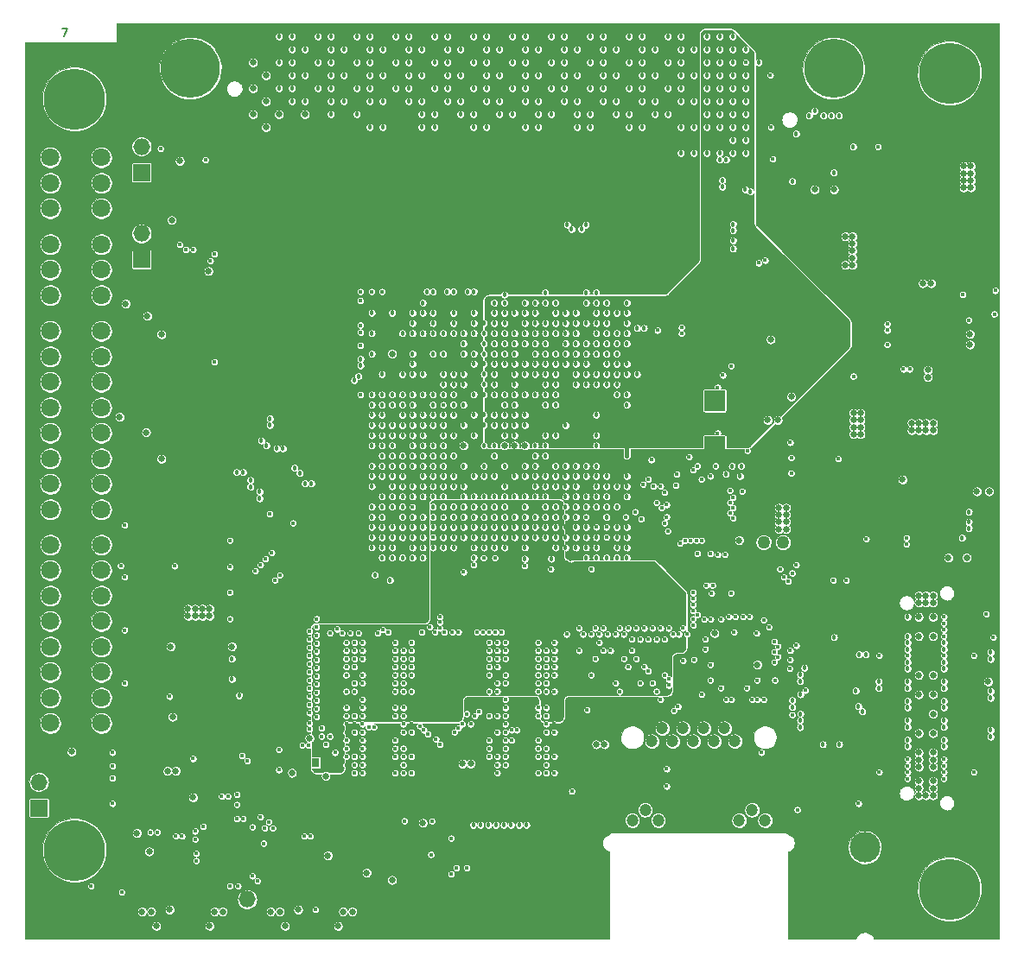
<source format=gbr>
G04 #@! TF.FileFunction,Copper,L7,Inr,Plane*
%FSLAX46Y46*%
G04 Gerber Fmt 4.6, Leading zero omitted, Abs format (unit mm)*
G04 Created by KiCad (PCBNEW 4.0.6) date Mon May 22 11:22:16 2017*
%MOMM*%
%LPD*%
G01*
G04 APERTURE LIST*
%ADD10C,0.101600*%
%ADD11C,0.127000*%
%ADD12R,1.600000X1.600000*%
%ADD13C,1.200000*%
%ADD14O,1.200000X1.800000*%
%ADD15C,1.778000*%
%ADD16R,1.651000X1.651000*%
%ADD17O,1.651000X1.651000*%
%ADD18R,0.750000X0.900000*%
%ADD19R,1.080000X0.780000*%
%ADD20R,1.287500X1.287500*%
%ADD21R,1.000000X1.250000*%
%ADD22R,1.250000X1.250000*%
%ADD23R,1.000000X1.000000*%
%ADD24R,1.500000X1.500000*%
%ADD25R,0.800000X0.800000*%
%ADD26C,5.800000*%
%ADD27C,1.800000*%
%ADD28C,3.000000*%
%ADD29O,1.400000X2.600000*%
%ADD30O,4.000000X2.000000*%
%ADD31C,6.000000*%
%ADD32C,0.635000*%
%ADD33C,0.406400*%
%ADD34C,0.457200*%
%ADD35C,1.270000*%
%ADD36C,0.457200*%
G04 APERTURE END LIST*
D10*
D11*
X33846000Y-30682714D02*
X34354000Y-30682714D01*
X34027429Y-31444714D01*
D12*
X95400000Y-78700000D03*
X97000000Y-78700000D03*
X95400000Y-77100000D03*
X97000000Y-77100000D03*
D13*
X91661000Y-100596000D03*
X93693000Y-100596000D03*
X95725000Y-100596000D03*
X97757000Y-100596000D03*
X99789000Y-100596000D03*
X92677000Y-99326000D03*
X94709000Y-99326000D03*
X96741000Y-99326000D03*
X98773000Y-99326000D03*
X100805000Y-99326000D03*
X89723000Y-108346000D03*
X90993000Y-107326000D03*
X92263000Y-108346000D03*
X100203000Y-108346000D03*
X101473000Y-107326000D03*
X102743000Y-108346000D03*
D14*
X86148000Y-116156000D03*
X106318000Y-116156000D03*
D15*
X67500000Y-112700000D03*
X82000000Y-112700000D03*
X82600000Y-117650000D03*
X66900000Y-117650000D03*
D16*
X31600000Y-107140000D03*
D17*
X31600000Y-104600000D03*
X31600000Y-102060000D03*
D16*
X52000000Y-118640000D03*
D17*
X52000000Y-116100000D03*
D16*
X41656000Y-44831000D03*
D17*
X41656000Y-42291000D03*
D16*
X41656000Y-53340000D03*
D17*
X41656000Y-50800000D03*
D18*
X57925000Y-102700000D03*
X58675000Y-102700000D03*
D19*
X120580000Y-79937000D03*
X119500000Y-79937000D03*
X118420000Y-79937000D03*
X120580000Y-79157000D03*
X120580000Y-78377000D03*
X120580000Y-77597000D03*
X120580000Y-76817000D03*
X120580000Y-76037000D03*
X120580000Y-75257000D03*
X119500000Y-75257000D03*
X119500000Y-76037000D03*
X119500000Y-76817000D03*
X119500000Y-77597000D03*
X119500000Y-78377000D03*
X119500000Y-79157000D03*
X118420000Y-79157000D03*
X118420000Y-78377000D03*
X118420000Y-77597000D03*
X118420000Y-76817000D03*
X118420000Y-76037000D03*
X118420000Y-75257000D03*
D20*
X120631250Y-61931250D03*
X119343750Y-61931250D03*
X118056250Y-61931250D03*
X116768750Y-61931250D03*
X120631250Y-60643750D03*
X119343750Y-60643750D03*
X118056250Y-60643750D03*
X116768750Y-60643750D03*
X120631250Y-59356250D03*
X119343750Y-59356250D03*
X118056250Y-59356250D03*
X116768750Y-59356250D03*
X120631250Y-58068750D03*
X119343750Y-58068750D03*
X118056250Y-58068750D03*
X116768750Y-58068750D03*
D21*
X109720000Y-97506000D03*
X109720000Y-96256000D03*
X109720000Y-98756000D03*
X108720000Y-98756000D03*
X108720000Y-97506000D03*
X108720000Y-96256000D03*
X108720000Y-95006000D03*
X108720000Y-93756000D03*
X108720000Y-92506000D03*
X109720000Y-92506000D03*
X109720000Y-93756000D03*
X109720000Y-95006000D03*
D22*
X49050000Y-110250000D03*
X49050000Y-112750000D03*
X51550000Y-110250000D03*
X50300000Y-112750000D03*
X49050000Y-111500000D03*
X50300000Y-111500000D03*
X51550000Y-111500000D03*
X50300000Y-110250000D03*
X51550000Y-112750000D03*
D23*
X98300000Y-66700000D03*
X98300000Y-67700000D03*
X97300000Y-67700000D03*
X97300000Y-66700000D03*
X98300000Y-71200000D03*
X98300000Y-72200000D03*
X97300000Y-72200000D03*
X97300000Y-71200000D03*
X106300000Y-73500000D03*
X107300000Y-73500000D03*
X107300000Y-74500000D03*
X106300000Y-74500000D03*
D12*
X108800000Y-81800000D03*
X110400000Y-81800000D03*
X110400000Y-83400000D03*
X108800000Y-83400000D03*
X107200000Y-83400000D03*
X107200000Y-81800000D03*
X107200000Y-80200000D03*
X108800000Y-80200000D03*
X110400000Y-80200000D03*
D24*
X98945000Y-93333000D03*
X98945000Y-91833000D03*
X100445000Y-91833000D03*
X100445000Y-93333000D03*
D25*
X109385000Y-42837000D03*
X108585000Y-42837000D03*
X107785000Y-42837000D03*
X107785000Y-42037000D03*
X108585000Y-42037000D03*
X109385000Y-42037000D03*
X109385000Y-41237000D03*
X108585000Y-41237000D03*
X107785000Y-41237000D03*
D26*
X46454300Y-34616700D03*
X109455700Y-34616700D03*
D27*
X32719000Y-67865000D03*
X32719000Y-65365000D03*
X32719000Y-62865000D03*
X32719000Y-60365000D03*
X32719000Y-70365000D03*
X32719000Y-72865000D03*
X32719000Y-75365000D03*
X32719000Y-77865000D03*
X37719000Y-60365000D03*
X37719000Y-62865000D03*
X37719000Y-65365000D03*
X37719000Y-67865000D03*
X37719000Y-70365000D03*
X37719000Y-72865000D03*
X37719000Y-75365000D03*
X37719000Y-77865000D03*
X32719000Y-88820000D03*
X32719000Y-86320000D03*
X32719000Y-83820000D03*
X32719000Y-81320000D03*
X32719000Y-91320000D03*
X32719000Y-93820000D03*
X32719000Y-96320000D03*
X32719000Y-98820000D03*
X37719000Y-81320000D03*
X37719000Y-83820000D03*
X37719000Y-86320000D03*
X37719000Y-88820000D03*
X37719000Y-91320000D03*
X37719000Y-93820000D03*
X37719000Y-96320000D03*
X37719000Y-98820000D03*
X32719000Y-56856000D03*
X32719000Y-54356000D03*
X32719000Y-51856000D03*
X37719000Y-51856000D03*
X37719000Y-54356000D03*
X37719000Y-56856000D03*
X32719000Y-48347000D03*
X32719000Y-45847000D03*
X32719000Y-43347000D03*
X37719000Y-43347000D03*
X37719000Y-45847000D03*
X37719000Y-48347000D03*
D28*
X112522000Y-110998000D03*
D29*
X107772000Y-117498000D03*
X107772000Y-112798000D03*
X117272000Y-117498000D03*
X117272000Y-112798000D03*
D30*
X112522000Y-116998000D03*
D31*
X120810000Y-115090000D03*
X35080000Y-111280000D03*
X120810000Y-35080000D03*
X35080000Y-37620000D03*
D32*
X44700000Y-90200000D03*
D33*
X64500000Y-104200000D03*
X99900000Y-81600004D03*
X113500000Y-83400000D03*
X101300002Y-90000000D03*
X48800000Y-52000000D03*
D32*
X119400000Y-41800000D03*
X119400000Y-42500000D03*
X112500000Y-48100000D03*
X112500000Y-49300000D03*
D33*
X112100000Y-66200000D03*
D32*
X112300000Y-57500000D03*
X113600000Y-56500000D03*
X124700000Y-72400000D03*
X124700000Y-73100000D03*
X123500000Y-73100000D03*
X123500000Y-72400000D03*
X112200000Y-59800000D03*
D33*
X112400000Y-62400000D03*
X114400000Y-64800000D03*
X114400000Y-63200000D03*
D32*
X108000000Y-68800000D03*
X105300000Y-66800000D03*
X108000000Y-66800000D03*
D33*
X124800000Y-52800000D03*
X125200000Y-67200000D03*
X125200000Y-57900000D03*
X125200000Y-57200000D03*
X125200000Y-55600000D03*
X125200000Y-65100000D03*
X125200000Y-63300000D03*
D32*
X125300000Y-62500000D03*
X125300000Y-59500000D03*
D33*
X107315000Y-105029000D03*
D32*
X36000000Y-47500000D03*
X36000000Y-56000000D03*
D33*
X43600000Y-41200000D03*
X125349000Y-93599000D03*
X120269000Y-94107000D03*
X123189079Y-94107556D03*
X120269000Y-96012000D03*
X123190000Y-96012000D03*
X123190000Y-97917000D03*
X120269000Y-97917000D03*
X123190000Y-99822000D03*
X120269000Y-99822000D03*
X123190000Y-101727000D03*
X120269000Y-101727000D03*
X116713000Y-101727000D03*
X113919000Y-101727000D03*
X116713000Y-99822000D03*
X113919000Y-99822000D03*
D32*
X117221000Y-97917000D03*
D34*
X116713000Y-96012000D03*
X113919000Y-96012000D03*
X116713000Y-94107000D03*
X113919000Y-94107000D03*
D33*
X125100000Y-89800000D03*
D32*
X45000000Y-94700000D03*
X50500000Y-93600000D03*
D33*
X72800000Y-110100000D03*
D32*
X68199984Y-108600000D03*
D33*
X70699998Y-108400000D03*
X71500000Y-113000000D03*
X36700000Y-118500000D03*
X39100000Y-118500000D03*
D32*
X34800000Y-106700000D03*
X34800000Y-104200000D03*
X34800000Y-102900000D03*
X51300000Y-97900000D03*
D33*
X57100000Y-113100000D03*
X38800000Y-110600000D03*
D32*
X43100000Y-110700000D03*
X39000000Y-113900000D03*
X43100000Y-113700000D03*
D33*
X40300000Y-109000000D03*
X49734776Y-102126117D03*
D32*
X44200000Y-100100000D03*
X45000000Y-100100000D03*
X56300000Y-111500000D03*
X47000000Y-117100000D03*
X50300000Y-79500000D03*
D33*
X43500000Y-85200000D03*
X45900000Y-86000000D03*
X48700000Y-81500000D03*
X42000000Y-82000000D03*
X46000000Y-81500000D03*
X44900000Y-67600000D03*
X44900000Y-79400000D03*
X48700000Y-55200002D03*
X48800000Y-62600000D03*
D32*
X43400006Y-55200000D03*
X46600000Y-43700000D03*
D34*
X94400000Y-72700000D03*
D33*
X109400000Y-102100000D03*
X103700000Y-101400000D03*
X103900000Y-107300000D03*
X99100000Y-105000000D03*
X106300000Y-100100000D03*
D32*
X123200000Y-40400000D03*
X115000000Y-40400000D03*
X123200000Y-52000000D03*
X115000000Y-52000000D03*
X119500000Y-48500000D03*
X113700000Y-106700000D03*
X106200000Y-50100000D03*
X107200000Y-50100000D03*
X105300000Y-68800000D03*
X73900000Y-104000000D03*
X73100000Y-104000000D03*
D33*
X72300000Y-101100000D03*
X87000000Y-97500000D03*
X86200000Y-97500000D03*
D32*
X86200000Y-102100000D03*
X87000000Y-102100000D03*
D33*
X60600000Y-101700000D03*
X55100000Y-95200000D03*
X55100000Y-90000000D03*
X55100000Y-98400000D03*
X59300000Y-100100000D03*
D32*
X55900000Y-114100000D03*
X54600000Y-114100000D03*
D33*
X64500000Y-115000000D03*
D32*
X62100000Y-113500000D03*
X59600000Y-117100000D03*
D34*
X93000000Y-72700000D03*
X93700000Y-72700000D03*
D32*
X105800000Y-90400000D03*
X108500000Y-87800000D03*
X109400000Y-87800000D03*
X112100000Y-90400000D03*
X113100000Y-87800000D03*
D33*
X93800000Y-80700000D03*
X52400000Y-77300000D03*
D34*
X75200000Y-66600000D03*
X79200000Y-77600000D03*
X73200000Y-74600000D03*
D32*
X74200000Y-73600000D03*
X74200000Y-71600000D03*
D34*
X65200000Y-62600000D03*
X66200000Y-61600000D03*
D33*
X62500000Y-98900000D03*
D32*
X78200000Y-73600000D03*
D34*
X77200000Y-74600000D03*
D32*
X78200000Y-71600000D03*
D34*
X71200000Y-61600000D03*
X75200000Y-69600000D03*
X88200000Y-72600000D03*
X76200000Y-69600000D03*
X78200000Y-69600000D03*
X77200000Y-70600000D03*
X80200000Y-71600000D03*
D33*
X106300004Y-77900000D03*
D34*
X79000000Y-110400000D03*
X77500000Y-110400000D03*
X76000000Y-110400000D03*
X74500000Y-110400000D03*
D33*
X100200000Y-77900000D03*
X112300000Y-84200000D03*
X93300000Y-95100000D03*
X104267000Y-93472000D03*
X94742000Y-96266000D03*
X102616000Y-97790000D03*
X95631000Y-96520000D03*
X98425000Y-86106000D03*
D34*
X66200000Y-78600000D03*
X64200000Y-82600000D03*
X67200000Y-81600000D03*
X82200000Y-76600000D03*
X89200000Y-77600000D03*
X86200000Y-78600000D03*
X87200000Y-81600000D03*
X72200000Y-76600000D03*
D33*
X87600006Y-91700000D03*
X70200000Y-80600000D03*
D34*
X73200000Y-79600000D03*
X76200000Y-78600000D03*
X74200000Y-82600000D03*
X77200000Y-81600000D03*
X83200000Y-79600000D03*
X80200000Y-80600000D03*
X83700000Y-82700000D03*
D33*
X75700000Y-97300000D03*
X82100000Y-90900000D03*
X82100000Y-92500000D03*
X82100000Y-94100000D03*
X75700000Y-90900000D03*
X75700000Y-92500000D03*
X75700000Y-94100000D03*
X81300000Y-97300000D03*
X82100000Y-98900000D03*
X82100000Y-100500000D03*
X81300000Y-100500000D03*
X82100000Y-101300000D03*
X80500000Y-102900000D03*
X82100000Y-102900000D03*
X75700000Y-103700000D03*
X75700000Y-102900000D03*
X76500000Y-101300000D03*
X76500000Y-100500000D03*
X75700000Y-99700000D03*
X76500000Y-98900000D03*
X75700000Y-98900000D03*
X61700000Y-97300000D03*
X68100000Y-90900000D03*
X68100000Y-92500000D03*
X68100000Y-94100000D03*
X67300000Y-97300000D03*
X66500000Y-102900000D03*
X68100000Y-101300000D03*
X67300000Y-100500000D03*
X68100000Y-100500000D03*
X68100000Y-98900000D03*
X68100000Y-102900000D03*
X61700000Y-90900000D03*
X61700000Y-92500000D03*
X61700000Y-94100000D03*
X61700000Y-98900000D03*
X61700000Y-99700000D03*
X61700000Y-103700000D03*
X61700000Y-102900000D03*
X62500000Y-100500000D03*
X62500000Y-101300000D03*
D34*
X60198000Y-41656000D03*
X76200000Y-75600000D03*
X85200000Y-75600000D03*
X88200000Y-74600000D03*
X72200000Y-73600000D03*
X76200000Y-73600000D03*
X81200000Y-73600000D03*
X84200000Y-72600000D03*
X77200000Y-72600000D03*
X73200000Y-72600000D03*
X72200000Y-71600000D03*
X76200000Y-71600000D03*
X73200000Y-70600000D03*
X72200000Y-69600000D03*
X74200000Y-69600000D03*
X83200000Y-69600000D03*
X86200000Y-68600000D03*
X79200000Y-68600000D03*
X77200000Y-68600000D03*
X75200000Y-68600000D03*
X73200000Y-68600000D03*
X78200000Y-67600000D03*
X74200000Y-67600000D03*
X67200000Y-59600000D03*
X69200000Y-59600000D03*
X71200000Y-59600000D03*
X65200000Y-59600000D03*
X64200000Y-57600000D03*
X66200000Y-57600000D03*
X68200000Y-57600000D03*
X70200000Y-57600000D03*
X72200000Y-57600000D03*
X89200000Y-67600000D03*
X73200000Y-59600000D03*
X75200000Y-59600000D03*
X74200000Y-57600000D03*
X76199718Y-57600000D03*
X76200000Y-58600000D03*
X76199718Y-59600000D03*
X76199718Y-60600000D03*
X76200000Y-61600000D03*
X74200000Y-61600000D03*
X70200000Y-61600000D03*
X68200000Y-61600000D03*
X64200000Y-61600000D03*
X70200000Y-64600000D03*
X67200000Y-63600000D03*
X69200000Y-63600000D03*
X70200000Y-63600000D03*
X71200000Y-63600000D03*
X72200000Y-63600000D03*
X73200000Y-63600000D03*
X75200000Y-63600000D03*
X73200000Y-66600000D03*
X76200000Y-65600000D03*
X82200000Y-66600000D03*
X77200000Y-66600000D03*
X79200000Y-66600000D03*
X78200000Y-65600000D03*
X85200000Y-65600000D03*
X76200000Y-63600000D03*
X76200000Y-62600000D03*
X81200000Y-63600000D03*
X88200000Y-64600000D03*
X87200000Y-61600000D03*
X84200000Y-62600000D03*
X77200000Y-61600000D03*
X80200000Y-60600000D03*
X83200000Y-59600000D03*
X86200000Y-58600000D03*
X89200000Y-57600000D03*
X79200000Y-57600000D03*
X70200000Y-65600000D03*
X69200000Y-65600000D03*
X68200000Y-65600000D03*
X67200000Y-65600000D03*
X66200000Y-65600000D03*
X65200000Y-65600000D03*
X64200000Y-65600000D03*
X68200000Y-74600000D03*
X69200000Y-77600000D03*
X65200000Y-75600000D03*
X70200000Y-70600000D03*
X64200000Y-72600000D03*
X67200000Y-71600000D03*
X69200000Y-67600000D03*
X66200000Y-68600000D03*
X98298000Y-40386000D03*
X86868000Y-42926000D03*
X88138000Y-42926000D03*
X61468000Y-42926000D03*
X93218000Y-32766000D03*
X53848000Y-31496000D03*
X57658000Y-31496000D03*
X61468000Y-31496000D03*
X65278000Y-31496000D03*
X69088000Y-31496000D03*
X72898000Y-31496000D03*
X76708000Y-31496000D03*
X80518000Y-31496000D03*
X84328000Y-31496000D03*
X88138000Y-31496000D03*
X91948000Y-31496000D03*
X95758000Y-31496000D03*
X52578000Y-42926000D03*
X56388000Y-42926000D03*
X57658000Y-42926000D03*
X62738000Y-42926000D03*
X66548000Y-42926000D03*
X67818000Y-42926000D03*
X71628000Y-42926000D03*
X72898000Y-42926000D03*
X76708000Y-42926000D03*
X77978000Y-42926000D03*
X83058000Y-42926000D03*
X91948000Y-42926000D03*
X93218000Y-42926000D03*
X97028000Y-42926000D03*
X98298000Y-42926000D03*
X102108000Y-42926000D03*
X100838000Y-41656000D03*
X99568000Y-41656000D03*
X95758000Y-41656000D03*
X94488000Y-41656000D03*
X90678000Y-41656000D03*
X89408000Y-41656000D03*
X85598000Y-41656000D03*
X84328000Y-41656000D03*
X80518000Y-41656000D03*
X79248000Y-41656000D03*
X75438000Y-41656000D03*
X74168000Y-41656000D03*
X70358000Y-41656000D03*
X69088000Y-41656000D03*
X65278000Y-41656000D03*
X64008000Y-41656000D03*
X58928000Y-41656000D03*
X55118000Y-41656000D03*
X53848000Y-41656000D03*
X52578000Y-40386000D03*
X55118000Y-40386000D03*
X57658000Y-40386000D03*
X60198000Y-40386000D03*
X61468000Y-40386000D03*
X62738000Y-40386000D03*
X66548000Y-40386000D03*
X67818000Y-40386000D03*
X71628000Y-40386000D03*
X72898000Y-40386000D03*
X76708000Y-40386000D03*
X77978000Y-40386000D03*
X81788000Y-40386000D03*
X83058000Y-40386000D03*
X86868000Y-40386000D03*
X88138000Y-40386000D03*
X91948000Y-40386000D03*
X93218000Y-40386000D03*
X97028000Y-40386000D03*
X102108000Y-40386000D03*
X100838000Y-39116000D03*
X99568000Y-39116000D03*
X95758000Y-39116000D03*
X94488000Y-39116000D03*
X90678000Y-39116000D03*
X86868000Y-39116000D03*
X83058000Y-39116000D03*
X79248000Y-39116000D03*
X75438000Y-39116000D03*
X71628000Y-39116000D03*
X67818000Y-39116000D03*
X58928000Y-39116000D03*
X56388000Y-39116000D03*
X53848000Y-39116000D03*
X52578000Y-37846000D03*
X55118000Y-37846000D03*
X58928000Y-37846000D03*
X62738000Y-37846000D03*
X66548000Y-37846000D03*
X70358000Y-37846000D03*
X74168000Y-37846000D03*
X77978000Y-37846000D03*
X81788000Y-37846000D03*
X85598000Y-37846000D03*
X89408000Y-37846000D03*
X93218000Y-37846000D03*
X97028000Y-37846000D03*
X98298000Y-37846000D03*
X102108000Y-37846000D03*
X100838000Y-36576000D03*
X99568000Y-36576000D03*
X95758000Y-36576000D03*
X84328000Y-36576000D03*
X80518000Y-36576000D03*
X76708000Y-36576000D03*
X72898000Y-36576000D03*
X69088000Y-36576000D03*
X65278000Y-36576000D03*
X61468000Y-36576000D03*
X57658000Y-36576000D03*
X53848000Y-36576000D03*
X52578000Y-35306000D03*
X55118000Y-35306000D03*
X58928000Y-35306000D03*
X62738000Y-35306000D03*
X66548000Y-35306000D03*
X70358000Y-35306000D03*
X74168000Y-35306000D03*
X77978000Y-35306000D03*
X81788000Y-35306000D03*
X85598000Y-35306000D03*
X89408000Y-35306000D03*
X93218000Y-35306000D03*
X88138000Y-36576000D03*
X91948000Y-36576000D03*
X97028000Y-35306000D03*
X98298000Y-35306000D03*
X102108000Y-35306000D03*
X99568000Y-34036000D03*
X95758000Y-34036000D03*
X91948000Y-34036000D03*
X88138000Y-34036000D03*
X84328000Y-34036000D03*
X80518000Y-34036000D03*
X76708000Y-34036000D03*
X72898000Y-34036000D03*
X69088000Y-34036000D03*
X65278000Y-34036000D03*
X61468000Y-34036000D03*
X57658000Y-34036000D03*
X53848000Y-34036000D03*
X52578000Y-32766000D03*
X55118000Y-32766000D03*
X58928000Y-32766000D03*
X62738000Y-32766000D03*
X66548000Y-32766000D03*
X70358000Y-32766000D03*
X74168000Y-32766000D03*
X77978000Y-32766000D03*
X81788000Y-32766000D03*
X85598000Y-32766000D03*
X89408000Y-32766000D03*
X97028000Y-32766000D03*
X98298000Y-32766000D03*
X102108000Y-32766000D03*
X100838000Y-31496000D03*
X99568000Y-31496000D03*
X77200000Y-69600000D03*
D32*
X44600000Y-49500000D03*
X42400000Y-111400000D03*
X112100000Y-68400000D03*
X111400000Y-68400000D03*
X112100000Y-70500000D03*
X112100000Y-69800000D03*
X112100000Y-69100000D03*
X111400000Y-70500000D03*
X111400000Y-69800000D03*
X111400000Y-69100000D03*
D33*
X122100000Y-56800000D03*
D32*
X73900000Y-102800000D03*
X73100000Y-102800000D03*
X86200000Y-100900000D03*
X87000000Y-100900000D03*
D33*
X57400000Y-101000000D03*
D34*
X74200000Y-77600000D03*
X77200000Y-76600000D03*
D33*
X71200000Y-78600000D03*
D34*
X75200000Y-80600000D03*
X81200000Y-78600000D03*
X78200000Y-79600000D03*
X72200000Y-81600000D03*
X79200000Y-82700000D03*
X82200000Y-81600000D03*
D33*
X76500000Y-95700000D03*
X82100000Y-91700000D03*
X82100000Y-93300000D03*
X81300000Y-95700000D03*
X75700000Y-91700000D03*
X75700000Y-93300000D03*
X81300000Y-98100000D03*
X82100000Y-99700000D03*
X81300000Y-101300000D03*
X82100000Y-102100000D03*
X81300000Y-102900000D03*
X82100000Y-103700000D03*
X76500000Y-103700000D03*
X75700000Y-102100000D03*
X75700000Y-101300000D03*
X75700000Y-100500000D03*
X77300000Y-98900000D03*
X75700000Y-98100000D03*
X62500000Y-95700000D03*
X68100000Y-91700000D03*
X68100000Y-93300000D03*
X67300000Y-95700000D03*
X67300000Y-101300000D03*
X68100000Y-99700000D03*
X67300000Y-98100000D03*
X67300000Y-102900000D03*
X68100000Y-102100000D03*
X68100000Y-103700000D03*
X61700000Y-91700000D03*
X61700000Y-93300000D03*
X63300000Y-98900000D03*
X62500000Y-103700000D03*
X61700000Y-102100000D03*
X61700000Y-98100000D03*
X61700000Y-101300000D03*
X61700000Y-100500000D03*
D32*
X58100000Y-100300000D03*
D33*
X60300000Y-103200000D03*
X76500000Y-94100000D03*
X82100000Y-98100000D03*
X68100000Y-98100000D03*
X62500000Y-94100000D03*
D34*
X78200000Y-77600000D03*
X80200000Y-77600000D03*
D32*
X124700000Y-76100000D03*
X123500000Y-76100000D03*
X122500000Y-82600000D03*
X120700000Y-82600000D03*
X119200004Y-105900004D03*
X119200000Y-105200000D03*
X119200000Y-104500000D03*
X119200004Y-103100000D03*
X119200000Y-102400000D03*
X119200000Y-101700000D03*
X119200002Y-99800000D03*
X119200000Y-97900000D03*
X119200000Y-96000000D03*
X119200000Y-94100000D03*
X119200000Y-90300000D03*
X119199996Y-88400000D03*
X119200000Y-87000000D03*
X119200000Y-86300000D03*
X118500000Y-86300000D03*
X117800000Y-86300000D03*
X118500000Y-87000000D03*
X117800000Y-87000000D03*
X118500000Y-105900018D03*
X117800000Y-105900000D03*
X117800000Y-105200000D03*
X117800000Y-104500000D03*
X117800000Y-103100000D03*
X117800000Y-102400000D03*
X117800000Y-101700000D03*
X117800000Y-99800000D03*
X117800000Y-88400000D03*
X117800000Y-90300000D03*
X117800000Y-94100000D03*
X117800000Y-96000000D03*
X118700000Y-64900000D03*
X118700000Y-64200000D03*
X119000000Y-55700000D03*
X118200000Y-55700000D03*
X122800004Y-61700000D03*
X124587000Y-94742006D03*
D33*
X72000000Y-110100000D03*
D32*
X69200004Y-108600000D03*
X44200000Y-103500000D03*
X45000000Y-103500000D03*
D33*
X93100000Y-103300000D03*
D32*
X66200000Y-114200000D03*
D33*
X116586000Y-81280000D03*
D34*
X122700000Y-78100000D03*
D32*
X59700000Y-104000000D03*
X100200000Y-80900000D03*
X122900000Y-46300000D03*
X122900000Y-45600000D03*
X122900000Y-44900000D03*
X122900000Y-44200000D03*
X122200000Y-44200000D03*
X122200000Y-44900000D03*
X122200000Y-45600000D03*
X122200000Y-46300000D03*
D33*
X98600000Y-64700000D03*
X112649000Y-80772000D03*
X124400000Y-88100000D03*
D32*
X46700000Y-106100000D03*
X44500000Y-91300000D03*
X44700000Y-98200000D03*
X48200000Y-54500000D03*
X34800000Y-101600000D03*
X41200000Y-109600000D03*
D33*
X53600000Y-110600000D03*
X44900000Y-83408802D03*
X39600000Y-83400000D03*
D32*
X45400000Y-43700000D03*
D33*
X105900000Y-107300000D03*
X103649802Y-92837000D03*
D34*
X109500000Y-90392800D03*
X106600000Y-93400000D03*
X106200000Y-96000000D03*
X106200000Y-97900000D03*
X108400000Y-100900000D03*
X110000000Y-100900000D03*
D33*
X98100000Y-65895182D03*
X98100000Y-70395180D03*
X50300000Y-114800000D03*
X58000000Y-101000000D03*
D32*
X56400000Y-103700000D03*
D33*
X92200000Y-60300000D03*
X105300000Y-72800000D03*
X96500000Y-80900000D03*
X96000000Y-80900000D03*
X110700000Y-84800000D03*
X94700000Y-92700000D03*
D34*
X109474000Y-44831000D03*
X111378996Y-42291000D03*
X89200000Y-82600000D03*
X88200000Y-79600000D03*
X85200000Y-80600000D03*
X72200000Y-70600000D03*
X72200000Y-68600000D03*
X111633000Y-95631000D03*
X73200000Y-64600000D03*
X72200000Y-64600000D03*
X71200000Y-64600000D03*
X74200000Y-63600000D03*
X62738000Y-39116000D03*
D32*
X57658000Y-39116000D03*
X55118000Y-39116000D03*
X53848000Y-40386000D03*
X52578000Y-39116000D03*
X116205000Y-74930000D03*
X103300000Y-61200000D03*
X103000000Y-69100000D03*
X104000000Y-69100000D03*
D35*
X104500000Y-81100000D03*
X102600000Y-81100002D03*
D32*
X104800000Y-77700000D03*
X104800000Y-78400000D03*
X104800000Y-79100000D03*
X104817400Y-79800000D03*
X104100000Y-79800000D03*
X104100000Y-79100000D03*
X104100000Y-78400000D03*
X104100000Y-77700000D03*
X73200000Y-71600000D03*
X66200000Y-62600000D03*
X79200000Y-71600000D03*
X77200000Y-71600000D03*
D34*
X76200000Y-68600000D03*
X79200000Y-73600000D03*
X80200000Y-66600000D03*
X76200000Y-74600000D03*
X74200000Y-74600000D03*
X73200000Y-73600000D03*
X75200000Y-73600000D03*
X77200000Y-73600000D03*
X76200000Y-72600000D03*
X72200000Y-72600000D03*
X75200000Y-71600000D03*
X74200000Y-70600000D03*
X73200000Y-69600000D03*
X79200000Y-69600000D03*
X78200000Y-68600000D03*
X74200000Y-68600000D03*
X77200000Y-67600000D03*
X73200000Y-67600000D03*
X69200000Y-60600000D03*
X73200000Y-60600000D03*
X75200000Y-60600000D03*
X68200000Y-62600000D03*
X70200000Y-62600000D03*
X74200000Y-62600000D03*
X69200000Y-64600000D03*
X65200000Y-64600000D03*
X67200000Y-64600000D03*
D33*
X96900000Y-90600000D03*
X97400000Y-94600000D03*
X101900000Y-90000000D03*
X99700000Y-89900000D03*
D32*
X117100000Y-69400000D03*
X117800000Y-69400000D03*
X118500000Y-69400000D03*
X117100000Y-70100000D03*
X117800000Y-70100000D03*
X118500000Y-70100000D03*
X119200000Y-69400000D03*
X119200000Y-70100000D03*
D34*
X64200000Y-60600000D03*
D32*
X101981000Y-93091000D03*
D33*
X101981000Y-94615000D03*
D34*
X64200000Y-58600000D03*
X71200000Y-60600000D03*
X67200000Y-60600000D03*
X70200000Y-58600000D03*
X68200000Y-58600000D03*
X66200000Y-58600000D03*
X72200000Y-58600000D03*
X74200000Y-58600000D03*
X64200000Y-62600000D03*
X68200000Y-63600000D03*
D33*
X105400000Y-98000000D03*
X105300000Y-74300000D03*
X101000000Y-72100000D03*
D32*
X110600000Y-51100000D03*
X111300000Y-51100000D03*
X111300000Y-51800000D03*
X111300000Y-52500000D03*
X111300000Y-53200000D03*
X111300000Y-53900000D03*
X110600000Y-53900000D03*
D33*
X116900000Y-64100000D03*
D34*
X75200000Y-74600000D03*
X79200000Y-74600000D03*
X75200000Y-65600000D03*
X76200000Y-64600000D03*
X71200000Y-62600000D03*
D33*
X99400000Y-86100000D03*
X100500006Y-76100000D03*
X99300000Y-78200000D03*
X99300000Y-76000000D03*
X99300000Y-77200000D03*
X94000000Y-75500000D03*
X93100000Y-77400000D03*
X93100000Y-78600000D03*
D32*
X97790000Y-89997898D03*
D34*
X107600000Y-38800000D03*
X87200000Y-76600000D03*
X84200000Y-77600000D03*
X73200000Y-75600000D03*
X77200000Y-75600000D03*
X83200000Y-74600000D03*
X80200000Y-74600000D03*
X86200000Y-73600000D03*
X72200000Y-66600000D03*
X73200000Y-65600000D03*
X74200000Y-66600000D03*
X76200000Y-66600000D03*
X78200000Y-66600000D03*
X78200000Y-70600000D03*
D33*
X55100000Y-103400000D03*
D32*
X48300000Y-87600000D03*
X47600000Y-87600000D03*
X46900000Y-87600000D03*
X46200000Y-87600000D03*
X46200000Y-88300000D03*
X48300000Y-88300000D03*
X47600000Y-88300000D03*
X46900000Y-88300000D03*
X50500000Y-91300000D03*
D34*
X65200000Y-80600000D03*
X68200000Y-79600000D03*
X69200000Y-82600000D03*
X70200000Y-75600000D03*
X64200000Y-77600000D03*
X67200000Y-76600000D03*
X69200000Y-72600000D03*
X66200000Y-73600000D03*
X65200000Y-70600000D03*
X68200000Y-69600000D03*
X67200000Y-66600000D03*
X64200000Y-67600000D03*
D32*
X53848000Y-35306000D03*
X53848000Y-37846000D03*
X52578000Y-36576000D03*
X52578000Y-34036000D03*
D33*
X125200000Y-58700000D03*
X114700000Y-61700000D03*
D32*
X122800000Y-60677697D03*
D34*
X69200000Y-58600000D03*
X105410000Y-97231200D03*
X69200000Y-57600000D03*
X105410000Y-96570800D03*
D32*
X44400000Y-117100000D03*
X107100000Y-60700000D03*
X106400000Y-60700000D03*
X109500004Y-61300000D03*
X108800000Y-61300000D03*
X108100000Y-61300000D03*
X107400000Y-61300000D03*
X106700000Y-61300000D03*
X106000002Y-61300000D03*
D33*
X97500000Y-65895188D03*
X97506444Y-70395183D03*
X89200000Y-62600000D03*
D34*
X85200000Y-67600000D03*
X89200000Y-72600000D03*
X82200000Y-71600000D03*
X85200000Y-70600000D03*
X88200000Y-69600000D03*
X81200000Y-68600000D03*
X87200000Y-66600000D03*
X80200000Y-65600000D03*
X83200000Y-64600000D03*
X79200000Y-62600000D03*
X86200000Y-63600000D03*
X82200000Y-61600000D03*
X85200000Y-60600000D03*
X81200000Y-58600000D03*
X88200000Y-59600000D03*
X84200000Y-57600000D03*
X78200000Y-59600000D03*
X82200000Y-74600000D03*
D32*
X57000000Y-117100000D03*
D33*
X96100000Y-82200000D03*
X96520000Y-96012000D03*
X102616000Y-96520000D03*
X98425000Y-95377000D03*
X100965000Y-95377000D03*
X97409000Y-93091000D03*
D34*
X98298000Y-43561000D03*
X97028000Y-39116000D03*
D33*
X94550000Y-60000000D03*
D34*
X75200000Y-61600000D03*
X98933000Y-43561000D03*
X98298000Y-39116000D03*
X75200000Y-62600000D03*
D33*
X94550000Y-60600000D03*
X68200000Y-77600000D03*
X73500000Y-113000000D03*
D34*
X64200000Y-75600000D03*
X102108000Y-34036000D03*
D33*
X114700000Y-60300000D03*
X105200000Y-71300000D03*
X98100000Y-82300000D03*
X72000000Y-113600000D03*
X43200000Y-109500000D03*
X51500000Y-102000000D03*
X51000000Y-108200000D03*
D34*
X88200000Y-81600000D03*
D33*
X114700000Y-59700000D03*
X109900000Y-72900000D03*
X98800000Y-82300000D03*
X72500000Y-113000002D03*
X42500000Y-109500000D03*
X52000000Y-102500000D03*
X51600000Y-108200000D03*
D34*
X89200000Y-79600000D03*
D33*
X99400000Y-63800000D03*
X89096756Y-78603244D03*
D34*
X60198000Y-39116000D03*
D33*
X103300000Y-40400000D03*
X99600000Y-78700000D03*
X90800000Y-75400000D03*
D34*
X85200000Y-82600000D03*
D33*
X97400000Y-82200000D03*
X58700000Y-117100000D03*
X95758000Y-92583006D03*
X97000000Y-85300000D03*
D34*
X85200000Y-79600000D03*
D32*
X49600000Y-117300000D03*
X48800000Y-117300000D03*
X48300000Y-118700000D03*
X43100000Y-118700000D03*
X41700000Y-117300000D03*
X42600000Y-117300000D03*
X63700000Y-113500000D03*
X55200000Y-117300000D03*
X54300000Y-117300000D03*
X55700000Y-118700000D03*
X60899986Y-118700000D03*
X61400000Y-117300000D03*
X62300000Y-117300000D03*
D33*
X116713000Y-104267000D03*
X123190000Y-103632000D03*
X120269000Y-103632000D03*
X113919000Y-103632000D03*
X116713000Y-103632000D03*
X116713000Y-102997000D03*
X116713000Y-102362000D03*
D34*
X120269000Y-101092000D03*
X116713000Y-101092000D03*
X120269000Y-100457000D03*
X116713000Y-100457000D03*
X112268000Y-97663000D03*
X111887000Y-97155000D03*
X120269000Y-97282000D03*
X116713000Y-97282000D03*
X120269000Y-96647000D03*
X116713000Y-96647000D03*
X113871798Y-95377000D03*
X113871776Y-94742000D03*
X120269000Y-93472000D03*
X116713000Y-93472000D03*
X120269000Y-92837000D03*
X116713000Y-92837000D03*
X112606278Y-92067004D03*
X111945878Y-92067004D03*
X116713000Y-90297000D03*
X116713000Y-88392000D03*
D33*
X120269000Y-102997000D03*
X120269000Y-104267000D03*
X120269000Y-102362000D03*
X120269000Y-90297000D03*
D34*
X120269000Y-90932000D03*
X116713000Y-90932000D03*
D33*
X105800000Y-91200000D03*
X102100000Y-53700000D03*
X120269000Y-89026998D03*
X100838000Y-34036000D03*
X91800000Y-75600000D03*
D34*
X65278000Y-40386000D03*
D33*
X86200000Y-79600000D03*
X120269000Y-88391992D03*
X105200000Y-91700000D03*
X102752255Y-53431700D03*
X120269000Y-89662015D03*
X103251000Y-35306000D03*
X92500000Y-75600000D03*
D34*
X64008000Y-40386000D03*
D33*
X87200000Y-80600000D03*
D34*
X120269000Y-98552000D03*
X116713000Y-98552000D03*
X124841000Y-99491800D03*
X124841000Y-100152200D03*
X120269000Y-99187000D03*
X116713000Y-99187000D03*
X124841000Y-96342200D03*
X120269000Y-94742000D03*
X116713000Y-94742000D03*
X120269000Y-95377000D03*
X116713000Y-95377000D03*
X124841000Y-95681800D03*
X124841000Y-92532200D03*
X124841000Y-91871800D03*
X120269000Y-91567000D03*
X116713000Y-91567000D03*
D33*
X70000000Y-111700000D03*
D34*
X68200000Y-82600000D03*
X79355600Y-108800000D03*
X74144400Y-108800000D03*
X69200000Y-79600000D03*
X74855600Y-108800000D03*
X69200000Y-78600000D03*
X68200000Y-80600000D03*
X75644400Y-108800000D03*
X69200000Y-80600000D03*
X76355600Y-108800000D03*
X68200000Y-81600000D03*
X77144400Y-108800000D03*
X69200000Y-81600000D03*
X77855600Y-108800000D03*
X67200000Y-82600000D03*
X78644400Y-108800000D03*
D33*
X125300000Y-56400000D03*
X122700000Y-59300000D03*
X93200000Y-80000000D03*
X87200000Y-79600000D03*
D34*
X99600000Y-49900000D03*
X100838000Y-42926000D03*
X71600000Y-56500000D03*
X72200000Y-60600000D03*
X100838000Y-37846000D03*
X87200000Y-64600000D03*
X99600000Y-50500000D03*
X72200000Y-56500000D03*
X72200000Y-59600000D03*
X99568000Y-42926000D03*
X99568000Y-37846000D03*
X87200000Y-63600000D03*
X86200000Y-62600000D03*
X98298000Y-36576000D03*
X87200000Y-62600000D03*
X97028000Y-36576000D03*
X99600000Y-51500000D03*
X73600000Y-56500000D03*
X74200000Y-60600000D03*
X95758000Y-40386000D03*
X100800000Y-46500000D03*
X95758000Y-42926000D03*
X69600000Y-56500000D03*
X70200000Y-60600000D03*
X95758000Y-37846000D03*
X81200000Y-67600000D03*
X62900000Y-64800000D03*
X67200000Y-68600000D03*
X95758000Y-35306000D03*
X95758000Y-32766000D03*
X83200000Y-60600000D03*
X99600000Y-52300000D03*
X74200000Y-56500000D03*
X74200000Y-59600000D03*
X94488000Y-40386000D03*
X101318835Y-46707534D03*
X94488000Y-42926000D03*
X70200000Y-56500000D03*
X70200000Y-59600000D03*
X94488000Y-37846000D03*
X82200000Y-67600000D03*
X94488000Y-36576000D03*
X85200000Y-57600000D03*
X62500000Y-65200000D03*
X66200000Y-67600000D03*
X94488000Y-35306000D03*
X94488000Y-34036000D03*
X70200000Y-66600000D03*
X94488000Y-32766000D03*
X84200000Y-60600000D03*
X94488000Y-31496000D03*
X83200000Y-58600000D03*
X63098350Y-63119000D03*
X67200000Y-69600000D03*
X93218000Y-39116000D03*
X93218000Y-36576000D03*
X85200000Y-56600000D03*
X93218000Y-34036000D03*
X69200000Y-66600000D03*
X93218000Y-31496000D03*
X84200000Y-58600000D03*
X63098350Y-63754000D03*
X66200000Y-69600000D03*
X91948000Y-39116000D03*
X91948000Y-37846000D03*
X88200000Y-66600000D03*
X91948000Y-35306000D03*
X68200000Y-67600000D03*
X91948000Y-32766000D03*
X81200000Y-64600000D03*
X90678000Y-40386000D03*
X65200000Y-66600000D03*
X90678000Y-37846000D03*
X89200000Y-66600000D03*
X87200000Y-65600000D03*
X90678000Y-36576000D03*
X90678000Y-35306000D03*
X68200000Y-66600000D03*
X90678000Y-34036000D03*
X70200000Y-68600000D03*
X90678000Y-32766000D03*
X82200000Y-64600000D03*
X90678000Y-31496000D03*
X86200000Y-65600000D03*
X89408000Y-40386000D03*
X66200000Y-66600000D03*
X89408000Y-39116000D03*
X65200000Y-67600000D03*
X88200000Y-65600000D03*
X89408000Y-36576000D03*
X89408000Y-34036000D03*
X70200000Y-67600000D03*
X89408000Y-31496000D03*
X86200000Y-64600000D03*
X88138000Y-39116000D03*
X64200000Y-66600000D03*
X81200000Y-66600000D03*
X88138000Y-37846000D03*
X88138000Y-35306000D03*
X69200000Y-69600000D03*
X84200000Y-65600000D03*
X88138000Y-32766000D03*
X81200000Y-65600000D03*
X86868000Y-37846000D03*
X90200000Y-64600000D03*
X86868000Y-36576000D03*
X86868000Y-35306000D03*
X69200000Y-68600000D03*
X86868000Y-34036000D03*
X71200000Y-69600000D03*
X85200000Y-64600000D03*
X86868000Y-32766000D03*
X86868000Y-31496000D03*
X88200000Y-63600000D03*
X83347780Y-49946780D03*
X85181220Y-49946780D03*
X85598000Y-40386000D03*
X69200000Y-71600000D03*
X85598000Y-39116000D03*
X68200000Y-68600000D03*
X89200000Y-64600000D03*
X85598000Y-36576000D03*
X85598000Y-34036000D03*
X70200000Y-69600000D03*
X89200000Y-63600000D03*
X85598000Y-31496000D03*
X83784220Y-50383220D03*
X84744780Y-50383220D03*
X69200000Y-70600000D03*
X84328000Y-40386000D03*
X84328000Y-39116000D03*
X67200000Y-67600000D03*
X80200000Y-64600000D03*
X84328000Y-37846000D03*
X71200000Y-72600000D03*
X84328000Y-35306000D03*
X88200000Y-62600000D03*
X84328000Y-32766000D03*
X80200000Y-63600000D03*
X83058000Y-37846000D03*
X78200000Y-64600000D03*
X83058000Y-36576000D03*
X71200000Y-71600000D03*
X83058000Y-35306000D03*
X83058000Y-34036000D03*
X70200000Y-73600000D03*
X89200000Y-61600000D03*
X83058000Y-32766000D03*
X90866704Y-60090600D03*
X79200000Y-61600000D03*
X83058000Y-31496000D03*
X81788000Y-39116000D03*
X65200000Y-68600000D03*
X79200000Y-64600000D03*
X81788000Y-36576000D03*
X81788000Y-34036000D03*
X69200000Y-73600000D03*
X90219004Y-60090600D03*
X79200000Y-60600000D03*
X81788000Y-31496000D03*
X80518000Y-40386000D03*
X65200000Y-69600000D03*
X80518000Y-39116000D03*
X64200000Y-68600000D03*
X80518000Y-37846000D03*
X88200000Y-58600000D03*
X80518000Y-35306000D03*
X70200000Y-74600000D03*
X88200000Y-61600000D03*
X80518000Y-32766000D03*
X79248000Y-40386000D03*
X64200000Y-69600000D03*
X79248000Y-37846000D03*
X89200000Y-58600000D03*
X89200000Y-60600000D03*
X79248000Y-36576000D03*
X79248000Y-35306000D03*
X69200000Y-74600000D03*
X79248000Y-34036000D03*
X71200000Y-74600000D03*
X88200000Y-60600000D03*
X79248000Y-32766000D03*
X87200000Y-60600000D03*
X79248000Y-31496000D03*
X54241700Y-68961000D03*
X77978000Y-39116000D03*
X66200000Y-76600000D03*
X89200000Y-59600000D03*
X77978000Y-36576000D03*
X77978000Y-34036000D03*
X71200000Y-75600000D03*
X87200000Y-59600000D03*
X77978000Y-31496000D03*
X54229000Y-69596000D03*
X76708000Y-39116000D03*
X66200000Y-77600000D03*
X76708000Y-37846000D03*
X87200000Y-58600000D03*
X76708000Y-35306000D03*
X64200000Y-71600000D03*
X86200000Y-60600000D03*
X76708000Y-32766000D03*
X67200000Y-79600000D03*
X53900000Y-71600000D03*
X75438000Y-40386000D03*
X75438000Y-37846000D03*
X87200000Y-57600000D03*
X86200000Y-57600000D03*
X75438000Y-36576000D03*
X75438000Y-35306000D03*
X64200000Y-70600000D03*
X75438000Y-34036000D03*
X70200000Y-72600000D03*
X86200000Y-59600000D03*
X75438000Y-32766000D03*
X75438000Y-31496000D03*
X85200000Y-62600000D03*
X67200000Y-80600000D03*
X53385082Y-71114918D03*
X74168000Y-40386000D03*
X74168000Y-39116000D03*
X68200000Y-73600000D03*
X86200000Y-56600000D03*
X74168000Y-36576000D03*
X74168000Y-34036000D03*
X70200000Y-71600000D03*
X74168000Y-31496000D03*
X86200000Y-61600000D03*
X72898000Y-39116000D03*
X68200000Y-72600000D03*
X72898000Y-37846000D03*
X84200000Y-59600000D03*
X72897992Y-35306000D03*
X71200000Y-76600000D03*
X72898000Y-32766000D03*
X84200000Y-61600000D03*
X71628000Y-37846000D03*
X85200000Y-59600000D03*
X83200000Y-62600000D03*
X71628000Y-36576000D03*
X71628000Y-35306000D03*
X70200000Y-76600000D03*
X71628000Y-34036000D03*
X65200000Y-76600000D03*
X71628000Y-32766000D03*
X85200000Y-61600000D03*
X71628000Y-31496000D03*
X84200000Y-64600000D03*
X98552000Y-46228000D03*
X100838000Y-40386000D03*
X70358000Y-40386000D03*
X65200000Y-74600000D03*
X70358000Y-39116000D03*
X67200000Y-77600000D03*
X83200000Y-61600000D03*
X70358000Y-36576000D03*
X70358000Y-34036000D03*
X65200000Y-77600000D03*
X70358000Y-31496000D03*
X85200000Y-63600000D03*
X98552000Y-45593000D03*
X99568000Y-40386000D03*
X69088000Y-40386000D03*
X64200000Y-74600000D03*
X69088000Y-39116000D03*
X67200000Y-78600000D03*
X82200000Y-60600000D03*
X69088000Y-37846000D03*
X51608918Y-74222640D03*
X67200000Y-73600000D03*
X69088000Y-35306000D03*
X82200000Y-63600000D03*
X69088000Y-32766000D03*
X82200000Y-59600000D03*
X67818000Y-37846000D03*
X67818000Y-36576000D03*
X82200000Y-58600000D03*
X50961218Y-74222640D03*
X67200000Y-72600000D03*
X67818000Y-35306000D03*
X69200000Y-75600000D03*
X67818000Y-34036000D03*
X82200000Y-62600000D03*
X67818000Y-32766000D03*
X81200000Y-60600000D03*
X67818000Y-31496000D03*
D33*
X38800000Y-103000000D03*
X47700000Y-108958150D03*
X54100000Y-108500000D03*
X63100000Y-57400000D03*
X65200000Y-56500000D03*
D34*
X71200000Y-68600000D03*
X66548000Y-36576000D03*
X82200000Y-57600000D03*
X68200000Y-75600000D03*
X66548000Y-34036000D03*
X81200000Y-59600000D03*
X66548000Y-31496000D03*
X81185650Y-56600000D03*
X65278000Y-37846000D03*
X69200000Y-76600000D03*
X65278000Y-35306000D03*
X65278000Y-32766000D03*
X80200000Y-62600000D03*
D33*
X46900006Y-110200000D03*
X38800000Y-104200000D03*
X53303244Y-107996756D03*
D34*
X81200000Y-57600000D03*
X64008000Y-37846000D03*
X64008000Y-36576000D03*
X80200000Y-58600000D03*
X68200000Y-76600000D03*
X64008000Y-35306000D03*
X54889004Y-71880404D03*
X65200000Y-72600000D03*
X64008000Y-34036000D03*
X64008000Y-32766000D03*
X81200000Y-62600000D03*
X64008000Y-31496000D03*
X78200000Y-63600000D03*
X62738000Y-36576000D03*
X80200000Y-57600000D03*
X55500000Y-71900000D03*
X65200000Y-71600000D03*
X62738000Y-34036000D03*
X62738000Y-31496000D03*
X79200000Y-63600000D03*
D33*
X46900000Y-109400000D03*
X38800000Y-101700000D03*
X53700000Y-109100000D03*
X63100000Y-56500000D03*
X71200000Y-67600000D03*
D34*
X79200000Y-59600000D03*
X61468000Y-37846000D03*
X66200000Y-74600000D03*
X56642000Y-73787000D03*
X61468000Y-35306000D03*
X78200000Y-58600000D03*
X61468000Y-32766000D03*
X80200000Y-59600000D03*
X60198000Y-37846000D03*
X80200000Y-61600000D03*
X60198000Y-36576000D03*
X57150000Y-74295000D03*
X66200000Y-75600000D03*
X60198000Y-35306000D03*
X58293000Y-75311000D03*
X66200000Y-72600000D03*
X60198000Y-34036000D03*
X79200000Y-58600000D03*
X60198000Y-32766000D03*
X77200000Y-59600000D03*
X60198000Y-31496000D03*
X81200000Y-61600000D03*
X58928000Y-36576000D03*
X57658000Y-75311000D03*
X66200000Y-71600000D03*
X58928000Y-34036000D03*
X77200000Y-58600000D03*
X58928000Y-31496000D03*
X77200000Y-56800000D03*
X57658000Y-37846000D03*
X52324000Y-74987150D03*
X57658000Y-35306000D03*
X65200000Y-73600000D03*
X57658000Y-32766000D03*
X77200000Y-60600000D03*
X77200000Y-57600000D03*
X56388000Y-37846000D03*
X77200000Y-63600000D03*
X56388000Y-36576000D03*
X52324000Y-75634850D03*
X56388000Y-35306000D03*
X64200000Y-73600000D03*
X53213000Y-76130150D03*
X67200000Y-74600000D03*
X56388000Y-34036000D03*
X56388000Y-32766000D03*
X78200000Y-60600000D03*
X56388000Y-31496000D03*
X78200000Y-62600000D03*
X77200000Y-62600000D03*
X55118000Y-36576000D03*
X53213000Y-76777850D03*
X67200000Y-75600000D03*
X55118000Y-34036000D03*
X55118000Y-31496000D03*
X78200000Y-61600000D03*
D33*
X38800000Y-106700000D03*
X54500000Y-109100000D03*
X51100000Y-114800000D03*
X63100000Y-66600000D03*
D34*
X72200000Y-67600000D03*
D32*
X107600000Y-46500000D03*
X109500000Y-46500000D03*
X43600000Y-60700000D03*
X42200000Y-58900000D03*
X42100000Y-70299996D03*
X43600000Y-72900000D03*
D33*
X98933000Y-96520000D03*
X101473000Y-96520000D03*
X99441000Y-96520000D03*
X101981004Y-96520000D03*
X113800000Y-42300000D03*
X105800000Y-83300000D03*
D34*
X84200000Y-79600000D03*
D33*
X111900000Y-106700000D03*
X95300000Y-72700000D03*
D34*
X71200000Y-70600000D03*
D33*
X54200000Y-78300000D03*
D34*
X71200000Y-73600000D03*
D33*
X56500000Y-79200000D03*
D34*
X72200000Y-77600000D03*
X71200000Y-77600000D03*
D33*
X91300000Y-90600000D03*
X58800000Y-94200000D03*
X91300000Y-93700000D03*
X80500000Y-93300000D03*
X66500000Y-93300000D03*
D34*
X80200000Y-78600000D03*
D33*
X58800000Y-91800000D03*
X86900000Y-91700000D03*
X86900000Y-89500000D03*
X77300000Y-92500000D03*
X63300000Y-92500000D03*
D34*
X80200000Y-76600000D03*
D33*
X89700000Y-90600000D03*
X58100000Y-91400000D03*
X89700000Y-91700000D03*
X80500000Y-92500000D03*
X66500000Y-92500000D03*
D34*
X77200000Y-77600000D03*
D33*
X58100000Y-94600000D03*
X90900000Y-93300000D03*
X90900000Y-89500000D03*
X81300000Y-93300000D03*
X67300000Y-93300000D03*
D34*
X79200000Y-78600000D03*
D33*
X58800000Y-92600000D03*
X86100000Y-92500000D03*
X86100000Y-89500000D03*
X76500000Y-92500000D03*
X62500000Y-92500000D03*
D34*
X78200000Y-76600000D03*
D33*
X58100000Y-93000000D03*
X90100000Y-92500000D03*
X90100000Y-89500000D03*
X81300000Y-92500000D03*
X67300000Y-92500000D03*
D34*
X77200000Y-78600000D03*
D33*
X58800000Y-90200000D03*
X86500000Y-90900000D03*
X86500000Y-90100000D03*
X76500000Y-91700000D03*
X62500000Y-91700000D03*
D34*
X79200000Y-76600000D03*
D33*
X58100000Y-90600000D03*
X94700000Y-89500000D03*
X81300000Y-91700000D03*
X67300000Y-91700000D03*
D34*
X81200000Y-77600000D03*
D33*
X58800000Y-88600000D03*
X84900000Y-90100000D03*
X76500000Y-90900000D03*
X62500000Y-90900000D03*
D34*
X74200000Y-76600000D03*
D33*
X58100000Y-92200000D03*
X84500000Y-91700000D03*
X84500000Y-89500000D03*
X80500000Y-91700000D03*
X66500000Y-91700000D03*
D34*
X73200000Y-76600000D03*
D33*
X90500000Y-90600000D03*
X58100000Y-96200000D03*
X90500000Y-94900000D03*
X77300000Y-94900000D03*
X63300000Y-94900000D03*
D34*
X78200000Y-78600000D03*
D33*
X58800000Y-91000000D03*
X77300000Y-91700000D03*
X63300000Y-91700000D03*
D34*
X82200000Y-77600000D03*
D33*
X58800000Y-95000000D03*
X85700000Y-94100000D03*
X85700000Y-90100000D03*
X77300000Y-94100000D03*
X63300000Y-94100000D03*
D34*
X76200000Y-76600000D03*
D33*
X58100000Y-89800000D03*
X87300000Y-90100000D03*
X80500000Y-90900000D03*
X66500000Y-90900000D03*
D34*
X81200000Y-76600000D03*
D33*
X58800000Y-89400000D03*
X77300000Y-90900000D03*
X63300000Y-90900000D03*
D34*
X75200000Y-76600000D03*
D33*
X58800000Y-95800000D03*
X93300000Y-89500000D03*
X93300000Y-94500000D03*
X81300000Y-94100000D03*
X67300000Y-94100000D03*
D34*
X73200000Y-78600000D03*
D33*
X88900000Y-90100000D03*
X58800000Y-93400000D03*
X88900000Y-92500000D03*
X76500000Y-93300000D03*
X62500000Y-93300000D03*
D34*
X74200000Y-78600000D03*
D33*
X58100000Y-93800000D03*
X89300000Y-93300000D03*
X89300000Y-89500000D03*
X80500000Y-94100000D03*
X66500000Y-94100000D03*
D34*
X75200000Y-78600000D03*
D33*
X58800000Y-96600000D03*
X91700000Y-89500000D03*
X91700010Y-94900000D03*
X80500000Y-95700000D03*
X66500000Y-95700000D03*
D34*
X70200000Y-79600000D03*
D33*
X58100000Y-97000000D03*
X88500000Y-95700000D03*
X88500000Y-89500000D03*
X75700000Y-95700000D03*
X61700000Y-95700000D03*
D34*
X73200000Y-77600000D03*
D33*
X58100000Y-97800000D03*
X88100000Y-94900000D03*
X88100000Y-90100000D03*
X81300000Y-94900000D03*
X67300000Y-94900000D03*
D34*
X70200000Y-77600000D03*
D33*
X92100000Y-90600000D03*
X58800000Y-97400000D03*
X92100000Y-95700000D03*
X82100000Y-95700000D03*
X68100000Y-95700000D03*
D34*
X70200000Y-78600000D03*
D33*
X58800000Y-98200000D03*
X92500000Y-89500000D03*
X92500000Y-96500000D03*
X80500000Y-97300000D03*
X66500000Y-97300000D03*
D34*
X72200000Y-79600000D03*
D33*
X92900000Y-90600000D03*
X58100000Y-95400000D03*
X92900000Y-94100000D03*
X80500000Y-94900000D03*
X66500000Y-94900000D03*
D34*
X72200000Y-78600000D03*
D33*
X58100000Y-98807900D03*
X77300000Y-96500000D03*
X94206545Y-97193455D03*
X94293197Y-90100892D03*
X63300000Y-96500000D03*
D34*
X76200000Y-77600000D03*
D33*
X58100000Y-99392100D03*
X77300000Y-97300000D03*
X93793455Y-97606545D03*
X93708997Y-90100892D03*
X63300000Y-97300000D03*
D34*
X75200000Y-77600000D03*
D33*
X95100000Y-90100000D03*
D34*
X82200000Y-78600000D03*
D33*
X76500000Y-94900000D03*
X62500000Y-94900000D03*
X116586000Y-80645000D03*
D34*
X122047000Y-80645006D03*
X122700000Y-79700000D03*
X122700000Y-79100000D03*
D33*
X105200000Y-92600000D03*
X102400000Y-101700000D03*
D34*
X81200000Y-71600000D03*
D33*
X55100000Y-101400000D03*
X83800000Y-105500000D03*
X46700000Y-102299990D03*
X93100000Y-105000000D03*
X111400000Y-64800000D03*
X116300000Y-64100000D03*
X125100000Y-90400000D03*
X106700000Y-95600000D03*
X106700000Y-95600000D03*
X48800000Y-63400002D03*
X63100000Y-61800000D03*
D34*
X72200000Y-65600000D03*
D33*
X52500000Y-109000000D03*
X49500000Y-106000000D03*
X45600000Y-109900000D03*
X50100000Y-106000000D03*
X45000000Y-109900000D03*
X48400000Y-53500000D03*
X63100000Y-59800000D03*
D34*
X75200000Y-64600000D03*
D33*
X36700000Y-114800000D03*
X47000000Y-111600000D03*
X39700000Y-115400000D03*
X47000000Y-112300000D03*
D32*
X40100000Y-57700000D03*
X39500000Y-68800000D03*
D34*
X68200000Y-64600000D03*
D33*
X90600000Y-78800000D03*
D34*
X88200000Y-80600000D03*
D33*
X46000000Y-52400000D03*
X54700000Y-84800000D03*
D34*
X89200000Y-80600000D03*
D33*
X105400000Y-84100000D03*
D34*
X85200000Y-81600000D03*
D33*
X104600000Y-84500000D03*
D34*
X86200000Y-81600000D03*
D33*
X44400000Y-96200000D03*
X45400000Y-51900000D03*
X104200000Y-83700000D03*
D34*
X84200000Y-80600000D03*
D33*
X109400000Y-84800000D03*
D34*
X87200000Y-82600000D03*
D33*
X105000000Y-84900000D03*
D34*
X86200000Y-82600000D03*
X105400000Y-45700000D03*
X87200000Y-78600000D03*
D33*
X96100000Y-88200000D03*
D34*
X89200000Y-75600000D03*
D33*
X97409000Y-88646000D03*
D34*
X83200000Y-78600000D03*
D33*
X97600000Y-85300000D03*
X98425000Y-88646000D03*
D34*
X84200000Y-74600000D03*
D33*
X96901000Y-91567000D03*
X103700000Y-94600000D03*
X105156000Y-93472000D03*
D34*
X82200000Y-65600000D03*
X84200000Y-63600000D03*
X83200000Y-63600000D03*
D33*
X95700000Y-87200000D03*
X99187000Y-88392000D03*
D34*
X84200000Y-76600000D03*
D33*
X95700000Y-86600000D03*
X99822000Y-88392000D03*
D34*
X81200000Y-75600000D03*
D33*
X97500000Y-86100000D03*
X100584000Y-88392000D03*
D34*
X84200000Y-75600000D03*
D33*
X101219000Y-88392000D03*
D34*
X82200000Y-73600000D03*
D33*
X51000000Y-105800000D03*
X52500000Y-113800000D03*
D34*
X89200000Y-81600000D03*
D33*
X51000000Y-106800000D03*
X53000006Y-114300000D03*
D34*
X88200000Y-82600000D03*
X50500000Y-92500000D03*
X72200000Y-75600000D03*
X51200000Y-96100000D03*
X65200000Y-79600000D03*
D33*
X58200000Y-109900000D03*
X94900000Y-80900000D03*
X57600000Y-109900000D03*
X95408003Y-80900000D03*
D34*
X98900000Y-74400000D03*
X89200000Y-74600000D03*
D33*
X96774000Y-88646000D03*
D34*
X89200000Y-76600000D03*
X100399998Y-73600000D03*
X88200000Y-75600000D03*
X100300000Y-74600000D03*
X88200000Y-77600000D03*
X109220000Y-39243000D03*
X87200000Y-74600000D03*
X108458004Y-39243000D03*
X87200000Y-75600000D03*
D33*
X90000000Y-78100000D03*
D34*
X87200000Y-77600000D03*
X105791000Y-41021000D03*
X86200000Y-74600000D03*
D33*
X94100000Y-74400000D03*
D34*
X86200000Y-75600000D03*
D33*
X92900000Y-76200000D03*
D34*
X86200000Y-76600000D03*
D33*
X92600000Y-77700000D03*
D34*
X86200000Y-77600000D03*
D33*
X46700000Y-52400000D03*
X55200000Y-84300000D03*
D34*
X86200000Y-80600000D03*
X99500000Y-73600000D03*
X85200000Y-73600000D03*
D33*
X103500000Y-43500000D03*
D34*
X109982000Y-39243000D03*
X85200000Y-74600000D03*
X85200000Y-76600000D03*
D33*
X99600000Y-76699998D03*
X97400000Y-74600000D03*
X92099992Y-77200000D03*
D34*
X85200000Y-77600000D03*
D33*
X96499988Y-74900000D03*
X92900000Y-79200000D03*
X85200000Y-78600000D03*
D34*
X107061000Y-39243000D03*
X84200000Y-73600000D03*
D33*
X102600000Y-88700000D03*
X95699998Y-89200000D03*
D34*
X84200000Y-78600000D03*
X84200000Y-81600000D03*
D33*
X80500000Y-103700000D03*
X104013000Y-92329000D03*
D34*
X83200000Y-73600000D03*
D33*
X104013000Y-91313000D03*
X95700000Y-86000000D03*
D34*
X83200000Y-75600000D03*
D33*
X103632000Y-91821000D03*
X95700000Y-87800000D03*
D34*
X83200000Y-76600000D03*
D33*
X95700000Y-88600000D03*
X103124000Y-89408000D03*
D34*
X83200000Y-77600000D03*
X83200000Y-80600000D03*
D33*
X80500000Y-101300000D03*
D34*
X83200000Y-81600000D03*
D33*
X77300000Y-102900000D03*
X83300000Y-90100000D03*
X81300000Y-102100000D03*
X103632000Y-90805000D03*
D34*
X82200000Y-75600000D03*
X82200000Y-79600000D03*
D33*
X81300000Y-103700000D03*
D34*
X82200000Y-80600000D03*
D33*
X77300000Y-102100000D03*
D34*
X81787250Y-82700000D03*
D33*
X80500000Y-102100000D03*
X91600000Y-73000000D03*
D34*
X81200000Y-72600000D03*
D33*
X91300000Y-74900000D03*
D34*
X81200000Y-74600000D03*
D33*
X85700000Y-83700000D03*
X85300000Y-97500000D03*
D34*
X81200000Y-79600000D03*
D33*
X76500000Y-102900000D03*
D34*
X81200000Y-80600000D03*
D33*
X77300000Y-101300000D03*
X77900000Y-100500000D03*
X76900000Y-89900000D03*
X76500000Y-102100000D03*
X76300000Y-89900000D03*
X97900000Y-73600000D03*
D34*
X80200000Y-72600000D03*
D33*
X96100000Y-73600000D03*
D34*
X80200000Y-73600000D03*
D33*
X95700000Y-74000000D03*
X99600000Y-77700000D03*
D34*
X80200000Y-75600000D03*
D33*
X81750000Y-83710000D03*
D34*
X80200000Y-79600000D03*
D33*
X80500000Y-100500000D03*
X75700000Y-89900000D03*
X77300000Y-100500000D03*
X75100000Y-89900000D03*
X74699994Y-97700000D03*
X80500000Y-98100000D03*
X74500000Y-89900000D03*
X79200000Y-83400000D03*
D34*
X79200000Y-79600000D03*
D33*
X74300000Y-98100000D03*
X76500000Y-98100000D03*
X78408003Y-99500000D03*
D34*
X79200000Y-80600000D03*
D33*
X77900000Y-99500000D03*
D34*
X79200000Y-81600000D03*
X78200000Y-80600000D03*
D33*
X73900000Y-98900000D03*
X77300000Y-98100000D03*
X72700000Y-89900000D03*
X72700000Y-99300000D03*
X77300000Y-99700000D03*
X72100000Y-89900000D03*
X72300000Y-99700000D03*
X76500000Y-99700000D03*
X73499998Y-97900000D03*
X81300000Y-98900000D03*
D34*
X77200000Y-79600000D03*
D33*
X73100000Y-98900000D03*
X81300000Y-99700000D03*
D34*
X77200000Y-80600000D03*
D33*
X71300000Y-89900000D03*
X66500000Y-103700000D03*
X76268200Y-82600000D03*
D34*
X76200000Y-79600000D03*
D33*
X67300000Y-103700000D03*
X70500000Y-100400000D03*
X70400000Y-89900000D03*
X75158981Y-82600000D03*
D34*
X76200000Y-80600000D03*
D33*
X67300000Y-102100000D03*
X65815901Y-89900000D03*
X70900000Y-88900000D03*
D34*
X76200000Y-81600000D03*
D33*
X63300000Y-102100000D03*
X70900000Y-100900000D03*
X70900000Y-89500008D03*
X66500000Y-101300000D03*
D34*
X73200000Y-61600000D03*
X106180151Y-94050800D03*
X106180151Y-94711200D03*
X73200000Y-62600000D03*
D33*
X69700000Y-99900000D03*
D34*
X75200000Y-79600000D03*
D33*
X63300000Y-103700000D03*
X70900000Y-88391997D03*
X65307900Y-89668150D03*
D34*
X75200000Y-81600000D03*
D33*
X63300000Y-102900000D03*
X69900000Y-89400000D03*
X66500000Y-102100000D03*
X68900000Y-99100000D03*
D34*
X74200000Y-79600000D03*
D33*
X62500000Y-102100000D03*
X69100000Y-89900000D03*
X69300000Y-99500000D03*
X62500000Y-102900000D03*
X74200000Y-83300000D03*
D34*
X74200000Y-80600000D03*
D33*
X64800000Y-90000000D03*
X73200000Y-84000000D03*
D34*
X74200000Y-81600000D03*
D33*
X63300000Y-101300000D03*
D34*
X73200000Y-80600000D03*
D33*
X67300000Y-98900000D03*
X62900000Y-90000000D03*
X63300000Y-98100000D03*
X62100000Y-90000000D03*
X62500000Y-98100000D03*
D34*
X68200000Y-78600000D03*
D33*
X70100000Y-108414250D03*
D34*
X72200000Y-80600000D03*
D33*
X66500000Y-98100000D03*
D34*
X66000000Y-84800000D03*
D33*
X61300000Y-90000000D03*
X63300000Y-100500000D03*
X48798187Y-52816291D03*
X63100000Y-60500000D03*
D34*
X71200000Y-65600000D03*
X65200000Y-81600000D03*
D33*
X54400000Y-82100000D03*
D34*
X71200000Y-79600000D03*
D33*
X59300000Y-99300000D03*
X63300000Y-99700000D03*
X64408003Y-99200000D03*
D34*
X71200000Y-80600000D03*
D33*
X63900000Y-99200000D03*
D34*
X71200000Y-81600000D03*
X64500000Y-84300000D03*
D33*
X60800000Y-89600000D03*
X62500000Y-99700000D03*
D34*
X66200000Y-81600000D03*
D33*
X53800000Y-82700000D03*
X59700000Y-100900000D03*
X66500000Y-100500000D03*
D34*
X70200000Y-81600000D03*
D33*
X60100000Y-90000000D03*
X60100000Y-100100000D03*
X67300000Y-99700000D03*
D34*
X50500000Y-94500000D03*
X72200000Y-74600000D03*
X106180151Y-98550800D03*
X68200000Y-59600000D03*
X68200000Y-60600000D03*
X106180151Y-99211200D03*
X64200000Y-79600000D03*
D33*
X67400000Y-108400000D03*
X50300000Y-88600000D03*
X40000000Y-94900000D03*
D34*
X64200000Y-80600000D03*
X66200000Y-79600000D03*
D33*
X50300000Y-86000000D03*
X40000000Y-89700000D03*
D34*
X65200000Y-82600000D03*
D33*
X53300000Y-83300000D03*
X50300000Y-83500000D03*
X40000000Y-84500000D03*
D34*
X64200000Y-81600000D03*
X66200000Y-80600000D03*
D33*
X50300000Y-80900000D03*
X40000000Y-79400000D03*
D34*
X66200000Y-82600000D03*
D33*
X52796756Y-83896756D03*
D34*
X65200000Y-78600000D03*
D33*
X43500000Y-42500000D03*
D34*
X64200000Y-78600000D03*
D33*
X47900000Y-43600000D03*
X94400000Y-81200000D03*
D32*
X59900000Y-111800000D03*
D33*
X113919000Y-92202000D03*
X116713000Y-92202000D03*
X120269000Y-92202000D03*
X123190000Y-92202000D03*
D34*
X67200000Y-70600000D03*
X100838000Y-35306000D03*
X100838000Y-32766000D03*
X86200000Y-71600000D03*
X66200000Y-70600000D03*
X99568000Y-35306000D03*
X86200000Y-70599986D03*
X99568000Y-32766000D03*
X68200000Y-71600000D03*
X98298000Y-34036000D03*
X81200000Y-70600000D03*
X98298000Y-31496000D03*
X97028000Y-34036000D03*
X68200000Y-70600000D03*
X97028000Y-31496000D03*
X82200000Y-70600000D03*
D33*
X64200000Y-56500000D03*
D34*
X71200000Y-66600000D03*
X78200000Y-74600000D03*
D36*
X89200000Y-72600000D02*
X89200000Y-70600000D01*
X89200000Y-70600000D02*
X88200000Y-69600000D01*
D10*
G36*
X99378723Y-30859825D02*
X99464448Y-30885829D01*
X99543451Y-30928057D01*
X99614633Y-30986475D01*
X101513525Y-32885367D01*
X101571943Y-32956549D01*
X101614171Y-33035552D01*
X101640175Y-33121277D01*
X101649200Y-33212911D01*
X101649200Y-46516263D01*
X101615517Y-46465566D01*
X101562868Y-46412548D01*
X101500924Y-46370767D01*
X101432045Y-46341812D01*
X101358853Y-46326788D01*
X101284137Y-46326267D01*
X101210743Y-46340267D01*
X101155477Y-46362596D01*
X101138030Y-46320266D01*
X101096682Y-46258032D01*
X101044033Y-46205014D01*
X100982089Y-46163233D01*
X100913210Y-46134278D01*
X100840018Y-46119254D01*
X100765302Y-46118733D01*
X100691908Y-46132733D01*
X100622630Y-46160723D01*
X100560109Y-46201636D01*
X100506725Y-46253913D01*
X100464512Y-46315564D01*
X100435078Y-46384240D01*
X100419543Y-46457325D01*
X100418500Y-46532035D01*
X100431988Y-46605526D01*
X100459493Y-46674997D01*
X100499968Y-46737802D01*
X100551872Y-46791550D01*
X100613226Y-46834192D01*
X100681695Y-46864105D01*
X100754670Y-46880150D01*
X100829371Y-46881715D01*
X100902954Y-46868740D01*
X100963561Y-46845232D01*
X100978328Y-46882531D01*
X101018803Y-46945336D01*
X101070707Y-46999084D01*
X101132061Y-47041726D01*
X101200530Y-47071639D01*
X101273505Y-47087684D01*
X101348206Y-47089249D01*
X101421789Y-47076274D01*
X101491450Y-47049254D01*
X101554537Y-47009218D01*
X101608645Y-46957692D01*
X101649200Y-46900201D01*
X101649200Y-49789580D01*
X101649445Y-49794559D01*
X101659206Y-49893664D01*
X101661148Y-49903431D01*
X101690056Y-49998729D01*
X101693867Y-50007930D01*
X101740811Y-50095756D01*
X101746344Y-50104036D01*
X101809521Y-50181017D01*
X101812869Y-50184711D01*
X110913525Y-59285367D01*
X110971943Y-59356549D01*
X111014171Y-59435552D01*
X111040175Y-59521277D01*
X111049200Y-59612911D01*
X111049200Y-61687089D01*
X111040175Y-61778723D01*
X111014171Y-61864448D01*
X110971943Y-61943451D01*
X110913525Y-62014633D01*
X104235881Y-68692277D01*
X104224577Y-68684653D01*
X104139626Y-68648942D01*
X104049356Y-68630413D01*
X103957206Y-68629769D01*
X103866686Y-68647037D01*
X103781244Y-68681558D01*
X103704134Y-68732017D01*
X103638294Y-68796492D01*
X103586231Y-68872528D01*
X103549928Y-68957229D01*
X103530769Y-69047367D01*
X103529482Y-69139511D01*
X103546117Y-69230149D01*
X103580041Y-69315830D01*
X103592694Y-69335464D01*
X101314633Y-71613525D01*
X101243451Y-71671943D01*
X101164448Y-71714171D01*
X101078723Y-71740175D01*
X101033688Y-71744610D01*
X100967615Y-71744150D01*
X100941141Y-71749200D01*
X98953137Y-71749200D01*
X98953137Y-70700000D01*
X98951202Y-70675731D01*
X98938454Y-70634568D01*
X98914744Y-70598586D01*
X98881948Y-70570634D01*
X98842663Y-70552926D01*
X98800000Y-70546863D01*
X98421736Y-70546863D01*
X98439053Y-70507968D01*
X98454503Y-70439964D01*
X98455616Y-70360312D01*
X98442070Y-70291903D01*
X98415496Y-70227428D01*
X98376904Y-70169343D01*
X98327765Y-70119859D01*
X98269951Y-70080863D01*
X98205663Y-70053839D01*
X98137350Y-70039816D01*
X98067615Y-70039330D01*
X97999113Y-70052397D01*
X97934455Y-70078521D01*
X97876101Y-70116706D01*
X97826276Y-70165498D01*
X97786877Y-70223039D01*
X97759405Y-70287137D01*
X97744906Y-70355350D01*
X97743932Y-70425080D01*
X97756521Y-70493671D01*
X97777581Y-70546863D01*
X96800000Y-70546863D01*
X96775731Y-70548798D01*
X96734568Y-70561546D01*
X96698586Y-70585256D01*
X96670634Y-70618052D01*
X96652926Y-70657337D01*
X96646863Y-70700000D01*
X96646863Y-71749200D01*
X86550646Y-71749200D01*
X86563271Y-71720844D01*
X86579824Y-71647983D01*
X86581016Y-71562641D01*
X86566503Y-71489346D01*
X86538030Y-71420266D01*
X86496682Y-71358032D01*
X86444033Y-71305014D01*
X86382089Y-71263233D01*
X86313210Y-71234278D01*
X86240018Y-71219254D01*
X86165302Y-71218733D01*
X86091908Y-71232733D01*
X86022630Y-71260723D01*
X85960109Y-71301636D01*
X85906725Y-71353913D01*
X85864512Y-71415564D01*
X85835078Y-71484240D01*
X85819543Y-71557325D01*
X85818500Y-71632035D01*
X85831988Y-71705526D01*
X85849279Y-71749200D01*
X81550646Y-71749200D01*
X81563271Y-71720844D01*
X81579824Y-71647983D01*
X81581016Y-71562641D01*
X81566503Y-71489346D01*
X81538030Y-71420266D01*
X81496682Y-71358032D01*
X81444033Y-71305014D01*
X81382089Y-71263233D01*
X81313210Y-71234278D01*
X81240018Y-71219254D01*
X81165302Y-71218733D01*
X81091908Y-71232733D01*
X81022630Y-71260723D01*
X80960109Y-71301636D01*
X80906725Y-71353913D01*
X80864512Y-71415564D01*
X80835078Y-71484240D01*
X80819543Y-71557325D01*
X80818500Y-71632035D01*
X80831988Y-71705526D01*
X80849279Y-71749200D01*
X80550646Y-71749200D01*
X80563271Y-71720844D01*
X80579824Y-71647983D01*
X80581016Y-71562641D01*
X80566503Y-71489346D01*
X80538030Y-71420266D01*
X80496682Y-71358032D01*
X80444033Y-71305014D01*
X80382089Y-71263233D01*
X80313210Y-71234278D01*
X80240018Y-71219254D01*
X80165302Y-71218733D01*
X80091908Y-71232733D01*
X80022630Y-71260723D01*
X79960109Y-71301636D01*
X79906725Y-71353913D01*
X79864512Y-71415564D01*
X79835078Y-71484240D01*
X79819543Y-71557325D01*
X79818500Y-71632035D01*
X79831988Y-71705526D01*
X79849279Y-71749200D01*
X79647964Y-71749200D01*
X79648035Y-71749041D01*
X79668451Y-71659179D01*
X79669921Y-71553924D01*
X79652021Y-71463527D01*
X79616905Y-71378328D01*
X79565909Y-71301572D01*
X79500975Y-71236184D01*
X79424577Y-71184653D01*
X79339626Y-71148942D01*
X79249356Y-71130413D01*
X79157206Y-71129769D01*
X79066686Y-71147037D01*
X78981244Y-71181558D01*
X78904134Y-71232017D01*
X78838294Y-71296492D01*
X78786231Y-71372528D01*
X78749928Y-71457229D01*
X78730769Y-71547367D01*
X78729482Y-71639511D01*
X78746117Y-71730149D01*
X78753660Y-71749200D01*
X78647964Y-71749200D01*
X78648035Y-71749041D01*
X78668451Y-71659179D01*
X78669921Y-71553924D01*
X78652021Y-71463527D01*
X78616905Y-71378328D01*
X78565909Y-71301572D01*
X78500975Y-71236184D01*
X78424577Y-71184653D01*
X78339626Y-71148942D01*
X78249356Y-71130413D01*
X78157206Y-71129769D01*
X78066686Y-71147037D01*
X77981244Y-71181558D01*
X77904134Y-71232017D01*
X77838294Y-71296492D01*
X77786231Y-71372528D01*
X77749928Y-71457229D01*
X77730769Y-71547367D01*
X77729482Y-71639511D01*
X77746117Y-71730149D01*
X77753660Y-71749200D01*
X77647964Y-71749200D01*
X77648035Y-71749041D01*
X77668451Y-71659179D01*
X77669921Y-71553924D01*
X77652021Y-71463527D01*
X77616905Y-71378328D01*
X77565909Y-71301572D01*
X77500975Y-71236184D01*
X77424577Y-71184653D01*
X77339626Y-71148942D01*
X77249356Y-71130413D01*
X77157206Y-71129769D01*
X77066686Y-71147037D01*
X76981244Y-71181558D01*
X76904134Y-71232017D01*
X76838294Y-71296492D01*
X76786231Y-71372528D01*
X76749928Y-71457229D01*
X76730769Y-71547367D01*
X76729482Y-71639511D01*
X76746117Y-71730149D01*
X76753660Y-71749200D01*
X76550646Y-71749200D01*
X76563271Y-71720844D01*
X76579824Y-71647983D01*
X76581016Y-71562641D01*
X76566503Y-71489346D01*
X76538030Y-71420266D01*
X76496682Y-71358032D01*
X76444033Y-71305014D01*
X76382089Y-71263233D01*
X76313210Y-71234278D01*
X76240018Y-71219254D01*
X76165302Y-71218733D01*
X76091908Y-71232733D01*
X76022630Y-71260723D01*
X75960109Y-71301636D01*
X75906725Y-71353913D01*
X75864512Y-71415564D01*
X75835078Y-71484240D01*
X75819543Y-71557325D01*
X75818500Y-71632035D01*
X75831988Y-71705526D01*
X75849279Y-71749200D01*
X75710491Y-71749200D01*
X75618856Y-71740175D01*
X75562302Y-71723020D01*
X75563271Y-71720844D01*
X75579824Y-71647983D01*
X75581016Y-71562641D01*
X75566503Y-71489346D01*
X75538030Y-71420266D01*
X75496682Y-71358032D01*
X75444033Y-71305014D01*
X75382089Y-71263233D01*
X75313210Y-71234278D01*
X75250800Y-71221467D01*
X75250800Y-70632035D01*
X76818500Y-70632035D01*
X76831988Y-70705526D01*
X76859493Y-70774997D01*
X76899968Y-70837802D01*
X76951872Y-70891550D01*
X77013226Y-70934192D01*
X77081695Y-70964105D01*
X77154670Y-70980150D01*
X77229371Y-70981715D01*
X77302954Y-70968740D01*
X77372615Y-70941720D01*
X77435702Y-70901684D01*
X77489810Y-70850158D01*
X77532880Y-70789102D01*
X77563271Y-70720844D01*
X77579824Y-70647983D01*
X77580046Y-70632035D01*
X77818500Y-70632035D01*
X77831988Y-70705526D01*
X77859493Y-70774997D01*
X77899968Y-70837802D01*
X77951872Y-70891550D01*
X78013226Y-70934192D01*
X78081695Y-70964105D01*
X78154670Y-70980150D01*
X78229371Y-70981715D01*
X78302954Y-70968740D01*
X78372615Y-70941720D01*
X78435702Y-70901684D01*
X78489810Y-70850158D01*
X78532880Y-70789102D01*
X78563271Y-70720844D01*
X78579824Y-70647983D01*
X78580046Y-70632035D01*
X80818500Y-70632035D01*
X80831988Y-70705526D01*
X80859493Y-70774997D01*
X80899968Y-70837802D01*
X80951872Y-70891550D01*
X81013226Y-70934192D01*
X81081695Y-70964105D01*
X81154670Y-70980150D01*
X81229371Y-70981715D01*
X81302954Y-70968740D01*
X81372615Y-70941720D01*
X81435702Y-70901684D01*
X81489810Y-70850158D01*
X81532880Y-70789102D01*
X81563271Y-70720844D01*
X81579824Y-70647983D01*
X81580046Y-70632035D01*
X81818500Y-70632035D01*
X81831988Y-70705526D01*
X81859493Y-70774997D01*
X81899968Y-70837802D01*
X81951872Y-70891550D01*
X82013226Y-70934192D01*
X82081695Y-70964105D01*
X82154670Y-70980150D01*
X82229371Y-70981715D01*
X82302954Y-70968740D01*
X82372615Y-70941720D01*
X82435702Y-70901684D01*
X82489810Y-70850158D01*
X82532880Y-70789102D01*
X82563271Y-70720844D01*
X82579824Y-70647983D01*
X82580046Y-70632021D01*
X85818500Y-70632021D01*
X85831988Y-70705512D01*
X85859493Y-70774983D01*
X85899968Y-70837788D01*
X85951872Y-70891536D01*
X86013226Y-70934178D01*
X86081695Y-70964091D01*
X86154670Y-70980136D01*
X86229371Y-70981701D01*
X86302954Y-70968726D01*
X86372615Y-70941706D01*
X86435702Y-70901670D01*
X86489810Y-70850144D01*
X86532880Y-70789088D01*
X86563271Y-70720830D01*
X86579824Y-70647969D01*
X86581016Y-70562627D01*
X86566503Y-70489332D01*
X86538030Y-70420252D01*
X86496682Y-70358018D01*
X86444033Y-70305000D01*
X86382089Y-70263219D01*
X86313210Y-70234264D01*
X86240018Y-70219240D01*
X86165302Y-70218719D01*
X86091908Y-70232719D01*
X86022630Y-70260709D01*
X85960109Y-70301622D01*
X85906725Y-70353899D01*
X85864512Y-70415550D01*
X85835078Y-70484226D01*
X85819543Y-70557311D01*
X85818500Y-70632021D01*
X82580046Y-70632021D01*
X82581016Y-70562641D01*
X82566503Y-70489346D01*
X82538030Y-70420266D01*
X82496682Y-70358032D01*
X82444033Y-70305014D01*
X82382089Y-70263233D01*
X82313210Y-70234278D01*
X82240018Y-70219254D01*
X82165302Y-70218733D01*
X82091908Y-70232733D01*
X82022630Y-70260723D01*
X81960109Y-70301636D01*
X81906725Y-70353913D01*
X81864512Y-70415564D01*
X81835078Y-70484240D01*
X81819543Y-70557325D01*
X81818500Y-70632035D01*
X81580046Y-70632035D01*
X81581016Y-70562641D01*
X81566503Y-70489346D01*
X81538030Y-70420266D01*
X81496682Y-70358032D01*
X81444033Y-70305014D01*
X81382089Y-70263233D01*
X81313210Y-70234278D01*
X81240018Y-70219254D01*
X81165302Y-70218733D01*
X81091908Y-70232733D01*
X81022630Y-70260723D01*
X80960109Y-70301636D01*
X80906725Y-70353913D01*
X80864512Y-70415564D01*
X80835078Y-70484240D01*
X80819543Y-70557325D01*
X80818500Y-70632035D01*
X78580046Y-70632035D01*
X78581016Y-70562641D01*
X78566503Y-70489346D01*
X78538030Y-70420266D01*
X78496682Y-70358032D01*
X78444033Y-70305014D01*
X78382089Y-70263233D01*
X78313210Y-70234278D01*
X78240018Y-70219254D01*
X78165302Y-70218733D01*
X78091908Y-70232733D01*
X78022630Y-70260723D01*
X77960109Y-70301636D01*
X77906725Y-70353913D01*
X77864512Y-70415564D01*
X77835078Y-70484240D01*
X77819543Y-70557325D01*
X77818500Y-70632035D01*
X77580046Y-70632035D01*
X77581016Y-70562641D01*
X77566503Y-70489346D01*
X77538030Y-70420266D01*
X77496682Y-70358032D01*
X77444033Y-70305014D01*
X77382089Y-70263233D01*
X77313210Y-70234278D01*
X77240018Y-70219254D01*
X77165302Y-70218733D01*
X77091908Y-70232733D01*
X77022630Y-70260723D01*
X76960109Y-70301636D01*
X76906725Y-70353913D01*
X76864512Y-70415564D01*
X76835078Y-70484240D01*
X76819543Y-70557325D01*
X76818500Y-70632035D01*
X75250800Y-70632035D01*
X75250800Y-69977936D01*
X75302954Y-69968740D01*
X75372615Y-69941720D01*
X75435702Y-69901684D01*
X75489810Y-69850158D01*
X75532880Y-69789102D01*
X75563271Y-69720844D01*
X75579824Y-69647983D01*
X75580046Y-69632035D01*
X75818500Y-69632035D01*
X75831988Y-69705526D01*
X75859493Y-69774997D01*
X75899968Y-69837802D01*
X75951872Y-69891550D01*
X76013226Y-69934192D01*
X76081695Y-69964105D01*
X76154670Y-69980150D01*
X76229371Y-69981715D01*
X76302954Y-69968740D01*
X76372615Y-69941720D01*
X76435702Y-69901684D01*
X76489810Y-69850158D01*
X76532880Y-69789102D01*
X76563271Y-69720844D01*
X76579824Y-69647983D01*
X76580046Y-69632035D01*
X76818500Y-69632035D01*
X76831988Y-69705526D01*
X76859493Y-69774997D01*
X76899968Y-69837802D01*
X76951872Y-69891550D01*
X77013226Y-69934192D01*
X77081695Y-69964105D01*
X77154670Y-69980150D01*
X77229371Y-69981715D01*
X77302954Y-69968740D01*
X77372615Y-69941720D01*
X77435702Y-69901684D01*
X77489810Y-69850158D01*
X77532880Y-69789102D01*
X77563271Y-69720844D01*
X77579824Y-69647983D01*
X77580046Y-69632035D01*
X77818500Y-69632035D01*
X77831988Y-69705526D01*
X77859493Y-69774997D01*
X77899968Y-69837802D01*
X77951872Y-69891550D01*
X78013226Y-69934192D01*
X78081695Y-69964105D01*
X78154670Y-69980150D01*
X78229371Y-69981715D01*
X78302954Y-69968740D01*
X78372615Y-69941720D01*
X78435702Y-69901684D01*
X78489810Y-69850158D01*
X78532880Y-69789102D01*
X78563271Y-69720844D01*
X78579824Y-69647983D01*
X78580046Y-69632035D01*
X78818500Y-69632035D01*
X78831988Y-69705526D01*
X78859493Y-69774997D01*
X78899968Y-69837802D01*
X78951872Y-69891550D01*
X79013226Y-69934192D01*
X79081695Y-69964105D01*
X79154670Y-69980150D01*
X79229371Y-69981715D01*
X79302954Y-69968740D01*
X79372615Y-69941720D01*
X79435702Y-69901684D01*
X79489810Y-69850158D01*
X79532880Y-69789102D01*
X79563271Y-69720844D01*
X79579824Y-69647983D01*
X79580046Y-69632035D01*
X82818500Y-69632035D01*
X82831988Y-69705526D01*
X82859493Y-69774997D01*
X82899968Y-69837802D01*
X82951872Y-69891550D01*
X83013226Y-69934192D01*
X83081695Y-69964105D01*
X83154670Y-69980150D01*
X83229371Y-69981715D01*
X83302954Y-69968740D01*
X83372615Y-69941720D01*
X83435702Y-69901684D01*
X83489810Y-69850158D01*
X83532880Y-69789102D01*
X83563271Y-69720844D01*
X83579824Y-69647983D01*
X83581016Y-69562641D01*
X83566503Y-69489346D01*
X83538030Y-69420266D01*
X83496682Y-69358032D01*
X83444033Y-69305014D01*
X83382089Y-69263233D01*
X83313210Y-69234278D01*
X83240018Y-69219254D01*
X83165302Y-69218733D01*
X83091908Y-69232733D01*
X83022630Y-69260723D01*
X82960109Y-69301636D01*
X82906725Y-69353913D01*
X82864512Y-69415564D01*
X82835078Y-69484240D01*
X82819543Y-69557325D01*
X82818500Y-69632035D01*
X79580046Y-69632035D01*
X79581016Y-69562641D01*
X79566503Y-69489346D01*
X79538030Y-69420266D01*
X79496682Y-69358032D01*
X79444033Y-69305014D01*
X79382089Y-69263233D01*
X79313210Y-69234278D01*
X79240018Y-69219254D01*
X79165302Y-69218733D01*
X79091908Y-69232733D01*
X79022630Y-69260723D01*
X78960109Y-69301636D01*
X78906725Y-69353913D01*
X78864512Y-69415564D01*
X78835078Y-69484240D01*
X78819543Y-69557325D01*
X78818500Y-69632035D01*
X78580046Y-69632035D01*
X78581016Y-69562641D01*
X78566503Y-69489346D01*
X78538030Y-69420266D01*
X78496682Y-69358032D01*
X78444033Y-69305014D01*
X78382089Y-69263233D01*
X78313210Y-69234278D01*
X78240018Y-69219254D01*
X78165302Y-69218733D01*
X78091908Y-69232733D01*
X78022630Y-69260723D01*
X77960109Y-69301636D01*
X77906725Y-69353913D01*
X77864512Y-69415564D01*
X77835078Y-69484240D01*
X77819543Y-69557325D01*
X77818500Y-69632035D01*
X77580046Y-69632035D01*
X77581016Y-69562641D01*
X77566503Y-69489346D01*
X77538030Y-69420266D01*
X77496682Y-69358032D01*
X77444033Y-69305014D01*
X77382089Y-69263233D01*
X77313210Y-69234278D01*
X77240018Y-69219254D01*
X77165302Y-69218733D01*
X77091908Y-69232733D01*
X77022630Y-69260723D01*
X76960109Y-69301636D01*
X76906725Y-69353913D01*
X76864512Y-69415564D01*
X76835078Y-69484240D01*
X76819543Y-69557325D01*
X76818500Y-69632035D01*
X76580046Y-69632035D01*
X76581016Y-69562641D01*
X76566503Y-69489346D01*
X76538030Y-69420266D01*
X76496682Y-69358032D01*
X76444033Y-69305014D01*
X76382089Y-69263233D01*
X76313210Y-69234278D01*
X76240018Y-69219254D01*
X76165302Y-69218733D01*
X76091908Y-69232733D01*
X76022630Y-69260723D01*
X75960109Y-69301636D01*
X75906725Y-69353913D01*
X75864512Y-69415564D01*
X75835078Y-69484240D01*
X75819543Y-69557325D01*
X75818500Y-69632035D01*
X75580046Y-69632035D01*
X75581016Y-69562641D01*
X75566503Y-69489346D01*
X75538030Y-69420266D01*
X75496682Y-69358032D01*
X75444033Y-69305014D01*
X75382089Y-69263233D01*
X75313210Y-69234278D01*
X75250800Y-69221467D01*
X75250800Y-69139511D01*
X102529482Y-69139511D01*
X102546117Y-69230149D01*
X102580041Y-69315830D01*
X102629960Y-69393290D01*
X102693975Y-69459579D01*
X102769645Y-69512171D01*
X102854090Y-69549064D01*
X102944093Y-69568852D01*
X103036225Y-69570782D01*
X103126977Y-69554780D01*
X103212893Y-69521456D01*
X103290699Y-69472078D01*
X103357433Y-69408528D01*
X103410553Y-69333227D01*
X103448035Y-69249041D01*
X103468451Y-69159179D01*
X103469921Y-69053924D01*
X103452021Y-68963527D01*
X103416905Y-68878328D01*
X103365909Y-68801572D01*
X103300975Y-68736184D01*
X103224577Y-68684653D01*
X103139626Y-68648942D01*
X103049356Y-68630413D01*
X102957206Y-68629769D01*
X102866686Y-68647037D01*
X102781244Y-68681558D01*
X102704134Y-68732017D01*
X102638294Y-68796492D01*
X102586231Y-68872528D01*
X102549928Y-68957229D01*
X102530769Y-69047367D01*
X102529482Y-69139511D01*
X75250800Y-69139511D01*
X75250800Y-68977936D01*
X75302954Y-68968740D01*
X75372615Y-68941720D01*
X75435702Y-68901684D01*
X75489810Y-68850158D01*
X75532880Y-68789102D01*
X75563271Y-68720844D01*
X75579824Y-68647983D01*
X75580046Y-68632035D01*
X75818500Y-68632035D01*
X75831988Y-68705526D01*
X75859493Y-68774997D01*
X75899968Y-68837802D01*
X75951872Y-68891550D01*
X76013226Y-68934192D01*
X76081695Y-68964105D01*
X76154670Y-68980150D01*
X76229371Y-68981715D01*
X76302954Y-68968740D01*
X76372615Y-68941720D01*
X76435702Y-68901684D01*
X76489810Y-68850158D01*
X76532880Y-68789102D01*
X76563271Y-68720844D01*
X76579824Y-68647983D01*
X76580046Y-68632035D01*
X76818500Y-68632035D01*
X76831988Y-68705526D01*
X76859493Y-68774997D01*
X76899968Y-68837802D01*
X76951872Y-68891550D01*
X77013226Y-68934192D01*
X77081695Y-68964105D01*
X77154670Y-68980150D01*
X77229371Y-68981715D01*
X77302954Y-68968740D01*
X77372615Y-68941720D01*
X77435702Y-68901684D01*
X77489810Y-68850158D01*
X77532880Y-68789102D01*
X77563271Y-68720844D01*
X77579824Y-68647983D01*
X77580046Y-68632035D01*
X77818500Y-68632035D01*
X77831988Y-68705526D01*
X77859493Y-68774997D01*
X77899968Y-68837802D01*
X77951872Y-68891550D01*
X78013226Y-68934192D01*
X78081695Y-68964105D01*
X78154670Y-68980150D01*
X78229371Y-68981715D01*
X78302954Y-68968740D01*
X78372615Y-68941720D01*
X78435702Y-68901684D01*
X78489810Y-68850158D01*
X78532880Y-68789102D01*
X78563271Y-68720844D01*
X78579824Y-68647983D01*
X78580046Y-68632035D01*
X78818500Y-68632035D01*
X78831988Y-68705526D01*
X78859493Y-68774997D01*
X78899968Y-68837802D01*
X78951872Y-68891550D01*
X79013226Y-68934192D01*
X79081695Y-68964105D01*
X79154670Y-68980150D01*
X79229371Y-68981715D01*
X79302954Y-68968740D01*
X79372615Y-68941720D01*
X79435702Y-68901684D01*
X79489810Y-68850158D01*
X79532880Y-68789102D01*
X79563271Y-68720844D01*
X79579824Y-68647983D01*
X79580046Y-68632035D01*
X85818500Y-68632035D01*
X85831988Y-68705526D01*
X85859493Y-68774997D01*
X85899968Y-68837802D01*
X85951872Y-68891550D01*
X86013226Y-68934192D01*
X86081695Y-68964105D01*
X86154670Y-68980150D01*
X86229371Y-68981715D01*
X86302954Y-68968740D01*
X86372615Y-68941720D01*
X86435702Y-68901684D01*
X86489810Y-68850158D01*
X86532880Y-68789102D01*
X86563271Y-68720844D01*
X86579824Y-68647983D01*
X86581016Y-68562641D01*
X86566503Y-68489346D01*
X86538030Y-68420266D01*
X86496682Y-68358032D01*
X86444033Y-68305014D01*
X86382089Y-68263233D01*
X86313210Y-68234278D01*
X86240018Y-68219254D01*
X86165302Y-68218733D01*
X86091908Y-68232733D01*
X86022630Y-68260723D01*
X85960109Y-68301636D01*
X85906725Y-68353913D01*
X85864512Y-68415564D01*
X85835078Y-68484240D01*
X85819543Y-68557325D01*
X85818500Y-68632035D01*
X79580046Y-68632035D01*
X79581016Y-68562641D01*
X79566503Y-68489346D01*
X79538030Y-68420266D01*
X79496682Y-68358032D01*
X79444033Y-68305014D01*
X79382089Y-68263233D01*
X79313210Y-68234278D01*
X79240018Y-68219254D01*
X79165302Y-68218733D01*
X79091908Y-68232733D01*
X79022630Y-68260723D01*
X78960109Y-68301636D01*
X78906725Y-68353913D01*
X78864512Y-68415564D01*
X78835078Y-68484240D01*
X78819543Y-68557325D01*
X78818500Y-68632035D01*
X78580046Y-68632035D01*
X78581016Y-68562641D01*
X78566503Y-68489346D01*
X78538030Y-68420266D01*
X78496682Y-68358032D01*
X78444033Y-68305014D01*
X78382089Y-68263233D01*
X78313210Y-68234278D01*
X78240018Y-68219254D01*
X78165302Y-68218733D01*
X78091908Y-68232733D01*
X78022630Y-68260723D01*
X77960109Y-68301636D01*
X77906725Y-68353913D01*
X77864512Y-68415564D01*
X77835078Y-68484240D01*
X77819543Y-68557325D01*
X77818500Y-68632035D01*
X77580046Y-68632035D01*
X77581016Y-68562641D01*
X77566503Y-68489346D01*
X77538030Y-68420266D01*
X77496682Y-68358032D01*
X77444033Y-68305014D01*
X77382089Y-68263233D01*
X77313210Y-68234278D01*
X77240018Y-68219254D01*
X77165302Y-68218733D01*
X77091908Y-68232733D01*
X77022630Y-68260723D01*
X76960109Y-68301636D01*
X76906725Y-68353913D01*
X76864512Y-68415564D01*
X76835078Y-68484240D01*
X76819543Y-68557325D01*
X76818500Y-68632035D01*
X76580046Y-68632035D01*
X76581016Y-68562641D01*
X76566503Y-68489346D01*
X76538030Y-68420266D01*
X76496682Y-68358032D01*
X76444033Y-68305014D01*
X76382089Y-68263233D01*
X76313210Y-68234278D01*
X76240018Y-68219254D01*
X76165302Y-68218733D01*
X76091908Y-68232733D01*
X76022630Y-68260723D01*
X75960109Y-68301636D01*
X75906725Y-68353913D01*
X75864512Y-68415564D01*
X75835078Y-68484240D01*
X75819543Y-68557325D01*
X75818500Y-68632035D01*
X75580046Y-68632035D01*
X75581016Y-68562641D01*
X75566503Y-68489346D01*
X75538030Y-68420266D01*
X75496682Y-68358032D01*
X75444033Y-68305014D01*
X75382089Y-68263233D01*
X75313210Y-68234278D01*
X75250800Y-68221467D01*
X75250800Y-67632035D01*
X76818500Y-67632035D01*
X76831988Y-67705526D01*
X76859493Y-67774997D01*
X76899968Y-67837802D01*
X76951872Y-67891550D01*
X77013226Y-67934192D01*
X77081695Y-67964105D01*
X77154670Y-67980150D01*
X77229371Y-67981715D01*
X77302954Y-67968740D01*
X77372615Y-67941720D01*
X77435702Y-67901684D01*
X77489810Y-67850158D01*
X77532880Y-67789102D01*
X77563271Y-67720844D01*
X77579824Y-67647983D01*
X77580046Y-67632035D01*
X77818500Y-67632035D01*
X77831988Y-67705526D01*
X77859493Y-67774997D01*
X77899968Y-67837802D01*
X77951872Y-67891550D01*
X78013226Y-67934192D01*
X78081695Y-67964105D01*
X78154670Y-67980150D01*
X78229371Y-67981715D01*
X78302954Y-67968740D01*
X78372615Y-67941720D01*
X78435702Y-67901684D01*
X78489810Y-67850158D01*
X78532880Y-67789102D01*
X78563271Y-67720844D01*
X78579824Y-67647983D01*
X78580046Y-67632035D01*
X80818500Y-67632035D01*
X80831988Y-67705526D01*
X80859493Y-67774997D01*
X80899968Y-67837802D01*
X80951872Y-67891550D01*
X81013226Y-67934192D01*
X81081695Y-67964105D01*
X81154670Y-67980150D01*
X81229371Y-67981715D01*
X81302954Y-67968740D01*
X81372615Y-67941720D01*
X81435702Y-67901684D01*
X81489810Y-67850158D01*
X81532880Y-67789102D01*
X81563271Y-67720844D01*
X81579824Y-67647983D01*
X81580046Y-67632035D01*
X81818500Y-67632035D01*
X81831988Y-67705526D01*
X81859493Y-67774997D01*
X81899968Y-67837802D01*
X81951872Y-67891550D01*
X82013226Y-67934192D01*
X82081695Y-67964105D01*
X82154670Y-67980150D01*
X82229371Y-67981715D01*
X82302954Y-67968740D01*
X82372615Y-67941720D01*
X82435702Y-67901684D01*
X82489810Y-67850158D01*
X82532880Y-67789102D01*
X82563271Y-67720844D01*
X82579824Y-67647983D01*
X82580046Y-67632035D01*
X88818500Y-67632035D01*
X88831988Y-67705526D01*
X88859493Y-67774997D01*
X88899968Y-67837802D01*
X88951872Y-67891550D01*
X89013226Y-67934192D01*
X89081695Y-67964105D01*
X89154670Y-67980150D01*
X89229371Y-67981715D01*
X89302954Y-67968740D01*
X89372615Y-67941720D01*
X89435702Y-67901684D01*
X89489810Y-67850158D01*
X89532880Y-67789102D01*
X89563271Y-67720844D01*
X89579824Y-67647983D01*
X89581016Y-67562641D01*
X89566503Y-67489346D01*
X89538030Y-67420266D01*
X89496682Y-67358032D01*
X89444033Y-67305014D01*
X89382089Y-67263233D01*
X89313210Y-67234278D01*
X89240018Y-67219254D01*
X89165302Y-67218733D01*
X89091908Y-67232733D01*
X89022630Y-67260723D01*
X88960109Y-67301636D01*
X88906725Y-67353913D01*
X88864512Y-67415564D01*
X88835078Y-67484240D01*
X88819543Y-67557325D01*
X88818500Y-67632035D01*
X82580046Y-67632035D01*
X82581016Y-67562641D01*
X82566503Y-67489346D01*
X82538030Y-67420266D01*
X82496682Y-67358032D01*
X82444033Y-67305014D01*
X82382089Y-67263233D01*
X82313210Y-67234278D01*
X82240018Y-67219254D01*
X82165302Y-67218733D01*
X82091908Y-67232733D01*
X82022630Y-67260723D01*
X81960109Y-67301636D01*
X81906725Y-67353913D01*
X81864512Y-67415564D01*
X81835078Y-67484240D01*
X81819543Y-67557325D01*
X81818500Y-67632035D01*
X81580046Y-67632035D01*
X81581016Y-67562641D01*
X81566503Y-67489346D01*
X81538030Y-67420266D01*
X81496682Y-67358032D01*
X81444033Y-67305014D01*
X81382089Y-67263233D01*
X81313210Y-67234278D01*
X81240018Y-67219254D01*
X81165302Y-67218733D01*
X81091908Y-67232733D01*
X81022630Y-67260723D01*
X80960109Y-67301636D01*
X80906725Y-67353913D01*
X80864512Y-67415564D01*
X80835078Y-67484240D01*
X80819543Y-67557325D01*
X80818500Y-67632035D01*
X78580046Y-67632035D01*
X78581016Y-67562641D01*
X78566503Y-67489346D01*
X78538030Y-67420266D01*
X78496682Y-67358032D01*
X78444033Y-67305014D01*
X78382089Y-67263233D01*
X78313210Y-67234278D01*
X78240018Y-67219254D01*
X78165302Y-67218733D01*
X78091908Y-67232733D01*
X78022630Y-67260723D01*
X77960109Y-67301636D01*
X77906725Y-67353913D01*
X77864512Y-67415564D01*
X77835078Y-67484240D01*
X77819543Y-67557325D01*
X77818500Y-67632035D01*
X77580046Y-67632035D01*
X77581016Y-67562641D01*
X77566503Y-67489346D01*
X77538030Y-67420266D01*
X77496682Y-67358032D01*
X77444033Y-67305014D01*
X77382089Y-67263233D01*
X77313210Y-67234278D01*
X77240018Y-67219254D01*
X77165302Y-67218733D01*
X77091908Y-67232733D01*
X77022630Y-67260723D01*
X76960109Y-67301636D01*
X76906725Y-67353913D01*
X76864512Y-67415564D01*
X76835078Y-67484240D01*
X76819543Y-67557325D01*
X76818500Y-67632035D01*
X75250800Y-67632035D01*
X75250800Y-66977936D01*
X75302954Y-66968740D01*
X75372615Y-66941720D01*
X75435702Y-66901684D01*
X75489810Y-66850158D01*
X75532880Y-66789102D01*
X75563271Y-66720844D01*
X75579824Y-66647983D01*
X75580046Y-66632035D01*
X75818500Y-66632035D01*
X75831988Y-66705526D01*
X75859493Y-66774997D01*
X75899968Y-66837802D01*
X75951872Y-66891550D01*
X76013226Y-66934192D01*
X76081695Y-66964105D01*
X76154670Y-66980150D01*
X76229371Y-66981715D01*
X76302954Y-66968740D01*
X76372615Y-66941720D01*
X76435702Y-66901684D01*
X76489810Y-66850158D01*
X76532880Y-66789102D01*
X76563271Y-66720844D01*
X76579824Y-66647983D01*
X76580046Y-66632035D01*
X76818500Y-66632035D01*
X76831988Y-66705526D01*
X76859493Y-66774997D01*
X76899968Y-66837802D01*
X76951872Y-66891550D01*
X77013226Y-66934192D01*
X77081695Y-66964105D01*
X77154670Y-66980150D01*
X77229371Y-66981715D01*
X77302954Y-66968740D01*
X77372615Y-66941720D01*
X77435702Y-66901684D01*
X77489810Y-66850158D01*
X77532880Y-66789102D01*
X77563271Y-66720844D01*
X77579824Y-66647983D01*
X77580046Y-66632035D01*
X77818500Y-66632035D01*
X77831988Y-66705526D01*
X77859493Y-66774997D01*
X77899968Y-66837802D01*
X77951872Y-66891550D01*
X78013226Y-66934192D01*
X78081695Y-66964105D01*
X78154670Y-66980150D01*
X78229371Y-66981715D01*
X78302954Y-66968740D01*
X78372615Y-66941720D01*
X78435702Y-66901684D01*
X78489810Y-66850158D01*
X78532880Y-66789102D01*
X78563271Y-66720844D01*
X78579824Y-66647983D01*
X78580046Y-66632035D01*
X78818500Y-66632035D01*
X78831988Y-66705526D01*
X78859493Y-66774997D01*
X78899968Y-66837802D01*
X78951872Y-66891550D01*
X79013226Y-66934192D01*
X79081695Y-66964105D01*
X79154670Y-66980150D01*
X79229371Y-66981715D01*
X79302954Y-66968740D01*
X79372615Y-66941720D01*
X79435702Y-66901684D01*
X79489810Y-66850158D01*
X79532880Y-66789102D01*
X79563271Y-66720844D01*
X79579824Y-66647983D01*
X79580046Y-66632035D01*
X79818500Y-66632035D01*
X79831988Y-66705526D01*
X79859493Y-66774997D01*
X79899968Y-66837802D01*
X79951872Y-66891550D01*
X80013226Y-66934192D01*
X80081695Y-66964105D01*
X80154670Y-66980150D01*
X80229371Y-66981715D01*
X80302954Y-66968740D01*
X80372615Y-66941720D01*
X80435702Y-66901684D01*
X80489810Y-66850158D01*
X80532880Y-66789102D01*
X80563271Y-66720844D01*
X80579824Y-66647983D01*
X80580046Y-66632035D01*
X80818500Y-66632035D01*
X80831988Y-66705526D01*
X80859493Y-66774997D01*
X80899968Y-66837802D01*
X80951872Y-66891550D01*
X81013226Y-66934192D01*
X81081695Y-66964105D01*
X81154670Y-66980150D01*
X81229371Y-66981715D01*
X81302954Y-66968740D01*
X81372615Y-66941720D01*
X81435702Y-66901684D01*
X81489810Y-66850158D01*
X81532880Y-66789102D01*
X81563271Y-66720844D01*
X81579824Y-66647983D01*
X81580046Y-66632035D01*
X81818500Y-66632035D01*
X81831988Y-66705526D01*
X81859493Y-66774997D01*
X81899968Y-66837802D01*
X81951872Y-66891550D01*
X82013226Y-66934192D01*
X82081695Y-66964105D01*
X82154670Y-66980150D01*
X82229371Y-66981715D01*
X82302954Y-66968740D01*
X82372615Y-66941720D01*
X82435702Y-66901684D01*
X82489810Y-66850158D01*
X82532880Y-66789102D01*
X82563271Y-66720844D01*
X82579824Y-66647983D01*
X82580046Y-66632035D01*
X87818500Y-66632035D01*
X87831988Y-66705526D01*
X87859493Y-66774997D01*
X87899968Y-66837802D01*
X87951872Y-66891550D01*
X88013226Y-66934192D01*
X88081695Y-66964105D01*
X88154670Y-66980150D01*
X88229371Y-66981715D01*
X88302954Y-66968740D01*
X88372615Y-66941720D01*
X88435702Y-66901684D01*
X88489810Y-66850158D01*
X88532880Y-66789102D01*
X88563271Y-66720844D01*
X88579824Y-66647983D01*
X88580046Y-66632035D01*
X88818500Y-66632035D01*
X88831988Y-66705526D01*
X88859493Y-66774997D01*
X88899968Y-66837802D01*
X88951872Y-66891550D01*
X89013226Y-66934192D01*
X89081695Y-66964105D01*
X89154670Y-66980150D01*
X89229371Y-66981715D01*
X89302954Y-66968740D01*
X89372615Y-66941720D01*
X89435702Y-66901684D01*
X89489810Y-66850158D01*
X89532880Y-66789102D01*
X89563271Y-66720844D01*
X89579824Y-66647983D01*
X89581016Y-66562641D01*
X89566503Y-66489346D01*
X89538030Y-66420266D01*
X89496682Y-66358032D01*
X89444033Y-66305014D01*
X89382089Y-66263233D01*
X89313210Y-66234278D01*
X89240018Y-66219254D01*
X89165302Y-66218733D01*
X89091908Y-66232733D01*
X89022630Y-66260723D01*
X88960109Y-66301636D01*
X88906725Y-66353913D01*
X88864512Y-66415564D01*
X88835078Y-66484240D01*
X88819543Y-66557325D01*
X88818500Y-66632035D01*
X88580046Y-66632035D01*
X88581016Y-66562641D01*
X88566503Y-66489346D01*
X88538030Y-66420266D01*
X88496682Y-66358032D01*
X88444033Y-66305014D01*
X88382089Y-66263233D01*
X88313210Y-66234278D01*
X88240018Y-66219254D01*
X88165302Y-66218733D01*
X88091908Y-66232733D01*
X88022630Y-66260723D01*
X87960109Y-66301636D01*
X87906725Y-66353913D01*
X87864512Y-66415564D01*
X87835078Y-66484240D01*
X87819543Y-66557325D01*
X87818500Y-66632035D01*
X82580046Y-66632035D01*
X82581016Y-66562641D01*
X82566503Y-66489346D01*
X82538030Y-66420266D01*
X82496682Y-66358032D01*
X82444033Y-66305014D01*
X82382089Y-66263233D01*
X82313210Y-66234278D01*
X82240018Y-66219254D01*
X82165302Y-66218733D01*
X82091908Y-66232733D01*
X82022630Y-66260723D01*
X81960109Y-66301636D01*
X81906725Y-66353913D01*
X81864512Y-66415564D01*
X81835078Y-66484240D01*
X81819543Y-66557325D01*
X81818500Y-66632035D01*
X81580046Y-66632035D01*
X81581016Y-66562641D01*
X81566503Y-66489346D01*
X81538030Y-66420266D01*
X81496682Y-66358032D01*
X81444033Y-66305014D01*
X81382089Y-66263233D01*
X81313210Y-66234278D01*
X81240018Y-66219254D01*
X81165302Y-66218733D01*
X81091908Y-66232733D01*
X81022630Y-66260723D01*
X80960109Y-66301636D01*
X80906725Y-66353913D01*
X80864512Y-66415564D01*
X80835078Y-66484240D01*
X80819543Y-66557325D01*
X80818500Y-66632035D01*
X80580046Y-66632035D01*
X80581016Y-66562641D01*
X80566503Y-66489346D01*
X80538030Y-66420266D01*
X80496682Y-66358032D01*
X80444033Y-66305014D01*
X80382089Y-66263233D01*
X80313210Y-66234278D01*
X80240018Y-66219254D01*
X80165302Y-66218733D01*
X80091908Y-66232733D01*
X80022630Y-66260723D01*
X79960109Y-66301636D01*
X79906725Y-66353913D01*
X79864512Y-66415564D01*
X79835078Y-66484240D01*
X79819543Y-66557325D01*
X79818500Y-66632035D01*
X79580046Y-66632035D01*
X79581016Y-66562641D01*
X79566503Y-66489346D01*
X79538030Y-66420266D01*
X79496682Y-66358032D01*
X79444033Y-66305014D01*
X79382089Y-66263233D01*
X79313210Y-66234278D01*
X79240018Y-66219254D01*
X79165302Y-66218733D01*
X79091908Y-66232733D01*
X79022630Y-66260723D01*
X78960109Y-66301636D01*
X78906725Y-66353913D01*
X78864512Y-66415564D01*
X78835078Y-66484240D01*
X78819543Y-66557325D01*
X78818500Y-66632035D01*
X78580046Y-66632035D01*
X78581016Y-66562641D01*
X78566503Y-66489346D01*
X78538030Y-66420266D01*
X78496682Y-66358032D01*
X78444033Y-66305014D01*
X78382089Y-66263233D01*
X78313210Y-66234278D01*
X78240018Y-66219254D01*
X78165302Y-66218733D01*
X78091908Y-66232733D01*
X78022630Y-66260723D01*
X77960109Y-66301636D01*
X77906725Y-66353913D01*
X77864512Y-66415564D01*
X77835078Y-66484240D01*
X77819543Y-66557325D01*
X77818500Y-66632035D01*
X77580046Y-66632035D01*
X77581016Y-66562641D01*
X77566503Y-66489346D01*
X77538030Y-66420266D01*
X77496682Y-66358032D01*
X77444033Y-66305014D01*
X77382089Y-66263233D01*
X77313210Y-66234278D01*
X77240018Y-66219254D01*
X77165302Y-66218733D01*
X77091908Y-66232733D01*
X77022630Y-66260723D01*
X76960109Y-66301636D01*
X76906725Y-66353913D01*
X76864512Y-66415564D01*
X76835078Y-66484240D01*
X76819543Y-66557325D01*
X76818500Y-66632035D01*
X76580046Y-66632035D01*
X76581016Y-66562641D01*
X76566503Y-66489346D01*
X76538030Y-66420266D01*
X76496682Y-66358032D01*
X76444033Y-66305014D01*
X76382089Y-66263233D01*
X76313210Y-66234278D01*
X76240018Y-66219254D01*
X76165302Y-66218733D01*
X76091908Y-66232733D01*
X76022630Y-66260723D01*
X75960109Y-66301636D01*
X75906725Y-66353913D01*
X75864512Y-66415564D01*
X75835078Y-66484240D01*
X75819543Y-66557325D01*
X75818500Y-66632035D01*
X75580046Y-66632035D01*
X75581016Y-66562641D01*
X75566503Y-66489346D01*
X75538030Y-66420266D01*
X75496682Y-66358032D01*
X75444033Y-66305014D01*
X75382089Y-66263233D01*
X75313210Y-66234278D01*
X75250800Y-66221467D01*
X75250800Y-66200000D01*
X96646863Y-66200000D01*
X96646863Y-68200000D01*
X96648798Y-68224269D01*
X96661546Y-68265432D01*
X96685256Y-68301414D01*
X96718052Y-68329366D01*
X96757337Y-68347074D01*
X96800000Y-68353137D01*
X98800000Y-68353137D01*
X98824269Y-68351202D01*
X98865432Y-68338454D01*
X98901414Y-68314744D01*
X98929366Y-68281948D01*
X98947074Y-68242663D01*
X98953137Y-68200000D01*
X98953137Y-66839511D01*
X104829482Y-66839511D01*
X104846117Y-66930149D01*
X104880041Y-67015830D01*
X104929960Y-67093290D01*
X104993975Y-67159579D01*
X105069645Y-67212171D01*
X105154090Y-67249064D01*
X105244093Y-67268852D01*
X105336225Y-67270782D01*
X105426977Y-67254780D01*
X105512893Y-67221456D01*
X105590699Y-67172078D01*
X105657433Y-67108528D01*
X105710553Y-67033227D01*
X105748035Y-66949041D01*
X105768451Y-66859179D01*
X105769921Y-66753924D01*
X105752021Y-66663527D01*
X105716905Y-66578328D01*
X105665909Y-66501572D01*
X105600975Y-66436184D01*
X105524577Y-66384653D01*
X105439626Y-66348942D01*
X105349356Y-66330413D01*
X105257206Y-66329769D01*
X105166686Y-66347037D01*
X105081244Y-66381558D01*
X105004134Y-66432017D01*
X104938294Y-66496492D01*
X104886231Y-66572528D01*
X104849928Y-66657229D01*
X104830769Y-66747367D01*
X104829482Y-66839511D01*
X98953137Y-66839511D01*
X98953137Y-66200000D01*
X98951202Y-66175731D01*
X98938454Y-66134568D01*
X98914744Y-66098586D01*
X98881948Y-66070634D01*
X98842663Y-66052926D01*
X98800000Y-66046863D01*
X98421737Y-66046863D01*
X98439053Y-66007970D01*
X98454503Y-65939966D01*
X98455616Y-65860314D01*
X98442070Y-65791905D01*
X98415496Y-65727430D01*
X98376904Y-65669345D01*
X98327765Y-65619861D01*
X98269951Y-65580865D01*
X98205663Y-65553841D01*
X98137350Y-65539818D01*
X98067615Y-65539332D01*
X97999113Y-65552399D01*
X97934455Y-65578523D01*
X97876101Y-65616708D01*
X97826276Y-65665500D01*
X97786877Y-65723041D01*
X97759405Y-65787139D01*
X97744906Y-65855352D01*
X97743932Y-65925082D01*
X97756521Y-65993673D01*
X97777580Y-66046863D01*
X96800000Y-66046863D01*
X96775731Y-66048798D01*
X96734568Y-66061546D01*
X96698586Y-66085256D01*
X96670634Y-66118052D01*
X96652926Y-66157337D01*
X96646863Y-66200000D01*
X75250800Y-66200000D01*
X75250800Y-65977936D01*
X75302954Y-65968740D01*
X75372615Y-65941720D01*
X75435702Y-65901684D01*
X75489810Y-65850158D01*
X75532880Y-65789102D01*
X75563271Y-65720844D01*
X75579824Y-65647983D01*
X75580046Y-65632035D01*
X75818500Y-65632035D01*
X75831988Y-65705526D01*
X75859493Y-65774997D01*
X75899968Y-65837802D01*
X75951872Y-65891550D01*
X76013226Y-65934192D01*
X76081695Y-65964105D01*
X76154670Y-65980150D01*
X76229371Y-65981715D01*
X76302954Y-65968740D01*
X76372615Y-65941720D01*
X76435702Y-65901684D01*
X76489810Y-65850158D01*
X76532880Y-65789102D01*
X76563271Y-65720844D01*
X76579824Y-65647983D01*
X76580046Y-65632035D01*
X77818500Y-65632035D01*
X77831988Y-65705526D01*
X77859493Y-65774997D01*
X77899968Y-65837802D01*
X77951872Y-65891550D01*
X78013226Y-65934192D01*
X78081695Y-65964105D01*
X78154670Y-65980150D01*
X78229371Y-65981715D01*
X78302954Y-65968740D01*
X78372615Y-65941720D01*
X78435702Y-65901684D01*
X78489810Y-65850158D01*
X78532880Y-65789102D01*
X78563271Y-65720844D01*
X78579824Y-65647983D01*
X78580046Y-65632035D01*
X80818500Y-65632035D01*
X80831988Y-65705526D01*
X80859493Y-65774997D01*
X80899968Y-65837802D01*
X80951872Y-65891550D01*
X81013226Y-65934192D01*
X81081695Y-65964105D01*
X81154670Y-65980150D01*
X81229371Y-65981715D01*
X81302954Y-65968740D01*
X81372615Y-65941720D01*
X81435702Y-65901684D01*
X81489810Y-65850158D01*
X81532880Y-65789102D01*
X81563271Y-65720844D01*
X81579824Y-65647983D01*
X81580046Y-65632035D01*
X81818500Y-65632035D01*
X81831988Y-65705526D01*
X81859493Y-65774997D01*
X81899968Y-65837802D01*
X81951872Y-65891550D01*
X82013226Y-65934192D01*
X82081695Y-65964105D01*
X82154670Y-65980150D01*
X82229371Y-65981715D01*
X82302954Y-65968740D01*
X82372615Y-65941720D01*
X82435702Y-65901684D01*
X82489810Y-65850158D01*
X82532880Y-65789102D01*
X82563271Y-65720844D01*
X82579824Y-65647983D01*
X82580046Y-65632035D01*
X83818500Y-65632035D01*
X83831988Y-65705526D01*
X83859493Y-65774997D01*
X83899968Y-65837802D01*
X83951872Y-65891550D01*
X84013226Y-65934192D01*
X84081695Y-65964105D01*
X84154670Y-65980150D01*
X84229371Y-65981715D01*
X84302954Y-65968740D01*
X84372615Y-65941720D01*
X84435702Y-65901684D01*
X84489810Y-65850158D01*
X84532880Y-65789102D01*
X84563271Y-65720844D01*
X84579824Y-65647983D01*
X84580046Y-65632035D01*
X84818500Y-65632035D01*
X84831988Y-65705526D01*
X84859493Y-65774997D01*
X84899968Y-65837802D01*
X84951872Y-65891550D01*
X85013226Y-65934192D01*
X85081695Y-65964105D01*
X85154670Y-65980150D01*
X85229371Y-65981715D01*
X85302954Y-65968740D01*
X85372615Y-65941720D01*
X85435702Y-65901684D01*
X85489810Y-65850158D01*
X85532880Y-65789102D01*
X85563271Y-65720844D01*
X85579824Y-65647983D01*
X85580046Y-65632035D01*
X85818500Y-65632035D01*
X85831988Y-65705526D01*
X85859493Y-65774997D01*
X85899968Y-65837802D01*
X85951872Y-65891550D01*
X86013226Y-65934192D01*
X86081695Y-65964105D01*
X86154670Y-65980150D01*
X86229371Y-65981715D01*
X86302954Y-65968740D01*
X86372615Y-65941720D01*
X86435702Y-65901684D01*
X86489810Y-65850158D01*
X86532880Y-65789102D01*
X86563271Y-65720844D01*
X86579824Y-65647983D01*
X86580046Y-65632035D01*
X86818500Y-65632035D01*
X86831988Y-65705526D01*
X86859493Y-65774997D01*
X86899968Y-65837802D01*
X86951872Y-65891550D01*
X87013226Y-65934192D01*
X87081695Y-65964105D01*
X87154670Y-65980150D01*
X87229371Y-65981715D01*
X87302954Y-65968740D01*
X87372615Y-65941720D01*
X87435702Y-65901684D01*
X87489810Y-65850158D01*
X87532880Y-65789102D01*
X87563271Y-65720844D01*
X87579824Y-65647983D01*
X87580046Y-65632035D01*
X87818500Y-65632035D01*
X87831988Y-65705526D01*
X87859493Y-65774997D01*
X87899968Y-65837802D01*
X87951872Y-65891550D01*
X88013226Y-65934192D01*
X88081695Y-65964105D01*
X88154670Y-65980150D01*
X88229371Y-65981715D01*
X88302954Y-65968740D01*
X88372615Y-65941720D01*
X88435702Y-65901684D01*
X88489810Y-65850158D01*
X88532880Y-65789102D01*
X88563271Y-65720844D01*
X88579824Y-65647983D01*
X88581016Y-65562641D01*
X88566503Y-65489346D01*
X88538030Y-65420266D01*
X88496682Y-65358032D01*
X88444033Y-65305014D01*
X88382089Y-65263233D01*
X88313210Y-65234278D01*
X88240018Y-65219254D01*
X88165302Y-65218733D01*
X88091908Y-65232733D01*
X88022630Y-65260723D01*
X87960109Y-65301636D01*
X87906725Y-65353913D01*
X87864512Y-65415564D01*
X87835078Y-65484240D01*
X87819543Y-65557325D01*
X87818500Y-65632035D01*
X87580046Y-65632035D01*
X87581016Y-65562641D01*
X87566503Y-65489346D01*
X87538030Y-65420266D01*
X87496682Y-65358032D01*
X87444033Y-65305014D01*
X87382089Y-65263233D01*
X87313210Y-65234278D01*
X87240018Y-65219254D01*
X87165302Y-65218733D01*
X87091908Y-65232733D01*
X87022630Y-65260723D01*
X86960109Y-65301636D01*
X86906725Y-65353913D01*
X86864512Y-65415564D01*
X86835078Y-65484240D01*
X86819543Y-65557325D01*
X86818500Y-65632035D01*
X86580046Y-65632035D01*
X86581016Y-65562641D01*
X86566503Y-65489346D01*
X86538030Y-65420266D01*
X86496682Y-65358032D01*
X86444033Y-65305014D01*
X86382089Y-65263233D01*
X86313210Y-65234278D01*
X86240018Y-65219254D01*
X86165302Y-65218733D01*
X86091908Y-65232733D01*
X86022630Y-65260723D01*
X85960109Y-65301636D01*
X85906725Y-65353913D01*
X85864512Y-65415564D01*
X85835078Y-65484240D01*
X85819543Y-65557325D01*
X85818500Y-65632035D01*
X85580046Y-65632035D01*
X85581016Y-65562641D01*
X85566503Y-65489346D01*
X85538030Y-65420266D01*
X85496682Y-65358032D01*
X85444033Y-65305014D01*
X85382089Y-65263233D01*
X85313210Y-65234278D01*
X85240018Y-65219254D01*
X85165302Y-65218733D01*
X85091908Y-65232733D01*
X85022630Y-65260723D01*
X84960109Y-65301636D01*
X84906725Y-65353913D01*
X84864512Y-65415564D01*
X84835078Y-65484240D01*
X84819543Y-65557325D01*
X84818500Y-65632035D01*
X84580046Y-65632035D01*
X84581016Y-65562641D01*
X84566503Y-65489346D01*
X84538030Y-65420266D01*
X84496682Y-65358032D01*
X84444033Y-65305014D01*
X84382089Y-65263233D01*
X84313210Y-65234278D01*
X84240018Y-65219254D01*
X84165302Y-65218733D01*
X84091908Y-65232733D01*
X84022630Y-65260723D01*
X83960109Y-65301636D01*
X83906725Y-65353913D01*
X83864512Y-65415564D01*
X83835078Y-65484240D01*
X83819543Y-65557325D01*
X83818500Y-65632035D01*
X82580046Y-65632035D01*
X82581016Y-65562641D01*
X82566503Y-65489346D01*
X82538030Y-65420266D01*
X82496682Y-65358032D01*
X82444033Y-65305014D01*
X82382089Y-65263233D01*
X82313210Y-65234278D01*
X82240018Y-65219254D01*
X82165302Y-65218733D01*
X82091908Y-65232733D01*
X82022630Y-65260723D01*
X81960109Y-65301636D01*
X81906725Y-65353913D01*
X81864512Y-65415564D01*
X81835078Y-65484240D01*
X81819543Y-65557325D01*
X81818500Y-65632035D01*
X81580046Y-65632035D01*
X81581016Y-65562641D01*
X81566503Y-65489346D01*
X81538030Y-65420266D01*
X81496682Y-65358032D01*
X81444033Y-65305014D01*
X81382089Y-65263233D01*
X81313210Y-65234278D01*
X81240018Y-65219254D01*
X81165302Y-65218733D01*
X81091908Y-65232733D01*
X81022630Y-65260723D01*
X80960109Y-65301636D01*
X80906725Y-65353913D01*
X80864512Y-65415564D01*
X80835078Y-65484240D01*
X80819543Y-65557325D01*
X80818500Y-65632035D01*
X78580046Y-65632035D01*
X78581016Y-65562641D01*
X78566503Y-65489346D01*
X78538030Y-65420266D01*
X78496682Y-65358032D01*
X78444033Y-65305014D01*
X78382089Y-65263233D01*
X78313210Y-65234278D01*
X78240018Y-65219254D01*
X78165302Y-65218733D01*
X78091908Y-65232733D01*
X78022630Y-65260723D01*
X77960109Y-65301636D01*
X77906725Y-65353913D01*
X77864512Y-65415564D01*
X77835078Y-65484240D01*
X77819543Y-65557325D01*
X77818500Y-65632035D01*
X76580046Y-65632035D01*
X76581016Y-65562641D01*
X76566503Y-65489346D01*
X76538030Y-65420266D01*
X76496682Y-65358032D01*
X76444033Y-65305014D01*
X76382089Y-65263233D01*
X76313210Y-65234278D01*
X76240018Y-65219254D01*
X76165302Y-65218733D01*
X76091908Y-65232733D01*
X76022630Y-65260723D01*
X75960109Y-65301636D01*
X75906725Y-65353913D01*
X75864512Y-65415564D01*
X75835078Y-65484240D01*
X75819543Y-65557325D01*
X75818500Y-65632035D01*
X75580046Y-65632035D01*
X75581016Y-65562641D01*
X75566503Y-65489346D01*
X75538030Y-65420266D01*
X75496682Y-65358032D01*
X75444033Y-65305014D01*
X75382089Y-65263233D01*
X75313210Y-65234278D01*
X75250800Y-65221467D01*
X75250800Y-64977936D01*
X75302954Y-64968740D01*
X75372615Y-64941720D01*
X75435702Y-64901684D01*
X75489810Y-64850158D01*
X75532880Y-64789102D01*
X75563271Y-64720844D01*
X75579824Y-64647983D01*
X75580046Y-64632035D01*
X75818500Y-64632035D01*
X75831988Y-64705526D01*
X75859493Y-64774997D01*
X75899968Y-64837802D01*
X75951872Y-64891550D01*
X76013226Y-64934192D01*
X76081695Y-64964105D01*
X76154670Y-64980150D01*
X76229371Y-64981715D01*
X76302954Y-64968740D01*
X76372615Y-64941720D01*
X76435702Y-64901684D01*
X76489810Y-64850158D01*
X76532880Y-64789102D01*
X76563271Y-64720844D01*
X76579824Y-64647983D01*
X76580046Y-64632035D01*
X77818500Y-64632035D01*
X77831988Y-64705526D01*
X77859493Y-64774997D01*
X77899968Y-64837802D01*
X77951872Y-64891550D01*
X78013226Y-64934192D01*
X78081695Y-64964105D01*
X78154670Y-64980150D01*
X78229371Y-64981715D01*
X78302954Y-64968740D01*
X78372615Y-64941720D01*
X78435702Y-64901684D01*
X78489810Y-64850158D01*
X78532880Y-64789102D01*
X78563271Y-64720844D01*
X78579824Y-64647983D01*
X78580046Y-64632035D01*
X78818500Y-64632035D01*
X78831988Y-64705526D01*
X78859493Y-64774997D01*
X78899968Y-64837802D01*
X78951872Y-64891550D01*
X79013226Y-64934192D01*
X79081695Y-64964105D01*
X79154670Y-64980150D01*
X79229371Y-64981715D01*
X79302954Y-64968740D01*
X79372615Y-64941720D01*
X79435702Y-64901684D01*
X79489810Y-64850158D01*
X79532880Y-64789102D01*
X79563271Y-64720844D01*
X79579824Y-64647983D01*
X79580046Y-64632035D01*
X79818500Y-64632035D01*
X79831988Y-64705526D01*
X79859493Y-64774997D01*
X79899968Y-64837802D01*
X79951872Y-64891550D01*
X80013226Y-64934192D01*
X80081695Y-64964105D01*
X80154670Y-64980150D01*
X80229371Y-64981715D01*
X80302954Y-64968740D01*
X80372615Y-64941720D01*
X80435702Y-64901684D01*
X80489810Y-64850158D01*
X80532880Y-64789102D01*
X80563271Y-64720844D01*
X80579824Y-64647983D01*
X80580046Y-64632035D01*
X80818500Y-64632035D01*
X80831988Y-64705526D01*
X80859493Y-64774997D01*
X80899968Y-64837802D01*
X80951872Y-64891550D01*
X81013226Y-64934192D01*
X81081695Y-64964105D01*
X81154670Y-64980150D01*
X81229371Y-64981715D01*
X81302954Y-64968740D01*
X81372615Y-64941720D01*
X81435702Y-64901684D01*
X81489810Y-64850158D01*
X81532880Y-64789102D01*
X81563271Y-64720844D01*
X81579824Y-64647983D01*
X81580046Y-64632035D01*
X81818500Y-64632035D01*
X81831988Y-64705526D01*
X81859493Y-64774997D01*
X81899968Y-64837802D01*
X81951872Y-64891550D01*
X82013226Y-64934192D01*
X82081695Y-64964105D01*
X82154670Y-64980150D01*
X82229371Y-64981715D01*
X82302954Y-64968740D01*
X82372615Y-64941720D01*
X82435702Y-64901684D01*
X82489810Y-64850158D01*
X82532880Y-64789102D01*
X82563271Y-64720844D01*
X82579824Y-64647983D01*
X82580046Y-64632035D01*
X83818500Y-64632035D01*
X83831988Y-64705526D01*
X83859493Y-64774997D01*
X83899968Y-64837802D01*
X83951872Y-64891550D01*
X84013226Y-64934192D01*
X84081695Y-64964105D01*
X84154670Y-64980150D01*
X84229371Y-64981715D01*
X84302954Y-64968740D01*
X84372615Y-64941720D01*
X84435702Y-64901684D01*
X84489810Y-64850158D01*
X84532880Y-64789102D01*
X84563271Y-64720844D01*
X84579824Y-64647983D01*
X84580046Y-64632035D01*
X84818500Y-64632035D01*
X84831988Y-64705526D01*
X84859493Y-64774997D01*
X84899968Y-64837802D01*
X84951872Y-64891550D01*
X85013226Y-64934192D01*
X85081695Y-64964105D01*
X85154670Y-64980150D01*
X85229371Y-64981715D01*
X85302954Y-64968740D01*
X85372615Y-64941720D01*
X85435702Y-64901684D01*
X85489810Y-64850158D01*
X85532880Y-64789102D01*
X85563271Y-64720844D01*
X85579824Y-64647983D01*
X85580046Y-64632035D01*
X85818500Y-64632035D01*
X85831988Y-64705526D01*
X85859493Y-64774997D01*
X85899968Y-64837802D01*
X85951872Y-64891550D01*
X86013226Y-64934192D01*
X86081695Y-64964105D01*
X86154670Y-64980150D01*
X86229371Y-64981715D01*
X86302954Y-64968740D01*
X86372615Y-64941720D01*
X86435702Y-64901684D01*
X86489810Y-64850158D01*
X86532880Y-64789102D01*
X86563271Y-64720844D01*
X86579824Y-64647983D01*
X86580046Y-64632035D01*
X86818500Y-64632035D01*
X86831988Y-64705526D01*
X86859493Y-64774997D01*
X86899968Y-64837802D01*
X86951872Y-64891550D01*
X87013226Y-64934192D01*
X87081695Y-64964105D01*
X87154670Y-64980150D01*
X87229371Y-64981715D01*
X87302954Y-64968740D01*
X87372615Y-64941720D01*
X87435702Y-64901684D01*
X87489810Y-64850158D01*
X87532880Y-64789102D01*
X87563271Y-64720844D01*
X87579824Y-64647983D01*
X87580046Y-64632035D01*
X87818500Y-64632035D01*
X87831988Y-64705526D01*
X87859493Y-64774997D01*
X87899968Y-64837802D01*
X87951872Y-64891550D01*
X88013226Y-64934192D01*
X88081695Y-64964105D01*
X88154670Y-64980150D01*
X88229371Y-64981715D01*
X88302954Y-64968740D01*
X88372615Y-64941720D01*
X88435702Y-64901684D01*
X88489810Y-64850158D01*
X88532880Y-64789102D01*
X88563271Y-64720844D01*
X88579824Y-64647983D01*
X88580046Y-64632035D01*
X88818500Y-64632035D01*
X88831988Y-64705526D01*
X88859493Y-64774997D01*
X88899968Y-64837802D01*
X88951872Y-64891550D01*
X89013226Y-64934192D01*
X89081695Y-64964105D01*
X89154670Y-64980150D01*
X89229371Y-64981715D01*
X89302954Y-64968740D01*
X89372615Y-64941720D01*
X89435702Y-64901684D01*
X89489810Y-64850158D01*
X89532880Y-64789102D01*
X89563271Y-64720844D01*
X89579824Y-64647983D01*
X89580046Y-64632035D01*
X89818500Y-64632035D01*
X89831988Y-64705526D01*
X89859493Y-64774997D01*
X89899968Y-64837802D01*
X89951872Y-64891550D01*
X90013226Y-64934192D01*
X90081695Y-64964105D01*
X90154670Y-64980150D01*
X90229371Y-64981715D01*
X90302954Y-64968740D01*
X90372615Y-64941720D01*
X90435702Y-64901684D01*
X90489810Y-64850158D01*
X90532880Y-64789102D01*
X90559238Y-64729900D01*
X98243932Y-64729900D01*
X98256521Y-64798491D01*
X98282193Y-64863331D01*
X98319970Y-64921949D01*
X98368413Y-64972114D01*
X98425677Y-65011913D01*
X98489582Y-65039832D01*
X98557692Y-65054807D01*
X98627413Y-65056268D01*
X98696091Y-65044158D01*
X98761108Y-65018940D01*
X98819989Y-64981573D01*
X98870490Y-64933481D01*
X98910689Y-64876496D01*
X98939053Y-64812788D01*
X98954503Y-64744784D01*
X98955616Y-64665132D01*
X98942070Y-64596723D01*
X98915496Y-64532248D01*
X98876904Y-64474163D01*
X98827765Y-64424679D01*
X98769951Y-64385683D01*
X98705663Y-64358659D01*
X98637350Y-64344636D01*
X98567615Y-64344150D01*
X98499113Y-64357217D01*
X98434455Y-64383341D01*
X98376101Y-64421526D01*
X98326276Y-64470318D01*
X98286877Y-64527859D01*
X98259405Y-64591957D01*
X98244906Y-64660170D01*
X98243932Y-64729900D01*
X90559238Y-64729900D01*
X90563271Y-64720844D01*
X90579824Y-64647983D01*
X90581016Y-64562641D01*
X90566503Y-64489346D01*
X90538030Y-64420266D01*
X90496682Y-64358032D01*
X90444033Y-64305014D01*
X90382089Y-64263233D01*
X90313210Y-64234278D01*
X90240018Y-64219254D01*
X90165302Y-64218733D01*
X90091908Y-64232733D01*
X90022630Y-64260723D01*
X89960109Y-64301636D01*
X89906725Y-64353913D01*
X89864512Y-64415564D01*
X89835078Y-64484240D01*
X89819543Y-64557325D01*
X89818500Y-64632035D01*
X89580046Y-64632035D01*
X89581016Y-64562641D01*
X89566503Y-64489346D01*
X89538030Y-64420266D01*
X89496682Y-64358032D01*
X89444033Y-64305014D01*
X89382089Y-64263233D01*
X89313210Y-64234278D01*
X89240018Y-64219254D01*
X89165302Y-64218733D01*
X89091908Y-64232733D01*
X89022630Y-64260723D01*
X88960109Y-64301636D01*
X88906725Y-64353913D01*
X88864512Y-64415564D01*
X88835078Y-64484240D01*
X88819543Y-64557325D01*
X88818500Y-64632035D01*
X88580046Y-64632035D01*
X88581016Y-64562641D01*
X88566503Y-64489346D01*
X88538030Y-64420266D01*
X88496682Y-64358032D01*
X88444033Y-64305014D01*
X88382089Y-64263233D01*
X88313210Y-64234278D01*
X88240018Y-64219254D01*
X88165302Y-64218733D01*
X88091908Y-64232733D01*
X88022630Y-64260723D01*
X87960109Y-64301636D01*
X87906725Y-64353913D01*
X87864512Y-64415564D01*
X87835078Y-64484240D01*
X87819543Y-64557325D01*
X87818500Y-64632035D01*
X87580046Y-64632035D01*
X87581016Y-64562641D01*
X87566503Y-64489346D01*
X87538030Y-64420266D01*
X87496682Y-64358032D01*
X87444033Y-64305014D01*
X87382089Y-64263233D01*
X87313210Y-64234278D01*
X87240018Y-64219254D01*
X87165302Y-64218733D01*
X87091908Y-64232733D01*
X87022630Y-64260723D01*
X86960109Y-64301636D01*
X86906725Y-64353913D01*
X86864512Y-64415564D01*
X86835078Y-64484240D01*
X86819543Y-64557325D01*
X86818500Y-64632035D01*
X86580046Y-64632035D01*
X86581016Y-64562641D01*
X86566503Y-64489346D01*
X86538030Y-64420266D01*
X86496682Y-64358032D01*
X86444033Y-64305014D01*
X86382089Y-64263233D01*
X86313210Y-64234278D01*
X86240018Y-64219254D01*
X86165302Y-64218733D01*
X86091908Y-64232733D01*
X86022630Y-64260723D01*
X85960109Y-64301636D01*
X85906725Y-64353913D01*
X85864512Y-64415564D01*
X85835078Y-64484240D01*
X85819543Y-64557325D01*
X85818500Y-64632035D01*
X85580046Y-64632035D01*
X85581016Y-64562641D01*
X85566503Y-64489346D01*
X85538030Y-64420266D01*
X85496682Y-64358032D01*
X85444033Y-64305014D01*
X85382089Y-64263233D01*
X85313210Y-64234278D01*
X85240018Y-64219254D01*
X85165302Y-64218733D01*
X85091908Y-64232733D01*
X85022630Y-64260723D01*
X84960109Y-64301636D01*
X84906725Y-64353913D01*
X84864512Y-64415564D01*
X84835078Y-64484240D01*
X84819543Y-64557325D01*
X84818500Y-64632035D01*
X84580046Y-64632035D01*
X84581016Y-64562641D01*
X84566503Y-64489346D01*
X84538030Y-64420266D01*
X84496682Y-64358032D01*
X84444033Y-64305014D01*
X84382089Y-64263233D01*
X84313210Y-64234278D01*
X84240018Y-64219254D01*
X84165302Y-64218733D01*
X84091908Y-64232733D01*
X84022630Y-64260723D01*
X83960109Y-64301636D01*
X83906725Y-64353913D01*
X83864512Y-64415564D01*
X83835078Y-64484240D01*
X83819543Y-64557325D01*
X83818500Y-64632035D01*
X82580046Y-64632035D01*
X82581016Y-64562641D01*
X82566503Y-64489346D01*
X82538030Y-64420266D01*
X82496682Y-64358032D01*
X82444033Y-64305014D01*
X82382089Y-64263233D01*
X82313210Y-64234278D01*
X82240018Y-64219254D01*
X82165302Y-64218733D01*
X82091908Y-64232733D01*
X82022630Y-64260723D01*
X81960109Y-64301636D01*
X81906725Y-64353913D01*
X81864512Y-64415564D01*
X81835078Y-64484240D01*
X81819543Y-64557325D01*
X81818500Y-64632035D01*
X81580046Y-64632035D01*
X81581016Y-64562641D01*
X81566503Y-64489346D01*
X81538030Y-64420266D01*
X81496682Y-64358032D01*
X81444033Y-64305014D01*
X81382089Y-64263233D01*
X81313210Y-64234278D01*
X81240018Y-64219254D01*
X81165302Y-64218733D01*
X81091908Y-64232733D01*
X81022630Y-64260723D01*
X80960109Y-64301636D01*
X80906725Y-64353913D01*
X80864512Y-64415564D01*
X80835078Y-64484240D01*
X80819543Y-64557325D01*
X80818500Y-64632035D01*
X80580046Y-64632035D01*
X80581016Y-64562641D01*
X80566503Y-64489346D01*
X80538030Y-64420266D01*
X80496682Y-64358032D01*
X80444033Y-64305014D01*
X80382089Y-64263233D01*
X80313210Y-64234278D01*
X80240018Y-64219254D01*
X80165302Y-64218733D01*
X80091908Y-64232733D01*
X80022630Y-64260723D01*
X79960109Y-64301636D01*
X79906725Y-64353913D01*
X79864512Y-64415564D01*
X79835078Y-64484240D01*
X79819543Y-64557325D01*
X79818500Y-64632035D01*
X79580046Y-64632035D01*
X79581016Y-64562641D01*
X79566503Y-64489346D01*
X79538030Y-64420266D01*
X79496682Y-64358032D01*
X79444033Y-64305014D01*
X79382089Y-64263233D01*
X79313210Y-64234278D01*
X79240018Y-64219254D01*
X79165302Y-64218733D01*
X79091908Y-64232733D01*
X79022630Y-64260723D01*
X78960109Y-64301636D01*
X78906725Y-64353913D01*
X78864512Y-64415564D01*
X78835078Y-64484240D01*
X78819543Y-64557325D01*
X78818500Y-64632035D01*
X78580046Y-64632035D01*
X78581016Y-64562641D01*
X78566503Y-64489346D01*
X78538030Y-64420266D01*
X78496682Y-64358032D01*
X78444033Y-64305014D01*
X78382089Y-64263233D01*
X78313210Y-64234278D01*
X78240018Y-64219254D01*
X78165302Y-64218733D01*
X78091908Y-64232733D01*
X78022630Y-64260723D01*
X77960109Y-64301636D01*
X77906725Y-64353913D01*
X77864512Y-64415564D01*
X77835078Y-64484240D01*
X77819543Y-64557325D01*
X77818500Y-64632035D01*
X76580046Y-64632035D01*
X76581016Y-64562641D01*
X76566503Y-64489346D01*
X76538030Y-64420266D01*
X76496682Y-64358032D01*
X76444033Y-64305014D01*
X76382089Y-64263233D01*
X76313210Y-64234278D01*
X76240018Y-64219254D01*
X76165302Y-64218733D01*
X76091908Y-64232733D01*
X76022630Y-64260723D01*
X75960109Y-64301636D01*
X75906725Y-64353913D01*
X75864512Y-64415564D01*
X75835078Y-64484240D01*
X75819543Y-64557325D01*
X75818500Y-64632035D01*
X75580046Y-64632035D01*
X75581016Y-64562641D01*
X75566503Y-64489346D01*
X75538030Y-64420266D01*
X75496682Y-64358032D01*
X75444033Y-64305014D01*
X75382089Y-64263233D01*
X75313210Y-64234278D01*
X75250800Y-64221467D01*
X75250800Y-63977936D01*
X75302954Y-63968740D01*
X75372615Y-63941720D01*
X75435702Y-63901684D01*
X75489810Y-63850158D01*
X75532880Y-63789102D01*
X75563271Y-63720844D01*
X75579824Y-63647983D01*
X75580046Y-63632035D01*
X75818500Y-63632035D01*
X75831988Y-63705526D01*
X75859493Y-63774997D01*
X75899968Y-63837802D01*
X75951872Y-63891550D01*
X76013226Y-63934192D01*
X76081695Y-63964105D01*
X76154670Y-63980150D01*
X76229371Y-63981715D01*
X76302954Y-63968740D01*
X76372615Y-63941720D01*
X76435702Y-63901684D01*
X76489810Y-63850158D01*
X76532880Y-63789102D01*
X76563271Y-63720844D01*
X76579824Y-63647983D01*
X76580046Y-63632035D01*
X76818500Y-63632035D01*
X76831988Y-63705526D01*
X76859493Y-63774997D01*
X76899968Y-63837802D01*
X76951872Y-63891550D01*
X77013226Y-63934192D01*
X77081695Y-63964105D01*
X77154670Y-63980150D01*
X77229371Y-63981715D01*
X77302954Y-63968740D01*
X77372615Y-63941720D01*
X77435702Y-63901684D01*
X77489810Y-63850158D01*
X77532880Y-63789102D01*
X77563271Y-63720844D01*
X77579824Y-63647983D01*
X77580046Y-63632035D01*
X77818500Y-63632035D01*
X77831988Y-63705526D01*
X77859493Y-63774997D01*
X77899968Y-63837802D01*
X77951872Y-63891550D01*
X78013226Y-63934192D01*
X78081695Y-63964105D01*
X78154670Y-63980150D01*
X78229371Y-63981715D01*
X78302954Y-63968740D01*
X78372615Y-63941720D01*
X78435702Y-63901684D01*
X78489810Y-63850158D01*
X78532880Y-63789102D01*
X78563271Y-63720844D01*
X78579824Y-63647983D01*
X78580046Y-63632035D01*
X78818500Y-63632035D01*
X78831988Y-63705526D01*
X78859493Y-63774997D01*
X78899968Y-63837802D01*
X78951872Y-63891550D01*
X79013226Y-63934192D01*
X79081695Y-63964105D01*
X79154670Y-63980150D01*
X79229371Y-63981715D01*
X79302954Y-63968740D01*
X79372615Y-63941720D01*
X79435702Y-63901684D01*
X79489810Y-63850158D01*
X79532880Y-63789102D01*
X79563271Y-63720844D01*
X79579824Y-63647983D01*
X79580046Y-63632035D01*
X79818500Y-63632035D01*
X79831988Y-63705526D01*
X79859493Y-63774997D01*
X79899968Y-63837802D01*
X79951872Y-63891550D01*
X80013226Y-63934192D01*
X80081695Y-63964105D01*
X80154670Y-63980150D01*
X80229371Y-63981715D01*
X80302954Y-63968740D01*
X80372615Y-63941720D01*
X80435702Y-63901684D01*
X80489810Y-63850158D01*
X80532880Y-63789102D01*
X80563271Y-63720844D01*
X80579824Y-63647983D01*
X80580046Y-63632035D01*
X80818500Y-63632035D01*
X80831988Y-63705526D01*
X80859493Y-63774997D01*
X80899968Y-63837802D01*
X80951872Y-63891550D01*
X81013226Y-63934192D01*
X81081695Y-63964105D01*
X81154670Y-63980150D01*
X81229371Y-63981715D01*
X81302954Y-63968740D01*
X81372615Y-63941720D01*
X81435702Y-63901684D01*
X81489810Y-63850158D01*
X81532880Y-63789102D01*
X81563271Y-63720844D01*
X81579824Y-63647983D01*
X81580046Y-63632035D01*
X81818500Y-63632035D01*
X81831988Y-63705526D01*
X81859493Y-63774997D01*
X81899968Y-63837802D01*
X81951872Y-63891550D01*
X82013226Y-63934192D01*
X82081695Y-63964105D01*
X82154670Y-63980150D01*
X82229371Y-63981715D01*
X82302954Y-63968740D01*
X82372615Y-63941720D01*
X82435702Y-63901684D01*
X82489810Y-63850158D01*
X82532880Y-63789102D01*
X82563271Y-63720844D01*
X82579824Y-63647983D01*
X82580046Y-63632035D01*
X82818500Y-63632035D01*
X82831988Y-63705526D01*
X82859493Y-63774997D01*
X82899968Y-63837802D01*
X82951872Y-63891550D01*
X83013226Y-63934192D01*
X83081695Y-63964105D01*
X83154670Y-63980150D01*
X83229371Y-63981715D01*
X83302954Y-63968740D01*
X83372615Y-63941720D01*
X83435702Y-63901684D01*
X83489810Y-63850158D01*
X83532880Y-63789102D01*
X83563271Y-63720844D01*
X83579824Y-63647983D01*
X83580046Y-63632035D01*
X83818500Y-63632035D01*
X83831988Y-63705526D01*
X83859493Y-63774997D01*
X83899968Y-63837802D01*
X83951872Y-63891550D01*
X84013226Y-63934192D01*
X84081695Y-63964105D01*
X84154670Y-63980150D01*
X84229371Y-63981715D01*
X84302954Y-63968740D01*
X84372615Y-63941720D01*
X84435702Y-63901684D01*
X84489810Y-63850158D01*
X84532880Y-63789102D01*
X84563271Y-63720844D01*
X84579824Y-63647983D01*
X84580046Y-63632035D01*
X84818500Y-63632035D01*
X84831988Y-63705526D01*
X84859493Y-63774997D01*
X84899968Y-63837802D01*
X84951872Y-63891550D01*
X85013226Y-63934192D01*
X85081695Y-63964105D01*
X85154670Y-63980150D01*
X85229371Y-63981715D01*
X85302954Y-63968740D01*
X85372615Y-63941720D01*
X85435702Y-63901684D01*
X85489810Y-63850158D01*
X85532880Y-63789102D01*
X85563271Y-63720844D01*
X85579824Y-63647983D01*
X85580046Y-63632035D01*
X86818500Y-63632035D01*
X86831988Y-63705526D01*
X86859493Y-63774997D01*
X86899968Y-63837802D01*
X86951872Y-63891550D01*
X87013226Y-63934192D01*
X87081695Y-63964105D01*
X87154670Y-63980150D01*
X87229371Y-63981715D01*
X87302954Y-63968740D01*
X87372615Y-63941720D01*
X87435702Y-63901684D01*
X87489810Y-63850158D01*
X87532880Y-63789102D01*
X87563271Y-63720844D01*
X87579824Y-63647983D01*
X87580046Y-63632035D01*
X87818500Y-63632035D01*
X87831988Y-63705526D01*
X87859493Y-63774997D01*
X87899968Y-63837802D01*
X87951872Y-63891550D01*
X88013226Y-63934192D01*
X88081695Y-63964105D01*
X88154670Y-63980150D01*
X88229371Y-63981715D01*
X88302954Y-63968740D01*
X88372615Y-63941720D01*
X88435702Y-63901684D01*
X88489810Y-63850158D01*
X88532880Y-63789102D01*
X88563271Y-63720844D01*
X88579824Y-63647983D01*
X88580046Y-63632035D01*
X88818500Y-63632035D01*
X88831988Y-63705526D01*
X88859493Y-63774997D01*
X88899968Y-63837802D01*
X88951872Y-63891550D01*
X89013226Y-63934192D01*
X89081695Y-63964105D01*
X89154670Y-63980150D01*
X89229371Y-63981715D01*
X89302954Y-63968740D01*
X89372615Y-63941720D01*
X89435702Y-63901684D01*
X89489810Y-63850158D01*
X89504100Y-63829900D01*
X99043932Y-63829900D01*
X99056521Y-63898491D01*
X99082193Y-63963331D01*
X99119970Y-64021949D01*
X99168413Y-64072114D01*
X99225677Y-64111913D01*
X99289582Y-64139832D01*
X99357692Y-64154807D01*
X99427413Y-64156268D01*
X99496091Y-64144158D01*
X99561108Y-64118940D01*
X99619989Y-64081573D01*
X99670490Y-64033481D01*
X99710689Y-63976496D01*
X99739053Y-63912788D01*
X99754503Y-63844784D01*
X99755616Y-63765132D01*
X99742070Y-63696723D01*
X99715496Y-63632248D01*
X99676904Y-63574163D01*
X99627765Y-63524679D01*
X99569951Y-63485683D01*
X99505663Y-63458659D01*
X99437350Y-63444636D01*
X99367615Y-63444150D01*
X99299113Y-63457217D01*
X99234455Y-63483341D01*
X99176101Y-63521526D01*
X99126276Y-63570318D01*
X99086877Y-63627859D01*
X99059405Y-63691957D01*
X99044906Y-63760170D01*
X99043932Y-63829900D01*
X89504100Y-63829900D01*
X89532880Y-63789102D01*
X89563271Y-63720844D01*
X89579824Y-63647983D01*
X89581016Y-63562641D01*
X89566503Y-63489346D01*
X89538030Y-63420266D01*
X89496682Y-63358032D01*
X89444033Y-63305014D01*
X89382089Y-63263233D01*
X89313210Y-63234278D01*
X89240018Y-63219254D01*
X89165302Y-63218733D01*
X89091908Y-63232733D01*
X89022630Y-63260723D01*
X88960109Y-63301636D01*
X88906725Y-63353913D01*
X88864512Y-63415564D01*
X88835078Y-63484240D01*
X88819543Y-63557325D01*
X88818500Y-63632035D01*
X88580046Y-63632035D01*
X88581016Y-63562641D01*
X88566503Y-63489346D01*
X88538030Y-63420266D01*
X88496682Y-63358032D01*
X88444033Y-63305014D01*
X88382089Y-63263233D01*
X88313210Y-63234278D01*
X88240018Y-63219254D01*
X88165302Y-63218733D01*
X88091908Y-63232733D01*
X88022630Y-63260723D01*
X87960109Y-63301636D01*
X87906725Y-63353913D01*
X87864512Y-63415564D01*
X87835078Y-63484240D01*
X87819543Y-63557325D01*
X87818500Y-63632035D01*
X87580046Y-63632035D01*
X87581016Y-63562641D01*
X87566503Y-63489346D01*
X87538030Y-63420266D01*
X87496682Y-63358032D01*
X87444033Y-63305014D01*
X87382089Y-63263233D01*
X87313210Y-63234278D01*
X87240018Y-63219254D01*
X87165302Y-63218733D01*
X87091908Y-63232733D01*
X87022630Y-63260723D01*
X86960109Y-63301636D01*
X86906725Y-63353913D01*
X86864512Y-63415564D01*
X86835078Y-63484240D01*
X86819543Y-63557325D01*
X86818500Y-63632035D01*
X85580046Y-63632035D01*
X85581016Y-63562641D01*
X85566503Y-63489346D01*
X85538030Y-63420266D01*
X85496682Y-63358032D01*
X85444033Y-63305014D01*
X85382089Y-63263233D01*
X85313210Y-63234278D01*
X85240018Y-63219254D01*
X85165302Y-63218733D01*
X85091908Y-63232733D01*
X85022630Y-63260723D01*
X84960109Y-63301636D01*
X84906725Y-63353913D01*
X84864512Y-63415564D01*
X84835078Y-63484240D01*
X84819543Y-63557325D01*
X84818500Y-63632035D01*
X84580046Y-63632035D01*
X84581016Y-63562641D01*
X84566503Y-63489346D01*
X84538030Y-63420266D01*
X84496682Y-63358032D01*
X84444033Y-63305014D01*
X84382089Y-63263233D01*
X84313210Y-63234278D01*
X84240018Y-63219254D01*
X84165302Y-63218733D01*
X84091908Y-63232733D01*
X84022630Y-63260723D01*
X83960109Y-63301636D01*
X83906725Y-63353913D01*
X83864512Y-63415564D01*
X83835078Y-63484240D01*
X83819543Y-63557325D01*
X83818500Y-63632035D01*
X83580046Y-63632035D01*
X83581016Y-63562641D01*
X83566503Y-63489346D01*
X83538030Y-63420266D01*
X83496682Y-63358032D01*
X83444033Y-63305014D01*
X83382089Y-63263233D01*
X83313210Y-63234278D01*
X83240018Y-63219254D01*
X83165302Y-63218733D01*
X83091908Y-63232733D01*
X83022630Y-63260723D01*
X82960109Y-63301636D01*
X82906725Y-63353913D01*
X82864512Y-63415564D01*
X82835078Y-63484240D01*
X82819543Y-63557325D01*
X82818500Y-63632035D01*
X82580046Y-63632035D01*
X82581016Y-63562641D01*
X82566503Y-63489346D01*
X82538030Y-63420266D01*
X82496682Y-63358032D01*
X82444033Y-63305014D01*
X82382089Y-63263233D01*
X82313210Y-63234278D01*
X82240018Y-63219254D01*
X82165302Y-63218733D01*
X82091908Y-63232733D01*
X82022630Y-63260723D01*
X81960109Y-63301636D01*
X81906725Y-63353913D01*
X81864512Y-63415564D01*
X81835078Y-63484240D01*
X81819543Y-63557325D01*
X81818500Y-63632035D01*
X81580046Y-63632035D01*
X81581016Y-63562641D01*
X81566503Y-63489346D01*
X81538030Y-63420266D01*
X81496682Y-63358032D01*
X81444033Y-63305014D01*
X81382089Y-63263233D01*
X81313210Y-63234278D01*
X81240018Y-63219254D01*
X81165302Y-63218733D01*
X81091908Y-63232733D01*
X81022630Y-63260723D01*
X80960109Y-63301636D01*
X80906725Y-63353913D01*
X80864512Y-63415564D01*
X80835078Y-63484240D01*
X80819543Y-63557325D01*
X80818500Y-63632035D01*
X80580046Y-63632035D01*
X80581016Y-63562641D01*
X80566503Y-63489346D01*
X80538030Y-63420266D01*
X80496682Y-63358032D01*
X80444033Y-63305014D01*
X80382089Y-63263233D01*
X80313210Y-63234278D01*
X80240018Y-63219254D01*
X80165302Y-63218733D01*
X80091908Y-63232733D01*
X80022630Y-63260723D01*
X79960109Y-63301636D01*
X79906725Y-63353913D01*
X79864512Y-63415564D01*
X79835078Y-63484240D01*
X79819543Y-63557325D01*
X79818500Y-63632035D01*
X79580046Y-63632035D01*
X79581016Y-63562641D01*
X79566503Y-63489346D01*
X79538030Y-63420266D01*
X79496682Y-63358032D01*
X79444033Y-63305014D01*
X79382089Y-63263233D01*
X79313210Y-63234278D01*
X79240018Y-63219254D01*
X79165302Y-63218733D01*
X79091908Y-63232733D01*
X79022630Y-63260723D01*
X78960109Y-63301636D01*
X78906725Y-63353913D01*
X78864512Y-63415564D01*
X78835078Y-63484240D01*
X78819543Y-63557325D01*
X78818500Y-63632035D01*
X78580046Y-63632035D01*
X78581016Y-63562641D01*
X78566503Y-63489346D01*
X78538030Y-63420266D01*
X78496682Y-63358032D01*
X78444033Y-63305014D01*
X78382089Y-63263233D01*
X78313210Y-63234278D01*
X78240018Y-63219254D01*
X78165302Y-63218733D01*
X78091908Y-63232733D01*
X78022630Y-63260723D01*
X77960109Y-63301636D01*
X77906725Y-63353913D01*
X77864512Y-63415564D01*
X77835078Y-63484240D01*
X77819543Y-63557325D01*
X77818500Y-63632035D01*
X77580046Y-63632035D01*
X77581016Y-63562641D01*
X77566503Y-63489346D01*
X77538030Y-63420266D01*
X77496682Y-63358032D01*
X77444033Y-63305014D01*
X77382089Y-63263233D01*
X77313210Y-63234278D01*
X77240018Y-63219254D01*
X77165302Y-63218733D01*
X77091908Y-63232733D01*
X77022630Y-63260723D01*
X76960109Y-63301636D01*
X76906725Y-63353913D01*
X76864512Y-63415564D01*
X76835078Y-63484240D01*
X76819543Y-63557325D01*
X76818500Y-63632035D01*
X76580046Y-63632035D01*
X76581016Y-63562641D01*
X76566503Y-63489346D01*
X76538030Y-63420266D01*
X76496682Y-63358032D01*
X76444033Y-63305014D01*
X76382089Y-63263233D01*
X76313210Y-63234278D01*
X76240018Y-63219254D01*
X76165302Y-63218733D01*
X76091908Y-63232733D01*
X76022630Y-63260723D01*
X75960109Y-63301636D01*
X75906725Y-63353913D01*
X75864512Y-63415564D01*
X75835078Y-63484240D01*
X75819543Y-63557325D01*
X75818500Y-63632035D01*
X75580046Y-63632035D01*
X75581016Y-63562641D01*
X75566503Y-63489346D01*
X75538030Y-63420266D01*
X75496682Y-63358032D01*
X75444033Y-63305014D01*
X75382089Y-63263233D01*
X75313210Y-63234278D01*
X75250800Y-63221467D01*
X75250800Y-62977936D01*
X75302954Y-62968740D01*
X75372615Y-62941720D01*
X75435702Y-62901684D01*
X75489810Y-62850158D01*
X75532880Y-62789102D01*
X75563271Y-62720844D01*
X75579824Y-62647983D01*
X75580046Y-62632035D01*
X75818500Y-62632035D01*
X75831988Y-62705526D01*
X75859493Y-62774997D01*
X75899968Y-62837802D01*
X75951872Y-62891550D01*
X76013226Y-62934192D01*
X76081695Y-62964105D01*
X76154670Y-62980150D01*
X76229371Y-62981715D01*
X76302954Y-62968740D01*
X76372615Y-62941720D01*
X76435702Y-62901684D01*
X76489810Y-62850158D01*
X76532880Y-62789102D01*
X76563271Y-62720844D01*
X76579824Y-62647983D01*
X76580046Y-62632035D01*
X76818500Y-62632035D01*
X76831988Y-62705526D01*
X76859493Y-62774997D01*
X76899968Y-62837802D01*
X76951872Y-62891550D01*
X77013226Y-62934192D01*
X77081695Y-62964105D01*
X77154670Y-62980150D01*
X77229371Y-62981715D01*
X77302954Y-62968740D01*
X77372615Y-62941720D01*
X77435702Y-62901684D01*
X77489810Y-62850158D01*
X77532880Y-62789102D01*
X77563271Y-62720844D01*
X77579824Y-62647983D01*
X77580046Y-62632035D01*
X77818500Y-62632035D01*
X77831988Y-62705526D01*
X77859493Y-62774997D01*
X77899968Y-62837802D01*
X77951872Y-62891550D01*
X78013226Y-62934192D01*
X78081695Y-62964105D01*
X78154670Y-62980150D01*
X78229371Y-62981715D01*
X78302954Y-62968740D01*
X78372615Y-62941720D01*
X78435702Y-62901684D01*
X78489810Y-62850158D01*
X78532880Y-62789102D01*
X78563271Y-62720844D01*
X78579824Y-62647983D01*
X78580046Y-62632035D01*
X79818500Y-62632035D01*
X79831988Y-62705526D01*
X79859493Y-62774997D01*
X79899968Y-62837802D01*
X79951872Y-62891550D01*
X80013226Y-62934192D01*
X80081695Y-62964105D01*
X80154670Y-62980150D01*
X80229371Y-62981715D01*
X80302954Y-62968740D01*
X80372615Y-62941720D01*
X80435702Y-62901684D01*
X80489810Y-62850158D01*
X80532880Y-62789102D01*
X80563271Y-62720844D01*
X80579824Y-62647983D01*
X80580046Y-62632035D01*
X80818500Y-62632035D01*
X80831988Y-62705526D01*
X80859493Y-62774997D01*
X80899968Y-62837802D01*
X80951872Y-62891550D01*
X81013226Y-62934192D01*
X81081695Y-62964105D01*
X81154670Y-62980150D01*
X81229371Y-62981715D01*
X81302954Y-62968740D01*
X81372615Y-62941720D01*
X81435702Y-62901684D01*
X81489810Y-62850158D01*
X81532880Y-62789102D01*
X81563271Y-62720844D01*
X81579824Y-62647983D01*
X81580046Y-62632035D01*
X81818500Y-62632035D01*
X81831988Y-62705526D01*
X81859493Y-62774997D01*
X81899968Y-62837802D01*
X81951872Y-62891550D01*
X82013226Y-62934192D01*
X82081695Y-62964105D01*
X82154670Y-62980150D01*
X82229371Y-62981715D01*
X82302954Y-62968740D01*
X82372615Y-62941720D01*
X82435702Y-62901684D01*
X82489810Y-62850158D01*
X82532880Y-62789102D01*
X82563271Y-62720844D01*
X82579824Y-62647983D01*
X82580046Y-62632035D01*
X82818500Y-62632035D01*
X82831988Y-62705526D01*
X82859493Y-62774997D01*
X82899968Y-62837802D01*
X82951872Y-62891550D01*
X83013226Y-62934192D01*
X83081695Y-62964105D01*
X83154670Y-62980150D01*
X83229371Y-62981715D01*
X83302954Y-62968740D01*
X83372615Y-62941720D01*
X83435702Y-62901684D01*
X83489810Y-62850158D01*
X83532880Y-62789102D01*
X83563271Y-62720844D01*
X83579824Y-62647983D01*
X83580046Y-62632035D01*
X83818500Y-62632035D01*
X83831988Y-62705526D01*
X83859493Y-62774997D01*
X83899968Y-62837802D01*
X83951872Y-62891550D01*
X84013226Y-62934192D01*
X84081695Y-62964105D01*
X84154670Y-62980150D01*
X84229371Y-62981715D01*
X84302954Y-62968740D01*
X84372615Y-62941720D01*
X84435702Y-62901684D01*
X84489810Y-62850158D01*
X84532880Y-62789102D01*
X84563271Y-62720844D01*
X84579824Y-62647983D01*
X84580046Y-62632035D01*
X84818500Y-62632035D01*
X84831988Y-62705526D01*
X84859493Y-62774997D01*
X84899968Y-62837802D01*
X84951872Y-62891550D01*
X85013226Y-62934192D01*
X85081695Y-62964105D01*
X85154670Y-62980150D01*
X85229371Y-62981715D01*
X85302954Y-62968740D01*
X85372615Y-62941720D01*
X85435702Y-62901684D01*
X85489810Y-62850158D01*
X85532880Y-62789102D01*
X85563271Y-62720844D01*
X85579824Y-62647983D01*
X85580046Y-62632035D01*
X85818500Y-62632035D01*
X85831988Y-62705526D01*
X85859493Y-62774997D01*
X85899968Y-62837802D01*
X85951872Y-62891550D01*
X86013226Y-62934192D01*
X86081695Y-62964105D01*
X86154670Y-62980150D01*
X86229371Y-62981715D01*
X86302954Y-62968740D01*
X86372615Y-62941720D01*
X86435702Y-62901684D01*
X86489810Y-62850158D01*
X86532880Y-62789102D01*
X86563271Y-62720844D01*
X86579824Y-62647983D01*
X86580046Y-62632035D01*
X86818500Y-62632035D01*
X86831988Y-62705526D01*
X86859493Y-62774997D01*
X86899968Y-62837802D01*
X86951872Y-62891550D01*
X87013226Y-62934192D01*
X87081695Y-62964105D01*
X87154670Y-62980150D01*
X87229371Y-62981715D01*
X87302954Y-62968740D01*
X87372615Y-62941720D01*
X87435702Y-62901684D01*
X87489810Y-62850158D01*
X87532880Y-62789102D01*
X87563271Y-62720844D01*
X87579824Y-62647983D01*
X87580046Y-62632035D01*
X87818500Y-62632035D01*
X87831988Y-62705526D01*
X87859493Y-62774997D01*
X87899968Y-62837802D01*
X87951872Y-62891550D01*
X88013226Y-62934192D01*
X88081695Y-62964105D01*
X88154670Y-62980150D01*
X88229371Y-62981715D01*
X88302954Y-62968740D01*
X88372615Y-62941720D01*
X88435702Y-62901684D01*
X88489810Y-62850158D01*
X88532880Y-62789102D01*
X88563271Y-62720844D01*
X88579824Y-62647983D01*
X88581016Y-62562641D01*
X88566503Y-62489346D01*
X88538030Y-62420266D01*
X88496682Y-62358032D01*
X88444033Y-62305014D01*
X88382089Y-62263233D01*
X88313210Y-62234278D01*
X88240018Y-62219254D01*
X88165302Y-62218733D01*
X88091908Y-62232733D01*
X88022630Y-62260723D01*
X87960109Y-62301636D01*
X87906725Y-62353913D01*
X87864512Y-62415564D01*
X87835078Y-62484240D01*
X87819543Y-62557325D01*
X87818500Y-62632035D01*
X87580046Y-62632035D01*
X87581016Y-62562641D01*
X87566503Y-62489346D01*
X87538030Y-62420266D01*
X87496682Y-62358032D01*
X87444033Y-62305014D01*
X87382089Y-62263233D01*
X87313210Y-62234278D01*
X87240018Y-62219254D01*
X87165302Y-62218733D01*
X87091908Y-62232733D01*
X87022630Y-62260723D01*
X86960109Y-62301636D01*
X86906725Y-62353913D01*
X86864512Y-62415564D01*
X86835078Y-62484240D01*
X86819543Y-62557325D01*
X86818500Y-62632035D01*
X86580046Y-62632035D01*
X86581016Y-62562641D01*
X86566503Y-62489346D01*
X86538030Y-62420266D01*
X86496682Y-62358032D01*
X86444033Y-62305014D01*
X86382089Y-62263233D01*
X86313210Y-62234278D01*
X86240018Y-62219254D01*
X86165302Y-62218733D01*
X86091908Y-62232733D01*
X86022630Y-62260723D01*
X85960109Y-62301636D01*
X85906725Y-62353913D01*
X85864512Y-62415564D01*
X85835078Y-62484240D01*
X85819543Y-62557325D01*
X85818500Y-62632035D01*
X85580046Y-62632035D01*
X85581016Y-62562641D01*
X85566503Y-62489346D01*
X85538030Y-62420266D01*
X85496682Y-62358032D01*
X85444033Y-62305014D01*
X85382089Y-62263233D01*
X85313210Y-62234278D01*
X85240018Y-62219254D01*
X85165302Y-62218733D01*
X85091908Y-62232733D01*
X85022630Y-62260723D01*
X84960109Y-62301636D01*
X84906725Y-62353913D01*
X84864512Y-62415564D01*
X84835078Y-62484240D01*
X84819543Y-62557325D01*
X84818500Y-62632035D01*
X84580046Y-62632035D01*
X84581016Y-62562641D01*
X84566503Y-62489346D01*
X84538030Y-62420266D01*
X84496682Y-62358032D01*
X84444033Y-62305014D01*
X84382089Y-62263233D01*
X84313210Y-62234278D01*
X84240018Y-62219254D01*
X84165302Y-62218733D01*
X84091908Y-62232733D01*
X84022630Y-62260723D01*
X83960109Y-62301636D01*
X83906725Y-62353913D01*
X83864512Y-62415564D01*
X83835078Y-62484240D01*
X83819543Y-62557325D01*
X83818500Y-62632035D01*
X83580046Y-62632035D01*
X83581016Y-62562641D01*
X83566503Y-62489346D01*
X83538030Y-62420266D01*
X83496682Y-62358032D01*
X83444033Y-62305014D01*
X83382089Y-62263233D01*
X83313210Y-62234278D01*
X83240018Y-62219254D01*
X83165302Y-62218733D01*
X83091908Y-62232733D01*
X83022630Y-62260723D01*
X82960109Y-62301636D01*
X82906725Y-62353913D01*
X82864512Y-62415564D01*
X82835078Y-62484240D01*
X82819543Y-62557325D01*
X82818500Y-62632035D01*
X82580046Y-62632035D01*
X82581016Y-62562641D01*
X82566503Y-62489346D01*
X82538030Y-62420266D01*
X82496682Y-62358032D01*
X82444033Y-62305014D01*
X82382089Y-62263233D01*
X82313210Y-62234278D01*
X82240018Y-62219254D01*
X82165302Y-62218733D01*
X82091908Y-62232733D01*
X82022630Y-62260723D01*
X81960109Y-62301636D01*
X81906725Y-62353913D01*
X81864512Y-62415564D01*
X81835078Y-62484240D01*
X81819543Y-62557325D01*
X81818500Y-62632035D01*
X81580046Y-62632035D01*
X81581016Y-62562641D01*
X81566503Y-62489346D01*
X81538030Y-62420266D01*
X81496682Y-62358032D01*
X81444033Y-62305014D01*
X81382089Y-62263233D01*
X81313210Y-62234278D01*
X81240018Y-62219254D01*
X81165302Y-62218733D01*
X81091908Y-62232733D01*
X81022630Y-62260723D01*
X80960109Y-62301636D01*
X80906725Y-62353913D01*
X80864512Y-62415564D01*
X80835078Y-62484240D01*
X80819543Y-62557325D01*
X80818500Y-62632035D01*
X80580046Y-62632035D01*
X80581016Y-62562641D01*
X80566503Y-62489346D01*
X80538030Y-62420266D01*
X80496682Y-62358032D01*
X80444033Y-62305014D01*
X80382089Y-62263233D01*
X80313210Y-62234278D01*
X80240018Y-62219254D01*
X80165302Y-62218733D01*
X80091908Y-62232733D01*
X80022630Y-62260723D01*
X79960109Y-62301636D01*
X79906725Y-62353913D01*
X79864512Y-62415564D01*
X79835078Y-62484240D01*
X79819543Y-62557325D01*
X79818500Y-62632035D01*
X78580046Y-62632035D01*
X78581016Y-62562641D01*
X78566503Y-62489346D01*
X78538030Y-62420266D01*
X78496682Y-62358032D01*
X78444033Y-62305014D01*
X78382089Y-62263233D01*
X78313210Y-62234278D01*
X78240018Y-62219254D01*
X78165302Y-62218733D01*
X78091908Y-62232733D01*
X78022630Y-62260723D01*
X77960109Y-62301636D01*
X77906725Y-62353913D01*
X77864512Y-62415564D01*
X77835078Y-62484240D01*
X77819543Y-62557325D01*
X77818500Y-62632035D01*
X77580046Y-62632035D01*
X77581016Y-62562641D01*
X77566503Y-62489346D01*
X77538030Y-62420266D01*
X77496682Y-62358032D01*
X77444033Y-62305014D01*
X77382089Y-62263233D01*
X77313210Y-62234278D01*
X77240018Y-62219254D01*
X77165302Y-62218733D01*
X77091908Y-62232733D01*
X77022630Y-62260723D01*
X76960109Y-62301636D01*
X76906725Y-62353913D01*
X76864512Y-62415564D01*
X76835078Y-62484240D01*
X76819543Y-62557325D01*
X76818500Y-62632035D01*
X76580046Y-62632035D01*
X76581016Y-62562641D01*
X76566503Y-62489346D01*
X76538030Y-62420266D01*
X76496682Y-62358032D01*
X76444033Y-62305014D01*
X76382089Y-62263233D01*
X76313210Y-62234278D01*
X76240018Y-62219254D01*
X76165302Y-62218733D01*
X76091908Y-62232733D01*
X76022630Y-62260723D01*
X75960109Y-62301636D01*
X75906725Y-62353913D01*
X75864512Y-62415564D01*
X75835078Y-62484240D01*
X75819543Y-62557325D01*
X75818500Y-62632035D01*
X75580046Y-62632035D01*
X75581016Y-62562641D01*
X75566503Y-62489346D01*
X75538030Y-62420266D01*
X75496682Y-62358032D01*
X75444033Y-62305014D01*
X75382089Y-62263233D01*
X75313210Y-62234278D01*
X75250800Y-62221467D01*
X75250800Y-61977936D01*
X75302954Y-61968740D01*
X75372615Y-61941720D01*
X75435702Y-61901684D01*
X75489810Y-61850158D01*
X75532880Y-61789102D01*
X75563271Y-61720844D01*
X75579824Y-61647983D01*
X75580046Y-61632035D01*
X75818500Y-61632035D01*
X75831988Y-61705526D01*
X75859493Y-61774997D01*
X75899968Y-61837802D01*
X75951872Y-61891550D01*
X76013226Y-61934192D01*
X76081695Y-61964105D01*
X76154670Y-61980150D01*
X76229371Y-61981715D01*
X76302954Y-61968740D01*
X76372615Y-61941720D01*
X76435702Y-61901684D01*
X76489810Y-61850158D01*
X76532880Y-61789102D01*
X76563271Y-61720844D01*
X76579824Y-61647983D01*
X76580046Y-61632035D01*
X76818500Y-61632035D01*
X76831988Y-61705526D01*
X76859493Y-61774997D01*
X76899968Y-61837802D01*
X76951872Y-61891550D01*
X77013226Y-61934192D01*
X77081695Y-61964105D01*
X77154670Y-61980150D01*
X77229371Y-61981715D01*
X77302954Y-61968740D01*
X77372615Y-61941720D01*
X77435702Y-61901684D01*
X77489810Y-61850158D01*
X77532880Y-61789102D01*
X77563271Y-61720844D01*
X77579824Y-61647983D01*
X77580046Y-61632035D01*
X77818500Y-61632035D01*
X77831988Y-61705526D01*
X77859493Y-61774997D01*
X77899968Y-61837802D01*
X77951872Y-61891550D01*
X78013226Y-61934192D01*
X78081695Y-61964105D01*
X78154670Y-61980150D01*
X78229371Y-61981715D01*
X78302954Y-61968740D01*
X78372615Y-61941720D01*
X78435702Y-61901684D01*
X78489810Y-61850158D01*
X78532880Y-61789102D01*
X78563271Y-61720844D01*
X78579824Y-61647983D01*
X78580046Y-61632035D01*
X78818500Y-61632035D01*
X78831988Y-61705526D01*
X78859493Y-61774997D01*
X78899968Y-61837802D01*
X78951872Y-61891550D01*
X79013226Y-61934192D01*
X79081695Y-61964105D01*
X79154670Y-61980150D01*
X79229371Y-61981715D01*
X79302954Y-61968740D01*
X79372615Y-61941720D01*
X79435702Y-61901684D01*
X79489810Y-61850158D01*
X79532880Y-61789102D01*
X79563271Y-61720844D01*
X79579824Y-61647983D01*
X79580046Y-61632035D01*
X79818500Y-61632035D01*
X79831988Y-61705526D01*
X79859493Y-61774997D01*
X79899968Y-61837802D01*
X79951872Y-61891550D01*
X80013226Y-61934192D01*
X80081695Y-61964105D01*
X80154670Y-61980150D01*
X80229371Y-61981715D01*
X80302954Y-61968740D01*
X80372615Y-61941720D01*
X80435702Y-61901684D01*
X80489810Y-61850158D01*
X80532880Y-61789102D01*
X80563271Y-61720844D01*
X80579824Y-61647983D01*
X80580046Y-61632035D01*
X80818500Y-61632035D01*
X80831988Y-61705526D01*
X80859493Y-61774997D01*
X80899968Y-61837802D01*
X80951872Y-61891550D01*
X81013226Y-61934192D01*
X81081695Y-61964105D01*
X81154670Y-61980150D01*
X81229371Y-61981715D01*
X81302954Y-61968740D01*
X81372615Y-61941720D01*
X81435702Y-61901684D01*
X81489810Y-61850158D01*
X81532880Y-61789102D01*
X81563271Y-61720844D01*
X81579824Y-61647983D01*
X81580046Y-61632035D01*
X82818500Y-61632035D01*
X82831988Y-61705526D01*
X82859493Y-61774997D01*
X82899968Y-61837802D01*
X82951872Y-61891550D01*
X83013226Y-61934192D01*
X83081695Y-61964105D01*
X83154670Y-61980150D01*
X83229371Y-61981715D01*
X83302954Y-61968740D01*
X83372615Y-61941720D01*
X83435702Y-61901684D01*
X83489810Y-61850158D01*
X83532880Y-61789102D01*
X83563271Y-61720844D01*
X83579824Y-61647983D01*
X83580046Y-61632035D01*
X83818500Y-61632035D01*
X83831988Y-61705526D01*
X83859493Y-61774997D01*
X83899968Y-61837802D01*
X83951872Y-61891550D01*
X84013226Y-61934192D01*
X84081695Y-61964105D01*
X84154670Y-61980150D01*
X84229371Y-61981715D01*
X84302954Y-61968740D01*
X84372615Y-61941720D01*
X84435702Y-61901684D01*
X84489810Y-61850158D01*
X84532880Y-61789102D01*
X84563271Y-61720844D01*
X84579824Y-61647983D01*
X84580046Y-61632035D01*
X84818500Y-61632035D01*
X84831988Y-61705526D01*
X84859493Y-61774997D01*
X84899968Y-61837802D01*
X84951872Y-61891550D01*
X85013226Y-61934192D01*
X85081695Y-61964105D01*
X85154670Y-61980150D01*
X85229371Y-61981715D01*
X85302954Y-61968740D01*
X85372615Y-61941720D01*
X85435702Y-61901684D01*
X85489810Y-61850158D01*
X85532880Y-61789102D01*
X85563271Y-61720844D01*
X85579824Y-61647983D01*
X85580046Y-61632035D01*
X85818500Y-61632035D01*
X85831988Y-61705526D01*
X85859493Y-61774997D01*
X85899968Y-61837802D01*
X85951872Y-61891550D01*
X86013226Y-61934192D01*
X86081695Y-61964105D01*
X86154670Y-61980150D01*
X86229371Y-61981715D01*
X86302954Y-61968740D01*
X86372615Y-61941720D01*
X86435702Y-61901684D01*
X86489810Y-61850158D01*
X86532880Y-61789102D01*
X86563271Y-61720844D01*
X86579824Y-61647983D01*
X86580046Y-61632035D01*
X86818500Y-61632035D01*
X86831988Y-61705526D01*
X86859493Y-61774997D01*
X86899968Y-61837802D01*
X86951872Y-61891550D01*
X87013226Y-61934192D01*
X87081695Y-61964105D01*
X87154670Y-61980150D01*
X87229371Y-61981715D01*
X87302954Y-61968740D01*
X87372615Y-61941720D01*
X87435702Y-61901684D01*
X87489810Y-61850158D01*
X87532880Y-61789102D01*
X87563271Y-61720844D01*
X87579824Y-61647983D01*
X87580046Y-61632035D01*
X87818500Y-61632035D01*
X87831988Y-61705526D01*
X87859493Y-61774997D01*
X87899968Y-61837802D01*
X87951872Y-61891550D01*
X88013226Y-61934192D01*
X88081695Y-61964105D01*
X88154670Y-61980150D01*
X88229371Y-61981715D01*
X88302954Y-61968740D01*
X88372615Y-61941720D01*
X88435702Y-61901684D01*
X88489810Y-61850158D01*
X88532880Y-61789102D01*
X88563271Y-61720844D01*
X88579824Y-61647983D01*
X88580046Y-61632035D01*
X88818500Y-61632035D01*
X88831988Y-61705526D01*
X88859493Y-61774997D01*
X88899968Y-61837802D01*
X88951872Y-61891550D01*
X89013226Y-61934192D01*
X89081695Y-61964105D01*
X89154670Y-61980150D01*
X89229371Y-61981715D01*
X89302954Y-61968740D01*
X89372615Y-61941720D01*
X89435702Y-61901684D01*
X89489810Y-61850158D01*
X89532880Y-61789102D01*
X89563271Y-61720844D01*
X89579824Y-61647983D01*
X89581016Y-61562641D01*
X89566503Y-61489346D01*
X89538030Y-61420266D01*
X89496682Y-61358032D01*
X89444033Y-61305014D01*
X89382089Y-61263233D01*
X89325659Y-61239511D01*
X102829482Y-61239511D01*
X102846117Y-61330149D01*
X102880041Y-61415830D01*
X102929960Y-61493290D01*
X102993975Y-61559579D01*
X103069645Y-61612171D01*
X103154090Y-61649064D01*
X103244093Y-61668852D01*
X103336225Y-61670782D01*
X103426977Y-61654780D01*
X103512893Y-61621456D01*
X103590699Y-61572078D01*
X103657433Y-61508528D01*
X103710553Y-61433227D01*
X103748035Y-61349041D01*
X103768451Y-61259179D01*
X103769921Y-61153924D01*
X103752021Y-61063527D01*
X103716905Y-60978328D01*
X103665909Y-60901572D01*
X103600975Y-60836184D01*
X103524577Y-60784653D01*
X103439626Y-60748942D01*
X103349356Y-60730413D01*
X103257206Y-60729769D01*
X103166686Y-60747037D01*
X103081244Y-60781558D01*
X103004134Y-60832017D01*
X102938294Y-60896492D01*
X102886231Y-60972528D01*
X102849928Y-61057229D01*
X102830769Y-61147367D01*
X102829482Y-61239511D01*
X89325659Y-61239511D01*
X89313210Y-61234278D01*
X89240018Y-61219254D01*
X89165302Y-61218733D01*
X89091908Y-61232733D01*
X89022630Y-61260723D01*
X88960109Y-61301636D01*
X88906725Y-61353913D01*
X88864512Y-61415564D01*
X88835078Y-61484240D01*
X88819543Y-61557325D01*
X88818500Y-61632035D01*
X88580046Y-61632035D01*
X88581016Y-61562641D01*
X88566503Y-61489346D01*
X88538030Y-61420266D01*
X88496682Y-61358032D01*
X88444033Y-61305014D01*
X88382089Y-61263233D01*
X88313210Y-61234278D01*
X88240018Y-61219254D01*
X88165302Y-61218733D01*
X88091908Y-61232733D01*
X88022630Y-61260723D01*
X87960109Y-61301636D01*
X87906725Y-61353913D01*
X87864512Y-61415564D01*
X87835078Y-61484240D01*
X87819543Y-61557325D01*
X87818500Y-61632035D01*
X87580046Y-61632035D01*
X87581016Y-61562641D01*
X87566503Y-61489346D01*
X87538030Y-61420266D01*
X87496682Y-61358032D01*
X87444033Y-61305014D01*
X87382089Y-61263233D01*
X87313210Y-61234278D01*
X87240018Y-61219254D01*
X87165302Y-61218733D01*
X87091908Y-61232733D01*
X87022630Y-61260723D01*
X86960109Y-61301636D01*
X86906725Y-61353913D01*
X86864512Y-61415564D01*
X86835078Y-61484240D01*
X86819543Y-61557325D01*
X86818500Y-61632035D01*
X86580046Y-61632035D01*
X86581016Y-61562641D01*
X86566503Y-61489346D01*
X86538030Y-61420266D01*
X86496682Y-61358032D01*
X86444033Y-61305014D01*
X86382089Y-61263233D01*
X86313210Y-61234278D01*
X86240018Y-61219254D01*
X86165302Y-61218733D01*
X86091908Y-61232733D01*
X86022630Y-61260723D01*
X85960109Y-61301636D01*
X85906725Y-61353913D01*
X85864512Y-61415564D01*
X85835078Y-61484240D01*
X85819543Y-61557325D01*
X85818500Y-61632035D01*
X85580046Y-61632035D01*
X85581016Y-61562641D01*
X85566503Y-61489346D01*
X85538030Y-61420266D01*
X85496682Y-61358032D01*
X85444033Y-61305014D01*
X85382089Y-61263233D01*
X85313210Y-61234278D01*
X85240018Y-61219254D01*
X85165302Y-61218733D01*
X85091908Y-61232733D01*
X85022630Y-61260723D01*
X84960109Y-61301636D01*
X84906725Y-61353913D01*
X84864512Y-61415564D01*
X84835078Y-61484240D01*
X84819543Y-61557325D01*
X84818500Y-61632035D01*
X84580046Y-61632035D01*
X84581016Y-61562641D01*
X84566503Y-61489346D01*
X84538030Y-61420266D01*
X84496682Y-61358032D01*
X84444033Y-61305014D01*
X84382089Y-61263233D01*
X84313210Y-61234278D01*
X84240018Y-61219254D01*
X84165302Y-61218733D01*
X84091908Y-61232733D01*
X84022630Y-61260723D01*
X83960109Y-61301636D01*
X83906725Y-61353913D01*
X83864512Y-61415564D01*
X83835078Y-61484240D01*
X83819543Y-61557325D01*
X83818500Y-61632035D01*
X83580046Y-61632035D01*
X83581016Y-61562641D01*
X83566503Y-61489346D01*
X83538030Y-61420266D01*
X83496682Y-61358032D01*
X83444033Y-61305014D01*
X83382089Y-61263233D01*
X83313210Y-61234278D01*
X83240018Y-61219254D01*
X83165302Y-61218733D01*
X83091908Y-61232733D01*
X83022630Y-61260723D01*
X82960109Y-61301636D01*
X82906725Y-61353913D01*
X82864512Y-61415564D01*
X82835078Y-61484240D01*
X82819543Y-61557325D01*
X82818500Y-61632035D01*
X81580046Y-61632035D01*
X81581016Y-61562641D01*
X81566503Y-61489346D01*
X81538030Y-61420266D01*
X81496682Y-61358032D01*
X81444033Y-61305014D01*
X81382089Y-61263233D01*
X81313210Y-61234278D01*
X81240018Y-61219254D01*
X81165302Y-61218733D01*
X81091908Y-61232733D01*
X81022630Y-61260723D01*
X80960109Y-61301636D01*
X80906725Y-61353913D01*
X80864512Y-61415564D01*
X80835078Y-61484240D01*
X80819543Y-61557325D01*
X80818500Y-61632035D01*
X80580046Y-61632035D01*
X80581016Y-61562641D01*
X80566503Y-61489346D01*
X80538030Y-61420266D01*
X80496682Y-61358032D01*
X80444033Y-61305014D01*
X80382089Y-61263233D01*
X80313210Y-61234278D01*
X80240018Y-61219254D01*
X80165302Y-61218733D01*
X80091908Y-61232733D01*
X80022630Y-61260723D01*
X79960109Y-61301636D01*
X79906725Y-61353913D01*
X79864512Y-61415564D01*
X79835078Y-61484240D01*
X79819543Y-61557325D01*
X79818500Y-61632035D01*
X79580046Y-61632035D01*
X79581016Y-61562641D01*
X79566503Y-61489346D01*
X79538030Y-61420266D01*
X79496682Y-61358032D01*
X79444033Y-61305014D01*
X79382089Y-61263233D01*
X79313210Y-61234278D01*
X79240018Y-61219254D01*
X79165302Y-61218733D01*
X79091908Y-61232733D01*
X79022630Y-61260723D01*
X78960109Y-61301636D01*
X78906725Y-61353913D01*
X78864512Y-61415564D01*
X78835078Y-61484240D01*
X78819543Y-61557325D01*
X78818500Y-61632035D01*
X78580046Y-61632035D01*
X78581016Y-61562641D01*
X78566503Y-61489346D01*
X78538030Y-61420266D01*
X78496682Y-61358032D01*
X78444033Y-61305014D01*
X78382089Y-61263233D01*
X78313210Y-61234278D01*
X78240018Y-61219254D01*
X78165302Y-61218733D01*
X78091908Y-61232733D01*
X78022630Y-61260723D01*
X77960109Y-61301636D01*
X77906725Y-61353913D01*
X77864512Y-61415564D01*
X77835078Y-61484240D01*
X77819543Y-61557325D01*
X77818500Y-61632035D01*
X77580046Y-61632035D01*
X77581016Y-61562641D01*
X77566503Y-61489346D01*
X77538030Y-61420266D01*
X77496682Y-61358032D01*
X77444033Y-61305014D01*
X77382089Y-61263233D01*
X77313210Y-61234278D01*
X77240018Y-61219254D01*
X77165302Y-61218733D01*
X77091908Y-61232733D01*
X77022630Y-61260723D01*
X76960109Y-61301636D01*
X76906725Y-61353913D01*
X76864512Y-61415564D01*
X76835078Y-61484240D01*
X76819543Y-61557325D01*
X76818500Y-61632035D01*
X76580046Y-61632035D01*
X76581016Y-61562641D01*
X76566503Y-61489346D01*
X76538030Y-61420266D01*
X76496682Y-61358032D01*
X76444033Y-61305014D01*
X76382089Y-61263233D01*
X76313210Y-61234278D01*
X76240018Y-61219254D01*
X76165302Y-61218733D01*
X76091908Y-61232733D01*
X76022630Y-61260723D01*
X75960109Y-61301636D01*
X75906725Y-61353913D01*
X75864512Y-61415564D01*
X75835078Y-61484240D01*
X75819543Y-61557325D01*
X75818500Y-61632035D01*
X75580046Y-61632035D01*
X75581016Y-61562641D01*
X75566503Y-61489346D01*
X75538030Y-61420266D01*
X75496682Y-61358032D01*
X75444033Y-61305014D01*
X75382089Y-61263233D01*
X75313210Y-61234278D01*
X75250800Y-61221467D01*
X75250800Y-60977936D01*
X75302954Y-60968740D01*
X75372615Y-60941720D01*
X75435702Y-60901684D01*
X75489810Y-60850158D01*
X75532880Y-60789102D01*
X75563271Y-60720844D01*
X75579824Y-60647983D01*
X75580046Y-60632035D01*
X75818218Y-60632035D01*
X75831706Y-60705526D01*
X75859211Y-60774997D01*
X75899686Y-60837802D01*
X75951590Y-60891550D01*
X76012944Y-60934192D01*
X76081413Y-60964105D01*
X76154388Y-60980150D01*
X76229089Y-60981715D01*
X76302672Y-60968740D01*
X76372333Y-60941720D01*
X76435420Y-60901684D01*
X76489528Y-60850158D01*
X76532598Y-60789102D01*
X76562989Y-60720844D01*
X76579542Y-60647983D01*
X76579764Y-60632035D01*
X76818500Y-60632035D01*
X76831988Y-60705526D01*
X76859493Y-60774997D01*
X76899968Y-60837802D01*
X76951872Y-60891550D01*
X77013226Y-60934192D01*
X77081695Y-60964105D01*
X77154670Y-60980150D01*
X77229371Y-60981715D01*
X77302954Y-60968740D01*
X77372615Y-60941720D01*
X77435702Y-60901684D01*
X77489810Y-60850158D01*
X77532880Y-60789102D01*
X77563271Y-60720844D01*
X77579824Y-60647983D01*
X77580046Y-60632035D01*
X77818500Y-60632035D01*
X77831988Y-60705526D01*
X77859493Y-60774997D01*
X77899968Y-60837802D01*
X77951872Y-60891550D01*
X78013226Y-60934192D01*
X78081695Y-60964105D01*
X78154670Y-60980150D01*
X78229371Y-60981715D01*
X78302954Y-60968740D01*
X78372615Y-60941720D01*
X78435702Y-60901684D01*
X78489810Y-60850158D01*
X78532880Y-60789102D01*
X78563271Y-60720844D01*
X78579824Y-60647983D01*
X78580046Y-60632035D01*
X78818500Y-60632035D01*
X78831988Y-60705526D01*
X78859493Y-60774997D01*
X78899968Y-60837802D01*
X78951872Y-60891550D01*
X79013226Y-60934192D01*
X79081695Y-60964105D01*
X79154670Y-60980150D01*
X79229371Y-60981715D01*
X79302954Y-60968740D01*
X79372615Y-60941720D01*
X79435702Y-60901684D01*
X79489810Y-60850158D01*
X79532880Y-60789102D01*
X79563271Y-60720844D01*
X79579824Y-60647983D01*
X79580046Y-60632035D01*
X79818500Y-60632035D01*
X79831988Y-60705526D01*
X79859493Y-60774997D01*
X79899968Y-60837802D01*
X79951872Y-60891550D01*
X80013226Y-60934192D01*
X80081695Y-60964105D01*
X80154670Y-60980150D01*
X80229371Y-60981715D01*
X80302954Y-60968740D01*
X80372615Y-60941720D01*
X80435702Y-60901684D01*
X80489810Y-60850158D01*
X80532880Y-60789102D01*
X80563271Y-60720844D01*
X80579824Y-60647983D01*
X80580046Y-60632035D01*
X80818500Y-60632035D01*
X80831988Y-60705526D01*
X80859493Y-60774997D01*
X80899968Y-60837802D01*
X80951872Y-60891550D01*
X81013226Y-60934192D01*
X81081695Y-60964105D01*
X81154670Y-60980150D01*
X81229371Y-60981715D01*
X81302954Y-60968740D01*
X81372615Y-60941720D01*
X81435702Y-60901684D01*
X81489810Y-60850158D01*
X81532880Y-60789102D01*
X81563271Y-60720844D01*
X81579824Y-60647983D01*
X81580046Y-60632035D01*
X81818500Y-60632035D01*
X81831988Y-60705526D01*
X81859493Y-60774997D01*
X81899968Y-60837802D01*
X81951872Y-60891550D01*
X82013226Y-60934192D01*
X82081695Y-60964105D01*
X82154670Y-60980150D01*
X82229371Y-60981715D01*
X82302954Y-60968740D01*
X82372615Y-60941720D01*
X82435702Y-60901684D01*
X82489810Y-60850158D01*
X82532880Y-60789102D01*
X82563271Y-60720844D01*
X82579824Y-60647983D01*
X82580046Y-60632035D01*
X82818500Y-60632035D01*
X82831988Y-60705526D01*
X82859493Y-60774997D01*
X82899968Y-60837802D01*
X82951872Y-60891550D01*
X83013226Y-60934192D01*
X83081695Y-60964105D01*
X83154670Y-60980150D01*
X83229371Y-60981715D01*
X83302954Y-60968740D01*
X83372615Y-60941720D01*
X83435702Y-60901684D01*
X83489810Y-60850158D01*
X83532880Y-60789102D01*
X83563271Y-60720844D01*
X83579824Y-60647983D01*
X83580046Y-60632035D01*
X83818500Y-60632035D01*
X83831988Y-60705526D01*
X83859493Y-60774997D01*
X83899968Y-60837802D01*
X83951872Y-60891550D01*
X84013226Y-60934192D01*
X84081695Y-60964105D01*
X84154670Y-60980150D01*
X84229371Y-60981715D01*
X84302954Y-60968740D01*
X84372615Y-60941720D01*
X84435702Y-60901684D01*
X84489810Y-60850158D01*
X84532880Y-60789102D01*
X84563271Y-60720844D01*
X84579824Y-60647983D01*
X84580046Y-60632035D01*
X85818500Y-60632035D01*
X85831988Y-60705526D01*
X85859493Y-60774997D01*
X85899968Y-60837802D01*
X85951872Y-60891550D01*
X86013226Y-60934192D01*
X86081695Y-60964105D01*
X86154670Y-60980150D01*
X86229371Y-60981715D01*
X86302954Y-60968740D01*
X86372615Y-60941720D01*
X86435702Y-60901684D01*
X86489810Y-60850158D01*
X86532880Y-60789102D01*
X86563271Y-60720844D01*
X86579824Y-60647983D01*
X86580046Y-60632035D01*
X86818500Y-60632035D01*
X86831988Y-60705526D01*
X86859493Y-60774997D01*
X86899968Y-60837802D01*
X86951872Y-60891550D01*
X87013226Y-60934192D01*
X87081695Y-60964105D01*
X87154670Y-60980150D01*
X87229371Y-60981715D01*
X87302954Y-60968740D01*
X87372615Y-60941720D01*
X87435702Y-60901684D01*
X87489810Y-60850158D01*
X87532880Y-60789102D01*
X87563271Y-60720844D01*
X87579824Y-60647983D01*
X87580046Y-60632035D01*
X87818500Y-60632035D01*
X87831988Y-60705526D01*
X87859493Y-60774997D01*
X87899968Y-60837802D01*
X87951872Y-60891550D01*
X88013226Y-60934192D01*
X88081695Y-60964105D01*
X88154670Y-60980150D01*
X88229371Y-60981715D01*
X88302954Y-60968740D01*
X88372615Y-60941720D01*
X88435702Y-60901684D01*
X88489810Y-60850158D01*
X88532880Y-60789102D01*
X88563271Y-60720844D01*
X88579824Y-60647983D01*
X88580046Y-60632035D01*
X88818500Y-60632035D01*
X88831988Y-60705526D01*
X88859493Y-60774997D01*
X88899968Y-60837802D01*
X88951872Y-60891550D01*
X89013226Y-60934192D01*
X89081695Y-60964105D01*
X89154670Y-60980150D01*
X89229371Y-60981715D01*
X89302954Y-60968740D01*
X89372615Y-60941720D01*
X89435702Y-60901684D01*
X89489810Y-60850158D01*
X89532880Y-60789102D01*
X89563271Y-60720844D01*
X89579824Y-60647983D01*
X89581016Y-60562641D01*
X89566503Y-60489346D01*
X89538030Y-60420266D01*
X89496682Y-60358032D01*
X89444033Y-60305014D01*
X89382089Y-60263233D01*
X89313210Y-60234278D01*
X89240018Y-60219254D01*
X89165302Y-60218733D01*
X89091908Y-60232733D01*
X89022630Y-60260723D01*
X88960109Y-60301636D01*
X88906725Y-60353913D01*
X88864512Y-60415564D01*
X88835078Y-60484240D01*
X88819543Y-60557325D01*
X88818500Y-60632035D01*
X88580046Y-60632035D01*
X88581016Y-60562641D01*
X88566503Y-60489346D01*
X88538030Y-60420266D01*
X88496682Y-60358032D01*
X88444033Y-60305014D01*
X88382089Y-60263233D01*
X88313210Y-60234278D01*
X88240018Y-60219254D01*
X88165302Y-60218733D01*
X88091908Y-60232733D01*
X88022630Y-60260723D01*
X87960109Y-60301636D01*
X87906725Y-60353913D01*
X87864512Y-60415564D01*
X87835078Y-60484240D01*
X87819543Y-60557325D01*
X87818500Y-60632035D01*
X87580046Y-60632035D01*
X87581016Y-60562641D01*
X87566503Y-60489346D01*
X87538030Y-60420266D01*
X87496682Y-60358032D01*
X87444033Y-60305014D01*
X87382089Y-60263233D01*
X87313210Y-60234278D01*
X87240018Y-60219254D01*
X87165302Y-60218733D01*
X87091908Y-60232733D01*
X87022630Y-60260723D01*
X86960109Y-60301636D01*
X86906725Y-60353913D01*
X86864512Y-60415564D01*
X86835078Y-60484240D01*
X86819543Y-60557325D01*
X86818500Y-60632035D01*
X86580046Y-60632035D01*
X86581016Y-60562641D01*
X86566503Y-60489346D01*
X86538030Y-60420266D01*
X86496682Y-60358032D01*
X86444033Y-60305014D01*
X86382089Y-60263233D01*
X86313210Y-60234278D01*
X86240018Y-60219254D01*
X86165302Y-60218733D01*
X86091908Y-60232733D01*
X86022630Y-60260723D01*
X85960109Y-60301636D01*
X85906725Y-60353913D01*
X85864512Y-60415564D01*
X85835078Y-60484240D01*
X85819543Y-60557325D01*
X85818500Y-60632035D01*
X84580046Y-60632035D01*
X84581016Y-60562641D01*
X84566503Y-60489346D01*
X84538030Y-60420266D01*
X84496682Y-60358032D01*
X84444033Y-60305014D01*
X84382089Y-60263233D01*
X84313210Y-60234278D01*
X84240018Y-60219254D01*
X84165302Y-60218733D01*
X84091908Y-60232733D01*
X84022630Y-60260723D01*
X83960109Y-60301636D01*
X83906725Y-60353913D01*
X83864512Y-60415564D01*
X83835078Y-60484240D01*
X83819543Y-60557325D01*
X83818500Y-60632035D01*
X83580046Y-60632035D01*
X83581016Y-60562641D01*
X83566503Y-60489346D01*
X83538030Y-60420266D01*
X83496682Y-60358032D01*
X83444033Y-60305014D01*
X83382089Y-60263233D01*
X83313210Y-60234278D01*
X83240018Y-60219254D01*
X83165302Y-60218733D01*
X83091908Y-60232733D01*
X83022630Y-60260723D01*
X82960109Y-60301636D01*
X82906725Y-60353913D01*
X82864512Y-60415564D01*
X82835078Y-60484240D01*
X82819543Y-60557325D01*
X82818500Y-60632035D01*
X82580046Y-60632035D01*
X82581016Y-60562641D01*
X82566503Y-60489346D01*
X82538030Y-60420266D01*
X82496682Y-60358032D01*
X82444033Y-60305014D01*
X82382089Y-60263233D01*
X82313210Y-60234278D01*
X82240018Y-60219254D01*
X82165302Y-60218733D01*
X82091908Y-60232733D01*
X82022630Y-60260723D01*
X81960109Y-60301636D01*
X81906725Y-60353913D01*
X81864512Y-60415564D01*
X81835078Y-60484240D01*
X81819543Y-60557325D01*
X81818500Y-60632035D01*
X81580046Y-60632035D01*
X81581016Y-60562641D01*
X81566503Y-60489346D01*
X81538030Y-60420266D01*
X81496682Y-60358032D01*
X81444033Y-60305014D01*
X81382089Y-60263233D01*
X81313210Y-60234278D01*
X81240018Y-60219254D01*
X81165302Y-60218733D01*
X81091908Y-60232733D01*
X81022630Y-60260723D01*
X80960109Y-60301636D01*
X80906725Y-60353913D01*
X80864512Y-60415564D01*
X80835078Y-60484240D01*
X80819543Y-60557325D01*
X80818500Y-60632035D01*
X80580046Y-60632035D01*
X80581016Y-60562641D01*
X80566503Y-60489346D01*
X80538030Y-60420266D01*
X80496682Y-60358032D01*
X80444033Y-60305014D01*
X80382089Y-60263233D01*
X80313210Y-60234278D01*
X80240018Y-60219254D01*
X80165302Y-60218733D01*
X80091908Y-60232733D01*
X80022630Y-60260723D01*
X79960109Y-60301636D01*
X79906725Y-60353913D01*
X79864512Y-60415564D01*
X79835078Y-60484240D01*
X79819543Y-60557325D01*
X79818500Y-60632035D01*
X79580046Y-60632035D01*
X79581016Y-60562641D01*
X79566503Y-60489346D01*
X79538030Y-60420266D01*
X79496682Y-60358032D01*
X79444033Y-60305014D01*
X79382089Y-60263233D01*
X79313210Y-60234278D01*
X79240018Y-60219254D01*
X79165302Y-60218733D01*
X79091908Y-60232733D01*
X79022630Y-60260723D01*
X78960109Y-60301636D01*
X78906725Y-60353913D01*
X78864512Y-60415564D01*
X78835078Y-60484240D01*
X78819543Y-60557325D01*
X78818500Y-60632035D01*
X78580046Y-60632035D01*
X78581016Y-60562641D01*
X78566503Y-60489346D01*
X78538030Y-60420266D01*
X78496682Y-60358032D01*
X78444033Y-60305014D01*
X78382089Y-60263233D01*
X78313210Y-60234278D01*
X78240018Y-60219254D01*
X78165302Y-60218733D01*
X78091908Y-60232733D01*
X78022630Y-60260723D01*
X77960109Y-60301636D01*
X77906725Y-60353913D01*
X77864512Y-60415564D01*
X77835078Y-60484240D01*
X77819543Y-60557325D01*
X77818500Y-60632035D01*
X77580046Y-60632035D01*
X77581016Y-60562641D01*
X77566503Y-60489346D01*
X77538030Y-60420266D01*
X77496682Y-60358032D01*
X77444033Y-60305014D01*
X77382089Y-60263233D01*
X77313210Y-60234278D01*
X77240018Y-60219254D01*
X77165302Y-60218733D01*
X77091908Y-60232733D01*
X77022630Y-60260723D01*
X76960109Y-60301636D01*
X76906725Y-60353913D01*
X76864512Y-60415564D01*
X76835078Y-60484240D01*
X76819543Y-60557325D01*
X76818500Y-60632035D01*
X76579764Y-60632035D01*
X76580734Y-60562641D01*
X76566221Y-60489346D01*
X76537748Y-60420266D01*
X76496400Y-60358032D01*
X76443751Y-60305014D01*
X76381807Y-60263233D01*
X76312928Y-60234278D01*
X76239736Y-60219254D01*
X76165020Y-60218733D01*
X76091626Y-60232733D01*
X76022348Y-60260723D01*
X75959827Y-60301636D01*
X75906443Y-60353913D01*
X75864230Y-60415564D01*
X75834796Y-60484240D01*
X75819261Y-60557325D01*
X75818218Y-60632035D01*
X75580046Y-60632035D01*
X75581016Y-60562641D01*
X75566503Y-60489346D01*
X75538030Y-60420266D01*
X75496682Y-60358032D01*
X75444033Y-60305014D01*
X75382089Y-60263233D01*
X75313210Y-60234278D01*
X75250800Y-60221467D01*
X75250800Y-60122635D01*
X89837504Y-60122635D01*
X89850992Y-60196126D01*
X89878497Y-60265597D01*
X89918972Y-60328402D01*
X89970876Y-60382150D01*
X90032230Y-60424792D01*
X90100699Y-60454705D01*
X90173674Y-60470750D01*
X90248375Y-60472315D01*
X90321958Y-60459340D01*
X90391619Y-60432320D01*
X90454706Y-60392284D01*
X90508814Y-60340758D01*
X90543211Y-60291997D01*
X90566672Y-60328402D01*
X90618576Y-60382150D01*
X90679930Y-60424792D01*
X90748399Y-60454705D01*
X90821374Y-60470750D01*
X90896075Y-60472315D01*
X90969658Y-60459340D01*
X91039319Y-60432320D01*
X91102406Y-60392284D01*
X91156514Y-60340758D01*
X91164173Y-60329900D01*
X91843932Y-60329900D01*
X91856521Y-60398491D01*
X91882193Y-60463331D01*
X91919970Y-60521949D01*
X91968413Y-60572114D01*
X92025677Y-60611913D01*
X92089582Y-60639832D01*
X92157692Y-60654807D01*
X92227413Y-60656268D01*
X92296091Y-60644158D01*
X92361108Y-60618940D01*
X92419989Y-60581573D01*
X92470490Y-60533481D01*
X92510689Y-60476496D01*
X92539053Y-60412788D01*
X92554503Y-60344784D01*
X92555616Y-60265132D01*
X92542070Y-60196723D01*
X92515496Y-60132248D01*
X92476904Y-60074163D01*
X92432950Y-60029900D01*
X94193932Y-60029900D01*
X94206521Y-60098491D01*
X94232193Y-60163331D01*
X94269970Y-60221949D01*
X94318413Y-60272114D01*
X94358760Y-60300155D01*
X94326101Y-60321526D01*
X94276276Y-60370318D01*
X94236877Y-60427859D01*
X94209405Y-60491957D01*
X94194906Y-60560170D01*
X94193932Y-60629900D01*
X94206521Y-60698491D01*
X94232193Y-60763331D01*
X94269970Y-60821949D01*
X94318413Y-60872114D01*
X94375677Y-60911913D01*
X94439582Y-60939832D01*
X94507692Y-60954807D01*
X94577413Y-60956268D01*
X94646091Y-60944158D01*
X94711108Y-60918940D01*
X94769989Y-60881573D01*
X94820490Y-60833481D01*
X94860689Y-60776496D01*
X94889053Y-60712788D01*
X94904503Y-60644784D01*
X94905616Y-60565132D01*
X94892070Y-60496723D01*
X94865496Y-60432248D01*
X94826904Y-60374163D01*
X94777765Y-60324679D01*
X94741068Y-60299927D01*
X94769989Y-60281573D01*
X94820490Y-60233481D01*
X94860689Y-60176496D01*
X94889053Y-60112788D01*
X94904503Y-60044784D01*
X94905616Y-59965132D01*
X94892070Y-59896723D01*
X94865496Y-59832248D01*
X94826904Y-59774163D01*
X94777765Y-59724679D01*
X94719951Y-59685683D01*
X94655663Y-59658659D01*
X94587350Y-59644636D01*
X94517615Y-59644150D01*
X94449113Y-59657217D01*
X94384455Y-59683341D01*
X94326101Y-59721526D01*
X94276276Y-59770318D01*
X94236877Y-59827859D01*
X94209405Y-59891957D01*
X94194906Y-59960170D01*
X94193932Y-60029900D01*
X92432950Y-60029900D01*
X92427765Y-60024679D01*
X92369951Y-59985683D01*
X92305663Y-59958659D01*
X92237350Y-59944636D01*
X92167615Y-59944150D01*
X92099113Y-59957217D01*
X92034455Y-59983341D01*
X91976101Y-60021526D01*
X91926276Y-60070318D01*
X91886877Y-60127859D01*
X91859405Y-60191957D01*
X91844906Y-60260170D01*
X91843932Y-60329900D01*
X91164173Y-60329900D01*
X91199584Y-60279702D01*
X91229975Y-60211444D01*
X91246528Y-60138583D01*
X91247720Y-60053241D01*
X91233207Y-59979946D01*
X91204734Y-59910866D01*
X91163386Y-59848632D01*
X91110737Y-59795614D01*
X91048793Y-59753833D01*
X90979914Y-59724878D01*
X90906722Y-59709854D01*
X90832006Y-59709333D01*
X90758612Y-59723333D01*
X90689334Y-59751323D01*
X90626813Y-59792236D01*
X90573429Y-59844513D01*
X90542734Y-59889342D01*
X90515686Y-59848632D01*
X90463037Y-59795614D01*
X90401093Y-59753833D01*
X90332214Y-59724878D01*
X90259022Y-59709854D01*
X90184306Y-59709333D01*
X90110912Y-59723333D01*
X90041634Y-59751323D01*
X89979113Y-59792236D01*
X89925729Y-59844513D01*
X89883516Y-59906164D01*
X89854082Y-59974840D01*
X89838547Y-60047925D01*
X89837504Y-60122635D01*
X75250800Y-60122635D01*
X75250800Y-59977936D01*
X75302954Y-59968740D01*
X75372615Y-59941720D01*
X75435702Y-59901684D01*
X75489810Y-59850158D01*
X75532880Y-59789102D01*
X75563271Y-59720844D01*
X75579824Y-59647983D01*
X75580046Y-59632035D01*
X75818218Y-59632035D01*
X75831706Y-59705526D01*
X75859211Y-59774997D01*
X75899686Y-59837802D01*
X75951590Y-59891550D01*
X76012944Y-59934192D01*
X76081413Y-59964105D01*
X76154388Y-59980150D01*
X76229089Y-59981715D01*
X76302672Y-59968740D01*
X76372333Y-59941720D01*
X76435420Y-59901684D01*
X76489528Y-59850158D01*
X76532598Y-59789102D01*
X76562989Y-59720844D01*
X76579542Y-59647983D01*
X76579764Y-59632035D01*
X76818500Y-59632035D01*
X76831988Y-59705526D01*
X76859493Y-59774997D01*
X76899968Y-59837802D01*
X76951872Y-59891550D01*
X77013226Y-59934192D01*
X77081695Y-59964105D01*
X77154670Y-59980150D01*
X77229371Y-59981715D01*
X77302954Y-59968740D01*
X77372615Y-59941720D01*
X77435702Y-59901684D01*
X77489810Y-59850158D01*
X77532880Y-59789102D01*
X77563271Y-59720844D01*
X77579824Y-59647983D01*
X77580046Y-59632035D01*
X78818500Y-59632035D01*
X78831988Y-59705526D01*
X78859493Y-59774997D01*
X78899968Y-59837802D01*
X78951872Y-59891550D01*
X79013226Y-59934192D01*
X79081695Y-59964105D01*
X79154670Y-59980150D01*
X79229371Y-59981715D01*
X79302954Y-59968740D01*
X79372615Y-59941720D01*
X79435702Y-59901684D01*
X79489810Y-59850158D01*
X79532880Y-59789102D01*
X79563271Y-59720844D01*
X79579824Y-59647983D01*
X79580046Y-59632035D01*
X79818500Y-59632035D01*
X79831988Y-59705526D01*
X79859493Y-59774997D01*
X79899968Y-59837802D01*
X79951872Y-59891550D01*
X80013226Y-59934192D01*
X80081695Y-59964105D01*
X80154670Y-59980150D01*
X80229371Y-59981715D01*
X80302954Y-59968740D01*
X80372615Y-59941720D01*
X80435702Y-59901684D01*
X80489810Y-59850158D01*
X80532880Y-59789102D01*
X80563271Y-59720844D01*
X80579824Y-59647983D01*
X80580046Y-59632035D01*
X80818500Y-59632035D01*
X80831988Y-59705526D01*
X80859493Y-59774997D01*
X80899968Y-59837802D01*
X80951872Y-59891550D01*
X81013226Y-59934192D01*
X81081695Y-59964105D01*
X81154670Y-59980150D01*
X81229371Y-59981715D01*
X81302954Y-59968740D01*
X81372615Y-59941720D01*
X81435702Y-59901684D01*
X81489810Y-59850158D01*
X81532880Y-59789102D01*
X81563271Y-59720844D01*
X81579824Y-59647983D01*
X81580046Y-59632035D01*
X81818500Y-59632035D01*
X81831988Y-59705526D01*
X81859493Y-59774997D01*
X81899968Y-59837802D01*
X81951872Y-59891550D01*
X82013226Y-59934192D01*
X82081695Y-59964105D01*
X82154670Y-59980150D01*
X82229371Y-59981715D01*
X82302954Y-59968740D01*
X82372615Y-59941720D01*
X82435702Y-59901684D01*
X82489810Y-59850158D01*
X82532880Y-59789102D01*
X82563271Y-59720844D01*
X82579824Y-59647983D01*
X82580046Y-59632035D01*
X82818500Y-59632035D01*
X82831988Y-59705526D01*
X82859493Y-59774997D01*
X82899968Y-59837802D01*
X82951872Y-59891550D01*
X83013226Y-59934192D01*
X83081695Y-59964105D01*
X83154670Y-59980150D01*
X83229371Y-59981715D01*
X83302954Y-59968740D01*
X83372615Y-59941720D01*
X83435702Y-59901684D01*
X83489810Y-59850158D01*
X83532880Y-59789102D01*
X83563271Y-59720844D01*
X83579824Y-59647983D01*
X83580046Y-59632035D01*
X83818500Y-59632035D01*
X83831988Y-59705526D01*
X83859493Y-59774997D01*
X83899968Y-59837802D01*
X83951872Y-59891550D01*
X84013226Y-59934192D01*
X84081695Y-59964105D01*
X84154670Y-59980150D01*
X84229371Y-59981715D01*
X84302954Y-59968740D01*
X84372615Y-59941720D01*
X84435702Y-59901684D01*
X84489810Y-59850158D01*
X84532880Y-59789102D01*
X84563271Y-59720844D01*
X84579824Y-59647983D01*
X84580046Y-59632035D01*
X84818500Y-59632035D01*
X84831988Y-59705526D01*
X84859493Y-59774997D01*
X84899968Y-59837802D01*
X84951872Y-59891550D01*
X85013226Y-59934192D01*
X85081695Y-59964105D01*
X85154670Y-59980150D01*
X85229371Y-59981715D01*
X85302954Y-59968740D01*
X85372615Y-59941720D01*
X85435702Y-59901684D01*
X85489810Y-59850158D01*
X85532880Y-59789102D01*
X85563271Y-59720844D01*
X85579824Y-59647983D01*
X85580046Y-59632035D01*
X85818500Y-59632035D01*
X85831988Y-59705526D01*
X85859493Y-59774997D01*
X85899968Y-59837802D01*
X85951872Y-59891550D01*
X86013226Y-59934192D01*
X86081695Y-59964105D01*
X86154670Y-59980150D01*
X86229371Y-59981715D01*
X86302954Y-59968740D01*
X86372615Y-59941720D01*
X86435702Y-59901684D01*
X86489810Y-59850158D01*
X86532880Y-59789102D01*
X86563271Y-59720844D01*
X86579824Y-59647983D01*
X86580046Y-59632035D01*
X86818500Y-59632035D01*
X86831988Y-59705526D01*
X86859493Y-59774997D01*
X86899968Y-59837802D01*
X86951872Y-59891550D01*
X87013226Y-59934192D01*
X87081695Y-59964105D01*
X87154670Y-59980150D01*
X87229371Y-59981715D01*
X87302954Y-59968740D01*
X87372615Y-59941720D01*
X87435702Y-59901684D01*
X87489810Y-59850158D01*
X87532880Y-59789102D01*
X87563271Y-59720844D01*
X87579824Y-59647983D01*
X87580046Y-59632035D01*
X88818500Y-59632035D01*
X88831988Y-59705526D01*
X88859493Y-59774997D01*
X88899968Y-59837802D01*
X88951872Y-59891550D01*
X89013226Y-59934192D01*
X89081695Y-59964105D01*
X89154670Y-59980150D01*
X89229371Y-59981715D01*
X89302954Y-59968740D01*
X89372615Y-59941720D01*
X89435702Y-59901684D01*
X89489810Y-59850158D01*
X89532880Y-59789102D01*
X89563271Y-59720844D01*
X89579824Y-59647983D01*
X89581016Y-59562641D01*
X89566503Y-59489346D01*
X89538030Y-59420266D01*
X89496682Y-59358032D01*
X89444033Y-59305014D01*
X89382089Y-59263233D01*
X89313210Y-59234278D01*
X89240018Y-59219254D01*
X89165302Y-59218733D01*
X89091908Y-59232733D01*
X89022630Y-59260723D01*
X88960109Y-59301636D01*
X88906725Y-59353913D01*
X88864512Y-59415564D01*
X88835078Y-59484240D01*
X88819543Y-59557325D01*
X88818500Y-59632035D01*
X87580046Y-59632035D01*
X87581016Y-59562641D01*
X87566503Y-59489346D01*
X87538030Y-59420266D01*
X87496682Y-59358032D01*
X87444033Y-59305014D01*
X87382089Y-59263233D01*
X87313210Y-59234278D01*
X87240018Y-59219254D01*
X87165302Y-59218733D01*
X87091908Y-59232733D01*
X87022630Y-59260723D01*
X86960109Y-59301636D01*
X86906725Y-59353913D01*
X86864512Y-59415564D01*
X86835078Y-59484240D01*
X86819543Y-59557325D01*
X86818500Y-59632035D01*
X86580046Y-59632035D01*
X86581016Y-59562641D01*
X86566503Y-59489346D01*
X86538030Y-59420266D01*
X86496682Y-59358032D01*
X86444033Y-59305014D01*
X86382089Y-59263233D01*
X86313210Y-59234278D01*
X86240018Y-59219254D01*
X86165302Y-59218733D01*
X86091908Y-59232733D01*
X86022630Y-59260723D01*
X85960109Y-59301636D01*
X85906725Y-59353913D01*
X85864512Y-59415564D01*
X85835078Y-59484240D01*
X85819543Y-59557325D01*
X85818500Y-59632035D01*
X85580046Y-59632035D01*
X85581016Y-59562641D01*
X85566503Y-59489346D01*
X85538030Y-59420266D01*
X85496682Y-59358032D01*
X85444033Y-59305014D01*
X85382089Y-59263233D01*
X85313210Y-59234278D01*
X85240018Y-59219254D01*
X85165302Y-59218733D01*
X85091908Y-59232733D01*
X85022630Y-59260723D01*
X84960109Y-59301636D01*
X84906725Y-59353913D01*
X84864512Y-59415564D01*
X84835078Y-59484240D01*
X84819543Y-59557325D01*
X84818500Y-59632035D01*
X84580046Y-59632035D01*
X84581016Y-59562641D01*
X84566503Y-59489346D01*
X84538030Y-59420266D01*
X84496682Y-59358032D01*
X84444033Y-59305014D01*
X84382089Y-59263233D01*
X84313210Y-59234278D01*
X84240018Y-59219254D01*
X84165302Y-59218733D01*
X84091908Y-59232733D01*
X84022630Y-59260723D01*
X83960109Y-59301636D01*
X83906725Y-59353913D01*
X83864512Y-59415564D01*
X83835078Y-59484240D01*
X83819543Y-59557325D01*
X83818500Y-59632035D01*
X83580046Y-59632035D01*
X83581016Y-59562641D01*
X83566503Y-59489346D01*
X83538030Y-59420266D01*
X83496682Y-59358032D01*
X83444033Y-59305014D01*
X83382089Y-59263233D01*
X83313210Y-59234278D01*
X83240018Y-59219254D01*
X83165302Y-59218733D01*
X83091908Y-59232733D01*
X83022630Y-59260723D01*
X82960109Y-59301636D01*
X82906725Y-59353913D01*
X82864512Y-59415564D01*
X82835078Y-59484240D01*
X82819543Y-59557325D01*
X82818500Y-59632035D01*
X82580046Y-59632035D01*
X82581016Y-59562641D01*
X82566503Y-59489346D01*
X82538030Y-59420266D01*
X82496682Y-59358032D01*
X82444033Y-59305014D01*
X82382089Y-59263233D01*
X82313210Y-59234278D01*
X82240018Y-59219254D01*
X82165302Y-59218733D01*
X82091908Y-59232733D01*
X82022630Y-59260723D01*
X81960109Y-59301636D01*
X81906725Y-59353913D01*
X81864512Y-59415564D01*
X81835078Y-59484240D01*
X81819543Y-59557325D01*
X81818500Y-59632035D01*
X81580046Y-59632035D01*
X81581016Y-59562641D01*
X81566503Y-59489346D01*
X81538030Y-59420266D01*
X81496682Y-59358032D01*
X81444033Y-59305014D01*
X81382089Y-59263233D01*
X81313210Y-59234278D01*
X81240018Y-59219254D01*
X81165302Y-59218733D01*
X81091908Y-59232733D01*
X81022630Y-59260723D01*
X80960109Y-59301636D01*
X80906725Y-59353913D01*
X80864512Y-59415564D01*
X80835078Y-59484240D01*
X80819543Y-59557325D01*
X80818500Y-59632035D01*
X80580046Y-59632035D01*
X80581016Y-59562641D01*
X80566503Y-59489346D01*
X80538030Y-59420266D01*
X80496682Y-59358032D01*
X80444033Y-59305014D01*
X80382089Y-59263233D01*
X80313210Y-59234278D01*
X80240018Y-59219254D01*
X80165302Y-59218733D01*
X80091908Y-59232733D01*
X80022630Y-59260723D01*
X79960109Y-59301636D01*
X79906725Y-59353913D01*
X79864512Y-59415564D01*
X79835078Y-59484240D01*
X79819543Y-59557325D01*
X79818500Y-59632035D01*
X79580046Y-59632035D01*
X79581016Y-59562641D01*
X79566503Y-59489346D01*
X79538030Y-59420266D01*
X79496682Y-59358032D01*
X79444033Y-59305014D01*
X79382089Y-59263233D01*
X79313210Y-59234278D01*
X79240018Y-59219254D01*
X79165302Y-59218733D01*
X79091908Y-59232733D01*
X79022630Y-59260723D01*
X78960109Y-59301636D01*
X78906725Y-59353913D01*
X78864512Y-59415564D01*
X78835078Y-59484240D01*
X78819543Y-59557325D01*
X78818500Y-59632035D01*
X77580046Y-59632035D01*
X77581016Y-59562641D01*
X77566503Y-59489346D01*
X77538030Y-59420266D01*
X77496682Y-59358032D01*
X77444033Y-59305014D01*
X77382089Y-59263233D01*
X77313210Y-59234278D01*
X77240018Y-59219254D01*
X77165302Y-59218733D01*
X77091908Y-59232733D01*
X77022630Y-59260723D01*
X76960109Y-59301636D01*
X76906725Y-59353913D01*
X76864512Y-59415564D01*
X76835078Y-59484240D01*
X76819543Y-59557325D01*
X76818500Y-59632035D01*
X76579764Y-59632035D01*
X76580734Y-59562641D01*
X76566221Y-59489346D01*
X76537748Y-59420266D01*
X76496400Y-59358032D01*
X76443751Y-59305014D01*
X76381807Y-59263233D01*
X76312928Y-59234278D01*
X76239736Y-59219254D01*
X76165020Y-59218733D01*
X76091626Y-59232733D01*
X76022348Y-59260723D01*
X75959827Y-59301636D01*
X75906443Y-59353913D01*
X75864230Y-59415564D01*
X75834796Y-59484240D01*
X75819261Y-59557325D01*
X75818218Y-59632035D01*
X75580046Y-59632035D01*
X75581016Y-59562641D01*
X75566503Y-59489346D01*
X75538030Y-59420266D01*
X75496682Y-59358032D01*
X75444033Y-59305014D01*
X75382089Y-59263233D01*
X75313210Y-59234278D01*
X75250800Y-59221467D01*
X75250800Y-58632035D01*
X75818500Y-58632035D01*
X75831988Y-58705526D01*
X75859493Y-58774997D01*
X75899968Y-58837802D01*
X75951872Y-58891550D01*
X76013226Y-58934192D01*
X76081695Y-58964105D01*
X76154670Y-58980150D01*
X76229371Y-58981715D01*
X76302954Y-58968740D01*
X76372615Y-58941720D01*
X76435702Y-58901684D01*
X76489810Y-58850158D01*
X76532880Y-58789102D01*
X76563271Y-58720844D01*
X76579824Y-58647983D01*
X76580046Y-58632035D01*
X76818500Y-58632035D01*
X76831988Y-58705526D01*
X76859493Y-58774997D01*
X76899968Y-58837802D01*
X76951872Y-58891550D01*
X77013226Y-58934192D01*
X77081695Y-58964105D01*
X77154670Y-58980150D01*
X77229371Y-58981715D01*
X77302954Y-58968740D01*
X77372615Y-58941720D01*
X77435702Y-58901684D01*
X77489810Y-58850158D01*
X77532880Y-58789102D01*
X77563271Y-58720844D01*
X77579824Y-58647983D01*
X77580046Y-58632035D01*
X77818500Y-58632035D01*
X77831988Y-58705526D01*
X77859493Y-58774997D01*
X77899968Y-58837802D01*
X77951872Y-58891550D01*
X78013226Y-58934192D01*
X78081695Y-58964105D01*
X78154670Y-58980150D01*
X78229371Y-58981715D01*
X78302954Y-58968740D01*
X78372615Y-58941720D01*
X78435702Y-58901684D01*
X78489810Y-58850158D01*
X78532880Y-58789102D01*
X78563271Y-58720844D01*
X78579824Y-58647983D01*
X78580046Y-58632035D01*
X78818500Y-58632035D01*
X78831988Y-58705526D01*
X78859493Y-58774997D01*
X78899968Y-58837802D01*
X78951872Y-58891550D01*
X79013226Y-58934192D01*
X79081695Y-58964105D01*
X79154670Y-58980150D01*
X79229371Y-58981715D01*
X79302954Y-58968740D01*
X79372615Y-58941720D01*
X79435702Y-58901684D01*
X79489810Y-58850158D01*
X79532880Y-58789102D01*
X79563271Y-58720844D01*
X79579824Y-58647983D01*
X79580046Y-58632035D01*
X79818500Y-58632035D01*
X79831988Y-58705526D01*
X79859493Y-58774997D01*
X79899968Y-58837802D01*
X79951872Y-58891550D01*
X80013226Y-58934192D01*
X80081695Y-58964105D01*
X80154670Y-58980150D01*
X80229371Y-58981715D01*
X80302954Y-58968740D01*
X80372615Y-58941720D01*
X80435702Y-58901684D01*
X80489810Y-58850158D01*
X80532880Y-58789102D01*
X80563271Y-58720844D01*
X80579824Y-58647983D01*
X80580046Y-58632035D01*
X81818500Y-58632035D01*
X81831988Y-58705526D01*
X81859493Y-58774997D01*
X81899968Y-58837802D01*
X81951872Y-58891550D01*
X82013226Y-58934192D01*
X82081695Y-58964105D01*
X82154670Y-58980150D01*
X82229371Y-58981715D01*
X82302954Y-58968740D01*
X82372615Y-58941720D01*
X82435702Y-58901684D01*
X82489810Y-58850158D01*
X82532880Y-58789102D01*
X82563271Y-58720844D01*
X82579824Y-58647983D01*
X82580046Y-58632035D01*
X82818500Y-58632035D01*
X82831988Y-58705526D01*
X82859493Y-58774997D01*
X82899968Y-58837802D01*
X82951872Y-58891550D01*
X83013226Y-58934192D01*
X83081695Y-58964105D01*
X83154670Y-58980150D01*
X83229371Y-58981715D01*
X83302954Y-58968740D01*
X83372615Y-58941720D01*
X83435702Y-58901684D01*
X83489810Y-58850158D01*
X83532880Y-58789102D01*
X83563271Y-58720844D01*
X83579824Y-58647983D01*
X83580046Y-58632035D01*
X83818500Y-58632035D01*
X83831988Y-58705526D01*
X83859493Y-58774997D01*
X83899968Y-58837802D01*
X83951872Y-58891550D01*
X84013226Y-58934192D01*
X84081695Y-58964105D01*
X84154670Y-58980150D01*
X84229371Y-58981715D01*
X84302954Y-58968740D01*
X84372615Y-58941720D01*
X84435702Y-58901684D01*
X84489810Y-58850158D01*
X84532880Y-58789102D01*
X84563271Y-58720844D01*
X84579824Y-58647983D01*
X84580046Y-58632035D01*
X85818500Y-58632035D01*
X85831988Y-58705526D01*
X85859493Y-58774997D01*
X85899968Y-58837802D01*
X85951872Y-58891550D01*
X86013226Y-58934192D01*
X86081695Y-58964105D01*
X86154670Y-58980150D01*
X86229371Y-58981715D01*
X86302954Y-58968740D01*
X86372615Y-58941720D01*
X86435702Y-58901684D01*
X86489810Y-58850158D01*
X86532880Y-58789102D01*
X86563271Y-58720844D01*
X86579824Y-58647983D01*
X86580046Y-58632035D01*
X86818500Y-58632035D01*
X86831988Y-58705526D01*
X86859493Y-58774997D01*
X86899968Y-58837802D01*
X86951872Y-58891550D01*
X87013226Y-58934192D01*
X87081695Y-58964105D01*
X87154670Y-58980150D01*
X87229371Y-58981715D01*
X87302954Y-58968740D01*
X87372615Y-58941720D01*
X87435702Y-58901684D01*
X87489810Y-58850158D01*
X87532880Y-58789102D01*
X87563271Y-58720844D01*
X87579824Y-58647983D01*
X87580046Y-58632035D01*
X87818500Y-58632035D01*
X87831988Y-58705526D01*
X87859493Y-58774997D01*
X87899968Y-58837802D01*
X87951872Y-58891550D01*
X88013226Y-58934192D01*
X88081695Y-58964105D01*
X88154670Y-58980150D01*
X88229371Y-58981715D01*
X88302954Y-58968740D01*
X88372615Y-58941720D01*
X88435702Y-58901684D01*
X88489810Y-58850158D01*
X88532880Y-58789102D01*
X88563271Y-58720844D01*
X88579824Y-58647983D01*
X88580046Y-58632035D01*
X88818500Y-58632035D01*
X88831988Y-58705526D01*
X88859493Y-58774997D01*
X88899968Y-58837802D01*
X88951872Y-58891550D01*
X89013226Y-58934192D01*
X89081695Y-58964105D01*
X89154670Y-58980150D01*
X89229371Y-58981715D01*
X89302954Y-58968740D01*
X89372615Y-58941720D01*
X89435702Y-58901684D01*
X89489810Y-58850158D01*
X89532880Y-58789102D01*
X89563271Y-58720844D01*
X89579824Y-58647983D01*
X89581016Y-58562641D01*
X89566503Y-58489346D01*
X89538030Y-58420266D01*
X89496682Y-58358032D01*
X89444033Y-58305014D01*
X89382089Y-58263233D01*
X89313210Y-58234278D01*
X89240018Y-58219254D01*
X89165302Y-58218733D01*
X89091908Y-58232733D01*
X89022630Y-58260723D01*
X88960109Y-58301636D01*
X88906725Y-58353913D01*
X88864512Y-58415564D01*
X88835078Y-58484240D01*
X88819543Y-58557325D01*
X88818500Y-58632035D01*
X88580046Y-58632035D01*
X88581016Y-58562641D01*
X88566503Y-58489346D01*
X88538030Y-58420266D01*
X88496682Y-58358032D01*
X88444033Y-58305014D01*
X88382089Y-58263233D01*
X88313210Y-58234278D01*
X88240018Y-58219254D01*
X88165302Y-58218733D01*
X88091908Y-58232733D01*
X88022630Y-58260723D01*
X87960109Y-58301636D01*
X87906725Y-58353913D01*
X87864512Y-58415564D01*
X87835078Y-58484240D01*
X87819543Y-58557325D01*
X87818500Y-58632035D01*
X87580046Y-58632035D01*
X87581016Y-58562641D01*
X87566503Y-58489346D01*
X87538030Y-58420266D01*
X87496682Y-58358032D01*
X87444033Y-58305014D01*
X87382089Y-58263233D01*
X87313210Y-58234278D01*
X87240018Y-58219254D01*
X87165302Y-58218733D01*
X87091908Y-58232733D01*
X87022630Y-58260723D01*
X86960109Y-58301636D01*
X86906725Y-58353913D01*
X86864512Y-58415564D01*
X86835078Y-58484240D01*
X86819543Y-58557325D01*
X86818500Y-58632035D01*
X86580046Y-58632035D01*
X86581016Y-58562641D01*
X86566503Y-58489346D01*
X86538030Y-58420266D01*
X86496682Y-58358032D01*
X86444033Y-58305014D01*
X86382089Y-58263233D01*
X86313210Y-58234278D01*
X86240018Y-58219254D01*
X86165302Y-58218733D01*
X86091908Y-58232733D01*
X86022630Y-58260723D01*
X85960109Y-58301636D01*
X85906725Y-58353913D01*
X85864512Y-58415564D01*
X85835078Y-58484240D01*
X85819543Y-58557325D01*
X85818500Y-58632035D01*
X84580046Y-58632035D01*
X84581016Y-58562641D01*
X84566503Y-58489346D01*
X84538030Y-58420266D01*
X84496682Y-58358032D01*
X84444033Y-58305014D01*
X84382089Y-58263233D01*
X84313210Y-58234278D01*
X84240018Y-58219254D01*
X84165302Y-58218733D01*
X84091908Y-58232733D01*
X84022630Y-58260723D01*
X83960109Y-58301636D01*
X83906725Y-58353913D01*
X83864512Y-58415564D01*
X83835078Y-58484240D01*
X83819543Y-58557325D01*
X83818500Y-58632035D01*
X83580046Y-58632035D01*
X83581016Y-58562641D01*
X83566503Y-58489346D01*
X83538030Y-58420266D01*
X83496682Y-58358032D01*
X83444033Y-58305014D01*
X83382089Y-58263233D01*
X83313210Y-58234278D01*
X83240018Y-58219254D01*
X83165302Y-58218733D01*
X83091908Y-58232733D01*
X83022630Y-58260723D01*
X82960109Y-58301636D01*
X82906725Y-58353913D01*
X82864512Y-58415564D01*
X82835078Y-58484240D01*
X82819543Y-58557325D01*
X82818500Y-58632035D01*
X82580046Y-58632035D01*
X82581016Y-58562641D01*
X82566503Y-58489346D01*
X82538030Y-58420266D01*
X82496682Y-58358032D01*
X82444033Y-58305014D01*
X82382089Y-58263233D01*
X82313210Y-58234278D01*
X82240018Y-58219254D01*
X82165302Y-58218733D01*
X82091908Y-58232733D01*
X82022630Y-58260723D01*
X81960109Y-58301636D01*
X81906725Y-58353913D01*
X81864512Y-58415564D01*
X81835078Y-58484240D01*
X81819543Y-58557325D01*
X81818500Y-58632035D01*
X80580046Y-58632035D01*
X80581016Y-58562641D01*
X80566503Y-58489346D01*
X80538030Y-58420266D01*
X80496682Y-58358032D01*
X80444033Y-58305014D01*
X80382089Y-58263233D01*
X80313210Y-58234278D01*
X80240018Y-58219254D01*
X80165302Y-58218733D01*
X80091908Y-58232733D01*
X80022630Y-58260723D01*
X79960109Y-58301636D01*
X79906725Y-58353913D01*
X79864512Y-58415564D01*
X79835078Y-58484240D01*
X79819543Y-58557325D01*
X79818500Y-58632035D01*
X79580046Y-58632035D01*
X79581016Y-58562641D01*
X79566503Y-58489346D01*
X79538030Y-58420266D01*
X79496682Y-58358032D01*
X79444033Y-58305014D01*
X79382089Y-58263233D01*
X79313210Y-58234278D01*
X79240018Y-58219254D01*
X79165302Y-58218733D01*
X79091908Y-58232733D01*
X79022630Y-58260723D01*
X78960109Y-58301636D01*
X78906725Y-58353913D01*
X78864512Y-58415564D01*
X78835078Y-58484240D01*
X78819543Y-58557325D01*
X78818500Y-58632035D01*
X78580046Y-58632035D01*
X78581016Y-58562641D01*
X78566503Y-58489346D01*
X78538030Y-58420266D01*
X78496682Y-58358032D01*
X78444033Y-58305014D01*
X78382089Y-58263233D01*
X78313210Y-58234278D01*
X78240018Y-58219254D01*
X78165302Y-58218733D01*
X78091908Y-58232733D01*
X78022630Y-58260723D01*
X77960109Y-58301636D01*
X77906725Y-58353913D01*
X77864512Y-58415564D01*
X77835078Y-58484240D01*
X77819543Y-58557325D01*
X77818500Y-58632035D01*
X77580046Y-58632035D01*
X77581016Y-58562641D01*
X77566503Y-58489346D01*
X77538030Y-58420266D01*
X77496682Y-58358032D01*
X77444033Y-58305014D01*
X77382089Y-58263233D01*
X77313210Y-58234278D01*
X77240018Y-58219254D01*
X77165302Y-58218733D01*
X77091908Y-58232733D01*
X77022630Y-58260723D01*
X76960109Y-58301636D01*
X76906725Y-58353913D01*
X76864512Y-58415564D01*
X76835078Y-58484240D01*
X76819543Y-58557325D01*
X76818500Y-58632035D01*
X76580046Y-58632035D01*
X76581016Y-58562641D01*
X76566503Y-58489346D01*
X76538030Y-58420266D01*
X76496682Y-58358032D01*
X76444033Y-58305014D01*
X76382089Y-58263233D01*
X76313210Y-58234278D01*
X76240018Y-58219254D01*
X76165302Y-58218733D01*
X76091908Y-58232733D01*
X76022630Y-58260723D01*
X75960109Y-58301636D01*
X75906725Y-58353913D01*
X75864512Y-58415564D01*
X75835078Y-58484240D01*
X75819543Y-58557325D01*
X75818500Y-58632035D01*
X75250800Y-58632035D01*
X75250800Y-57632035D01*
X75818218Y-57632035D01*
X75831706Y-57705526D01*
X75859211Y-57774997D01*
X75899686Y-57837802D01*
X75951590Y-57891550D01*
X76012944Y-57934192D01*
X76081413Y-57964105D01*
X76154388Y-57980150D01*
X76229089Y-57981715D01*
X76302672Y-57968740D01*
X76372333Y-57941720D01*
X76435420Y-57901684D01*
X76489528Y-57850158D01*
X76532598Y-57789102D01*
X76562989Y-57720844D01*
X76579542Y-57647983D01*
X76579764Y-57632035D01*
X76818500Y-57632035D01*
X76831988Y-57705526D01*
X76859493Y-57774997D01*
X76899968Y-57837802D01*
X76951872Y-57891550D01*
X77013226Y-57934192D01*
X77081695Y-57964105D01*
X77154670Y-57980150D01*
X77229371Y-57981715D01*
X77302954Y-57968740D01*
X77372615Y-57941720D01*
X77435702Y-57901684D01*
X77489810Y-57850158D01*
X77532880Y-57789102D01*
X77563271Y-57720844D01*
X77579824Y-57647983D01*
X77580046Y-57632035D01*
X78818500Y-57632035D01*
X78831988Y-57705526D01*
X78859493Y-57774997D01*
X78899968Y-57837802D01*
X78951872Y-57891550D01*
X79013226Y-57934192D01*
X79081695Y-57964105D01*
X79154670Y-57980150D01*
X79229371Y-57981715D01*
X79302954Y-57968740D01*
X79372615Y-57941720D01*
X79435702Y-57901684D01*
X79489810Y-57850158D01*
X79532880Y-57789102D01*
X79563271Y-57720844D01*
X79579824Y-57647983D01*
X79580046Y-57632035D01*
X79818500Y-57632035D01*
X79831988Y-57705526D01*
X79859493Y-57774997D01*
X79899968Y-57837802D01*
X79951872Y-57891550D01*
X80013226Y-57934192D01*
X80081695Y-57964105D01*
X80154670Y-57980150D01*
X80229371Y-57981715D01*
X80302954Y-57968740D01*
X80372615Y-57941720D01*
X80435702Y-57901684D01*
X80489810Y-57850158D01*
X80532880Y-57789102D01*
X80563271Y-57720844D01*
X80579824Y-57647983D01*
X80580046Y-57632035D01*
X80818500Y-57632035D01*
X80831988Y-57705526D01*
X80859493Y-57774997D01*
X80899968Y-57837802D01*
X80951872Y-57891550D01*
X81013226Y-57934192D01*
X81081695Y-57964105D01*
X81154670Y-57980150D01*
X81229371Y-57981715D01*
X81302954Y-57968740D01*
X81372615Y-57941720D01*
X81435702Y-57901684D01*
X81489810Y-57850158D01*
X81532880Y-57789102D01*
X81563271Y-57720844D01*
X81579824Y-57647983D01*
X81580046Y-57632035D01*
X81818500Y-57632035D01*
X81831988Y-57705526D01*
X81859493Y-57774997D01*
X81899968Y-57837802D01*
X81951872Y-57891550D01*
X82013226Y-57934192D01*
X82081695Y-57964105D01*
X82154670Y-57980150D01*
X82229371Y-57981715D01*
X82302954Y-57968740D01*
X82372615Y-57941720D01*
X82435702Y-57901684D01*
X82489810Y-57850158D01*
X82532880Y-57789102D01*
X82563271Y-57720844D01*
X82579824Y-57647983D01*
X82580046Y-57632035D01*
X84818500Y-57632035D01*
X84831988Y-57705526D01*
X84859493Y-57774997D01*
X84899968Y-57837802D01*
X84951872Y-57891550D01*
X85013226Y-57934192D01*
X85081695Y-57964105D01*
X85154670Y-57980150D01*
X85229371Y-57981715D01*
X85302954Y-57968740D01*
X85372615Y-57941720D01*
X85435702Y-57901684D01*
X85489810Y-57850158D01*
X85532880Y-57789102D01*
X85563271Y-57720844D01*
X85579824Y-57647983D01*
X85580046Y-57632035D01*
X85818500Y-57632035D01*
X85831988Y-57705526D01*
X85859493Y-57774997D01*
X85899968Y-57837802D01*
X85951872Y-57891550D01*
X86013226Y-57934192D01*
X86081695Y-57964105D01*
X86154670Y-57980150D01*
X86229371Y-57981715D01*
X86302954Y-57968740D01*
X86372615Y-57941720D01*
X86435702Y-57901684D01*
X86489810Y-57850158D01*
X86532880Y-57789102D01*
X86563271Y-57720844D01*
X86579824Y-57647983D01*
X86580046Y-57632035D01*
X86818500Y-57632035D01*
X86831988Y-57705526D01*
X86859493Y-57774997D01*
X86899968Y-57837802D01*
X86951872Y-57891550D01*
X87013226Y-57934192D01*
X87081695Y-57964105D01*
X87154670Y-57980150D01*
X87229371Y-57981715D01*
X87302954Y-57968740D01*
X87372615Y-57941720D01*
X87435702Y-57901684D01*
X87489810Y-57850158D01*
X87532880Y-57789102D01*
X87563271Y-57720844D01*
X87579824Y-57647983D01*
X87580046Y-57632035D01*
X88818500Y-57632035D01*
X88831988Y-57705526D01*
X88859493Y-57774997D01*
X88899968Y-57837802D01*
X88951872Y-57891550D01*
X89013226Y-57934192D01*
X89081695Y-57964105D01*
X89154670Y-57980150D01*
X89229371Y-57981715D01*
X89302954Y-57968740D01*
X89372615Y-57941720D01*
X89435702Y-57901684D01*
X89489810Y-57850158D01*
X89532880Y-57789102D01*
X89563271Y-57720844D01*
X89579824Y-57647983D01*
X89581016Y-57562641D01*
X89566503Y-57489346D01*
X89538030Y-57420266D01*
X89496682Y-57358032D01*
X89444033Y-57305014D01*
X89382089Y-57263233D01*
X89313210Y-57234278D01*
X89240018Y-57219254D01*
X89165302Y-57218733D01*
X89091908Y-57232733D01*
X89022630Y-57260723D01*
X88960109Y-57301636D01*
X88906725Y-57353913D01*
X88864512Y-57415564D01*
X88835078Y-57484240D01*
X88819543Y-57557325D01*
X88818500Y-57632035D01*
X87580046Y-57632035D01*
X87581016Y-57562641D01*
X87566503Y-57489346D01*
X87538030Y-57420266D01*
X87496682Y-57358032D01*
X87444033Y-57305014D01*
X87382089Y-57263233D01*
X87313210Y-57234278D01*
X87240018Y-57219254D01*
X87165302Y-57218733D01*
X87091908Y-57232733D01*
X87022630Y-57260723D01*
X86960109Y-57301636D01*
X86906725Y-57353913D01*
X86864512Y-57415564D01*
X86835078Y-57484240D01*
X86819543Y-57557325D01*
X86818500Y-57632035D01*
X86580046Y-57632035D01*
X86581016Y-57562641D01*
X86566503Y-57489346D01*
X86538030Y-57420266D01*
X86496682Y-57358032D01*
X86444033Y-57305014D01*
X86382089Y-57263233D01*
X86313210Y-57234278D01*
X86240018Y-57219254D01*
X86165302Y-57218733D01*
X86091908Y-57232733D01*
X86022630Y-57260723D01*
X85960109Y-57301636D01*
X85906725Y-57353913D01*
X85864512Y-57415564D01*
X85835078Y-57484240D01*
X85819543Y-57557325D01*
X85818500Y-57632035D01*
X85580046Y-57632035D01*
X85581016Y-57562641D01*
X85566503Y-57489346D01*
X85538030Y-57420266D01*
X85496682Y-57358032D01*
X85444033Y-57305014D01*
X85382089Y-57263233D01*
X85313210Y-57234278D01*
X85240018Y-57219254D01*
X85165302Y-57218733D01*
X85091908Y-57232733D01*
X85022630Y-57260723D01*
X84960109Y-57301636D01*
X84906725Y-57353913D01*
X84864512Y-57415564D01*
X84835078Y-57484240D01*
X84819543Y-57557325D01*
X84818500Y-57632035D01*
X82580046Y-57632035D01*
X82581016Y-57562641D01*
X82566503Y-57489346D01*
X82538030Y-57420266D01*
X82496682Y-57358032D01*
X82444033Y-57305014D01*
X82382089Y-57263233D01*
X82313210Y-57234278D01*
X82240018Y-57219254D01*
X82165302Y-57218733D01*
X82091908Y-57232733D01*
X82022630Y-57260723D01*
X81960109Y-57301636D01*
X81906725Y-57353913D01*
X81864512Y-57415564D01*
X81835078Y-57484240D01*
X81819543Y-57557325D01*
X81818500Y-57632035D01*
X81580046Y-57632035D01*
X81581016Y-57562641D01*
X81566503Y-57489346D01*
X81538030Y-57420266D01*
X81496682Y-57358032D01*
X81444033Y-57305014D01*
X81382089Y-57263233D01*
X81313210Y-57234278D01*
X81240018Y-57219254D01*
X81165302Y-57218733D01*
X81091908Y-57232733D01*
X81022630Y-57260723D01*
X80960109Y-57301636D01*
X80906725Y-57353913D01*
X80864512Y-57415564D01*
X80835078Y-57484240D01*
X80819543Y-57557325D01*
X80818500Y-57632035D01*
X80580046Y-57632035D01*
X80581016Y-57562641D01*
X80566503Y-57489346D01*
X80538030Y-57420266D01*
X80496682Y-57358032D01*
X80444033Y-57305014D01*
X80382089Y-57263233D01*
X80313210Y-57234278D01*
X80240018Y-57219254D01*
X80165302Y-57218733D01*
X80091908Y-57232733D01*
X80022630Y-57260723D01*
X79960109Y-57301636D01*
X79906725Y-57353913D01*
X79864512Y-57415564D01*
X79835078Y-57484240D01*
X79819543Y-57557325D01*
X79818500Y-57632035D01*
X79580046Y-57632035D01*
X79581016Y-57562641D01*
X79566503Y-57489346D01*
X79538030Y-57420266D01*
X79496682Y-57358032D01*
X79444033Y-57305014D01*
X79382089Y-57263233D01*
X79313210Y-57234278D01*
X79240018Y-57219254D01*
X79165302Y-57218733D01*
X79091908Y-57232733D01*
X79022630Y-57260723D01*
X78960109Y-57301636D01*
X78906725Y-57353913D01*
X78864512Y-57415564D01*
X78835078Y-57484240D01*
X78819543Y-57557325D01*
X78818500Y-57632035D01*
X77580046Y-57632035D01*
X77581016Y-57562641D01*
X77566503Y-57489346D01*
X77538030Y-57420266D01*
X77496682Y-57358032D01*
X77444033Y-57305014D01*
X77382089Y-57263233D01*
X77313210Y-57234278D01*
X77240018Y-57219254D01*
X77165302Y-57218733D01*
X77091908Y-57232733D01*
X77022630Y-57260723D01*
X76960109Y-57301636D01*
X76906725Y-57353913D01*
X76864512Y-57415564D01*
X76835078Y-57484240D01*
X76819543Y-57557325D01*
X76818500Y-57632035D01*
X76579764Y-57632035D01*
X76580734Y-57562641D01*
X76566221Y-57489346D01*
X76537748Y-57420266D01*
X76496400Y-57358032D01*
X76443751Y-57305014D01*
X76381807Y-57263233D01*
X76312928Y-57234278D01*
X76239736Y-57219254D01*
X76165020Y-57218733D01*
X76091626Y-57232733D01*
X76022348Y-57260723D01*
X75959827Y-57301636D01*
X75906443Y-57353913D01*
X75864230Y-57415564D01*
X75834796Y-57484240D01*
X75819261Y-57557325D01*
X75818218Y-57632035D01*
X75250800Y-57632035D01*
X75250800Y-57410491D01*
X75259825Y-57318856D01*
X75285829Y-57233132D01*
X75328056Y-57154131D01*
X75384885Y-57084885D01*
X75454131Y-57028056D01*
X75533132Y-56985829D01*
X75618856Y-56959825D01*
X75710491Y-56950800D01*
X76849913Y-56950800D01*
X76859493Y-56974997D01*
X76899968Y-57037802D01*
X76951872Y-57091550D01*
X77013226Y-57134192D01*
X77081695Y-57164105D01*
X77154670Y-57180150D01*
X77229371Y-57181715D01*
X77302954Y-57168740D01*
X77372615Y-57141720D01*
X77435702Y-57101684D01*
X77489810Y-57050158D01*
X77532880Y-56989102D01*
X77549933Y-56950800D01*
X81036891Y-56950800D01*
X81067345Y-56964105D01*
X81140320Y-56980150D01*
X81215021Y-56981715D01*
X81288604Y-56968740D01*
X81334856Y-56950800D01*
X85051241Y-56950800D01*
X85081695Y-56964105D01*
X85154670Y-56980150D01*
X85229371Y-56981715D01*
X85302954Y-56968740D01*
X85349206Y-56950800D01*
X86051241Y-56950800D01*
X86081695Y-56964105D01*
X86154670Y-56980150D01*
X86229371Y-56981715D01*
X86302954Y-56968740D01*
X86349206Y-56950800D01*
X92889580Y-56950800D01*
X92894559Y-56950555D01*
X92993664Y-56940794D01*
X93003431Y-56938852D01*
X93098729Y-56909944D01*
X93107930Y-56906133D01*
X93195756Y-56859189D01*
X93204036Y-56853656D01*
X93281017Y-56790479D01*
X93284711Y-56787131D01*
X96287131Y-53784711D01*
X96290479Y-53781017D01*
X96332429Y-53729900D01*
X101743932Y-53729900D01*
X101756521Y-53798491D01*
X101782193Y-53863331D01*
X101819970Y-53921949D01*
X101868413Y-53972114D01*
X101925677Y-54011913D01*
X101989582Y-54039832D01*
X102057692Y-54054807D01*
X102127413Y-54056268D01*
X102196091Y-54044158D01*
X102261108Y-54018940D01*
X102319989Y-53981573D01*
X102370490Y-53933481D01*
X102410689Y-53876496D01*
X102439053Y-53812788D01*
X102454503Y-53744784D01*
X102455616Y-53665132D01*
X102444967Y-53611353D01*
X102472225Y-53653649D01*
X102520668Y-53703814D01*
X102577932Y-53743613D01*
X102641837Y-53771532D01*
X102709947Y-53786507D01*
X102779668Y-53787968D01*
X102848346Y-53775858D01*
X102913363Y-53750640D01*
X102972244Y-53713273D01*
X103022745Y-53665181D01*
X103062944Y-53608196D01*
X103091308Y-53544488D01*
X103106758Y-53476484D01*
X103107871Y-53396832D01*
X103094325Y-53328423D01*
X103067751Y-53263948D01*
X103029159Y-53205863D01*
X102980020Y-53156379D01*
X102922206Y-53117383D01*
X102857918Y-53090359D01*
X102789605Y-53076336D01*
X102719870Y-53075850D01*
X102651368Y-53088917D01*
X102586710Y-53115041D01*
X102528356Y-53153226D01*
X102478531Y-53202018D01*
X102439132Y-53259559D01*
X102411660Y-53323657D01*
X102397161Y-53391870D01*
X102396187Y-53461600D01*
X102406733Y-53519058D01*
X102376904Y-53474163D01*
X102327765Y-53424679D01*
X102269951Y-53385683D01*
X102205663Y-53358659D01*
X102137350Y-53344636D01*
X102067615Y-53344150D01*
X101999113Y-53357217D01*
X101934455Y-53383341D01*
X101876101Y-53421526D01*
X101826276Y-53470318D01*
X101786877Y-53527859D01*
X101759405Y-53591957D01*
X101744906Y-53660170D01*
X101743932Y-53729900D01*
X96332429Y-53729900D01*
X96353656Y-53704036D01*
X96359189Y-53695756D01*
X96406133Y-53607930D01*
X96409944Y-53598729D01*
X96438852Y-53503431D01*
X96440794Y-53493664D01*
X96450555Y-53394559D01*
X96450800Y-53389580D01*
X96450800Y-52332035D01*
X99218500Y-52332035D01*
X99231988Y-52405526D01*
X99259493Y-52474997D01*
X99299968Y-52537802D01*
X99351872Y-52591550D01*
X99413226Y-52634192D01*
X99481695Y-52664105D01*
X99554670Y-52680150D01*
X99629371Y-52681715D01*
X99702954Y-52668740D01*
X99772615Y-52641720D01*
X99835702Y-52601684D01*
X99889810Y-52550158D01*
X99932880Y-52489102D01*
X99963271Y-52420844D01*
X99979824Y-52347983D01*
X99981016Y-52262641D01*
X99966503Y-52189346D01*
X99938030Y-52120266D01*
X99896682Y-52058032D01*
X99844033Y-52005014D01*
X99782089Y-51963233D01*
X99713210Y-51934278D01*
X99640018Y-51919254D01*
X99565302Y-51918733D01*
X99491908Y-51932733D01*
X99422630Y-51960723D01*
X99360109Y-52001636D01*
X99306725Y-52053913D01*
X99264512Y-52115564D01*
X99235078Y-52184240D01*
X99219543Y-52257325D01*
X99218500Y-52332035D01*
X96450800Y-52332035D01*
X96450800Y-51532035D01*
X99218500Y-51532035D01*
X99231988Y-51605526D01*
X99259493Y-51674997D01*
X99299968Y-51737802D01*
X99351872Y-51791550D01*
X99413226Y-51834192D01*
X99481695Y-51864105D01*
X99554670Y-51880150D01*
X99629371Y-51881715D01*
X99702954Y-51868740D01*
X99772615Y-51841720D01*
X99835702Y-51801684D01*
X99889810Y-51750158D01*
X99932880Y-51689102D01*
X99963271Y-51620844D01*
X99979824Y-51547983D01*
X99981016Y-51462641D01*
X99966503Y-51389346D01*
X99938030Y-51320266D01*
X99896682Y-51258032D01*
X99844033Y-51205014D01*
X99782089Y-51163233D01*
X99713210Y-51134278D01*
X99640018Y-51119254D01*
X99565302Y-51118733D01*
X99491908Y-51132733D01*
X99422630Y-51160723D01*
X99360109Y-51201636D01*
X99306725Y-51253913D01*
X99264512Y-51315564D01*
X99235078Y-51384240D01*
X99219543Y-51457325D01*
X99218500Y-51532035D01*
X96450800Y-51532035D01*
X96450800Y-49932035D01*
X99218500Y-49932035D01*
X99231988Y-50005526D01*
X99259493Y-50074997D01*
X99299968Y-50137802D01*
X99351872Y-50191550D01*
X99363341Y-50199521D01*
X99360109Y-50201636D01*
X99306725Y-50253913D01*
X99264512Y-50315564D01*
X99235078Y-50384240D01*
X99219543Y-50457325D01*
X99218500Y-50532035D01*
X99231988Y-50605526D01*
X99259493Y-50674997D01*
X99299968Y-50737802D01*
X99351872Y-50791550D01*
X99413226Y-50834192D01*
X99481695Y-50864105D01*
X99554670Y-50880150D01*
X99629371Y-50881715D01*
X99702954Y-50868740D01*
X99772615Y-50841720D01*
X99835702Y-50801684D01*
X99889810Y-50750158D01*
X99932880Y-50689102D01*
X99963271Y-50620844D01*
X99979824Y-50547983D01*
X99981016Y-50462641D01*
X99966503Y-50389346D01*
X99938030Y-50320266D01*
X99896682Y-50258032D01*
X99844033Y-50205014D01*
X99837109Y-50200344D01*
X99889810Y-50150158D01*
X99932880Y-50089102D01*
X99963271Y-50020844D01*
X99979824Y-49947983D01*
X99981016Y-49862641D01*
X99966503Y-49789346D01*
X99938030Y-49720266D01*
X99896682Y-49658032D01*
X99844033Y-49605014D01*
X99782089Y-49563233D01*
X99713210Y-49534278D01*
X99640018Y-49519254D01*
X99565302Y-49518733D01*
X99491908Y-49532733D01*
X99422630Y-49560723D01*
X99360109Y-49601636D01*
X99306725Y-49653913D01*
X99264512Y-49715564D01*
X99235078Y-49784240D01*
X99219543Y-49857325D01*
X99218500Y-49932035D01*
X96450800Y-49932035D01*
X96450800Y-45625035D01*
X98170500Y-45625035D01*
X98183988Y-45698526D01*
X98211493Y-45767997D01*
X98251968Y-45830802D01*
X98303872Y-45884550D01*
X98341278Y-45910548D01*
X98312109Y-45929636D01*
X98258725Y-45981913D01*
X98216512Y-46043564D01*
X98187078Y-46112240D01*
X98171543Y-46185325D01*
X98170500Y-46260035D01*
X98183988Y-46333526D01*
X98211493Y-46402997D01*
X98251968Y-46465802D01*
X98303872Y-46519550D01*
X98365226Y-46562192D01*
X98433695Y-46592105D01*
X98506670Y-46608150D01*
X98581371Y-46609715D01*
X98654954Y-46596740D01*
X98724615Y-46569720D01*
X98787702Y-46529684D01*
X98841810Y-46478158D01*
X98884880Y-46417102D01*
X98915271Y-46348844D01*
X98931824Y-46275983D01*
X98933016Y-46190641D01*
X98918503Y-46117346D01*
X98890030Y-46048266D01*
X98848682Y-45986032D01*
X98796033Y-45933014D01*
X98762715Y-45910541D01*
X98787702Y-45894684D01*
X98841810Y-45843158D01*
X98884880Y-45782102D01*
X98915271Y-45713844D01*
X98931824Y-45640983D01*
X98933016Y-45555641D01*
X98918503Y-45482346D01*
X98890030Y-45413266D01*
X98848682Y-45351032D01*
X98796033Y-45298014D01*
X98734089Y-45256233D01*
X98665210Y-45227278D01*
X98592018Y-45212254D01*
X98517302Y-45211733D01*
X98443908Y-45225733D01*
X98374630Y-45253723D01*
X98312109Y-45294636D01*
X98258725Y-45346913D01*
X98216512Y-45408564D01*
X98187078Y-45477240D01*
X98171543Y-45550325D01*
X98170500Y-45625035D01*
X96450800Y-45625035D01*
X96450800Y-42958035D01*
X96646500Y-42958035D01*
X96659988Y-43031526D01*
X96687493Y-43100997D01*
X96727968Y-43163802D01*
X96779872Y-43217550D01*
X96841226Y-43260192D01*
X96909695Y-43290105D01*
X96982670Y-43306150D01*
X97057371Y-43307715D01*
X97130954Y-43294740D01*
X97200615Y-43267720D01*
X97263702Y-43227684D01*
X97317810Y-43176158D01*
X97360880Y-43115102D01*
X97391271Y-43046844D01*
X97407824Y-42973983D01*
X97408046Y-42958035D01*
X97916500Y-42958035D01*
X97929988Y-43031526D01*
X97957493Y-43100997D01*
X97997968Y-43163802D01*
X98049872Y-43217550D01*
X98087278Y-43243548D01*
X98058109Y-43262636D01*
X98004725Y-43314913D01*
X97962512Y-43376564D01*
X97933078Y-43445240D01*
X97917543Y-43518325D01*
X97916500Y-43593035D01*
X97929988Y-43666526D01*
X97957493Y-43735997D01*
X97997968Y-43798802D01*
X98049872Y-43852550D01*
X98111226Y-43895192D01*
X98179695Y-43925105D01*
X98252670Y-43941150D01*
X98327371Y-43942715D01*
X98400954Y-43929740D01*
X98470615Y-43902720D01*
X98533702Y-43862684D01*
X98587810Y-43811158D01*
X98615570Y-43771805D01*
X98632968Y-43798802D01*
X98684872Y-43852550D01*
X98746226Y-43895192D01*
X98814695Y-43925105D01*
X98887670Y-43941150D01*
X98962371Y-43942715D01*
X99035954Y-43929740D01*
X99105615Y-43902720D01*
X99168702Y-43862684D01*
X99222810Y-43811158D01*
X99265880Y-43750102D01*
X99296271Y-43681844D01*
X99312824Y-43608983D01*
X99314016Y-43523641D01*
X99299503Y-43450346D01*
X99271030Y-43381266D01*
X99229682Y-43319032D01*
X99177033Y-43266014D01*
X99115089Y-43224233D01*
X99046210Y-43195278D01*
X98973018Y-43180254D01*
X98898302Y-43179733D01*
X98824908Y-43193733D01*
X98755630Y-43221723D01*
X98693109Y-43262636D01*
X98639725Y-43314913D01*
X98615475Y-43350329D01*
X98594682Y-43319032D01*
X98542033Y-43266014D01*
X98508715Y-43243541D01*
X98533702Y-43227684D01*
X98587810Y-43176158D01*
X98630880Y-43115102D01*
X98661271Y-43046844D01*
X98677824Y-42973983D01*
X98678046Y-42958035D01*
X99186500Y-42958035D01*
X99199988Y-43031526D01*
X99227493Y-43100997D01*
X99267968Y-43163802D01*
X99319872Y-43217550D01*
X99381226Y-43260192D01*
X99449695Y-43290105D01*
X99522670Y-43306150D01*
X99597371Y-43307715D01*
X99670954Y-43294740D01*
X99740615Y-43267720D01*
X99803702Y-43227684D01*
X99857810Y-43176158D01*
X99900880Y-43115102D01*
X99931271Y-43046844D01*
X99947824Y-42973983D01*
X99948046Y-42958035D01*
X100456500Y-42958035D01*
X100469988Y-43031526D01*
X100497493Y-43100997D01*
X100537968Y-43163802D01*
X100589872Y-43217550D01*
X100651226Y-43260192D01*
X100719695Y-43290105D01*
X100792670Y-43306150D01*
X100867371Y-43307715D01*
X100940954Y-43294740D01*
X101010615Y-43267720D01*
X101073702Y-43227684D01*
X101127810Y-43176158D01*
X101170880Y-43115102D01*
X101201271Y-43046844D01*
X101217824Y-42973983D01*
X101219016Y-42888641D01*
X101204503Y-42815346D01*
X101176030Y-42746266D01*
X101134682Y-42684032D01*
X101082033Y-42631014D01*
X101020089Y-42589233D01*
X100951210Y-42560278D01*
X100878018Y-42545254D01*
X100803302Y-42544733D01*
X100729908Y-42558733D01*
X100660630Y-42586723D01*
X100598109Y-42627636D01*
X100544725Y-42679913D01*
X100502512Y-42741564D01*
X100473078Y-42810240D01*
X100457543Y-42883325D01*
X100456500Y-42958035D01*
X99948046Y-42958035D01*
X99949016Y-42888641D01*
X99934503Y-42815346D01*
X99906030Y-42746266D01*
X99864682Y-42684032D01*
X99812033Y-42631014D01*
X99750089Y-42589233D01*
X99681210Y-42560278D01*
X99608018Y-42545254D01*
X99533302Y-42544733D01*
X99459908Y-42558733D01*
X99390630Y-42586723D01*
X99328109Y-42627636D01*
X99274725Y-42679913D01*
X99232512Y-42741564D01*
X99203078Y-42810240D01*
X99187543Y-42883325D01*
X99186500Y-42958035D01*
X98678046Y-42958035D01*
X98679016Y-42888641D01*
X98664503Y-42815346D01*
X98636030Y-42746266D01*
X98594682Y-42684032D01*
X98542033Y-42631014D01*
X98480089Y-42589233D01*
X98411210Y-42560278D01*
X98338018Y-42545254D01*
X98263302Y-42544733D01*
X98189908Y-42558733D01*
X98120630Y-42586723D01*
X98058109Y-42627636D01*
X98004725Y-42679913D01*
X97962512Y-42741564D01*
X97933078Y-42810240D01*
X97917543Y-42883325D01*
X97916500Y-42958035D01*
X97408046Y-42958035D01*
X97409016Y-42888641D01*
X97394503Y-42815346D01*
X97366030Y-42746266D01*
X97324682Y-42684032D01*
X97272033Y-42631014D01*
X97210089Y-42589233D01*
X97141210Y-42560278D01*
X97068018Y-42545254D01*
X96993302Y-42544733D01*
X96919908Y-42558733D01*
X96850630Y-42586723D01*
X96788109Y-42627636D01*
X96734725Y-42679913D01*
X96692512Y-42741564D01*
X96663078Y-42810240D01*
X96647543Y-42883325D01*
X96646500Y-42958035D01*
X96450800Y-42958035D01*
X96450800Y-41688035D01*
X99186500Y-41688035D01*
X99199988Y-41761526D01*
X99227493Y-41830997D01*
X99267968Y-41893802D01*
X99319872Y-41947550D01*
X99381226Y-41990192D01*
X99449695Y-42020105D01*
X99522670Y-42036150D01*
X99597
... [2322033 chars truncated]
</source>
